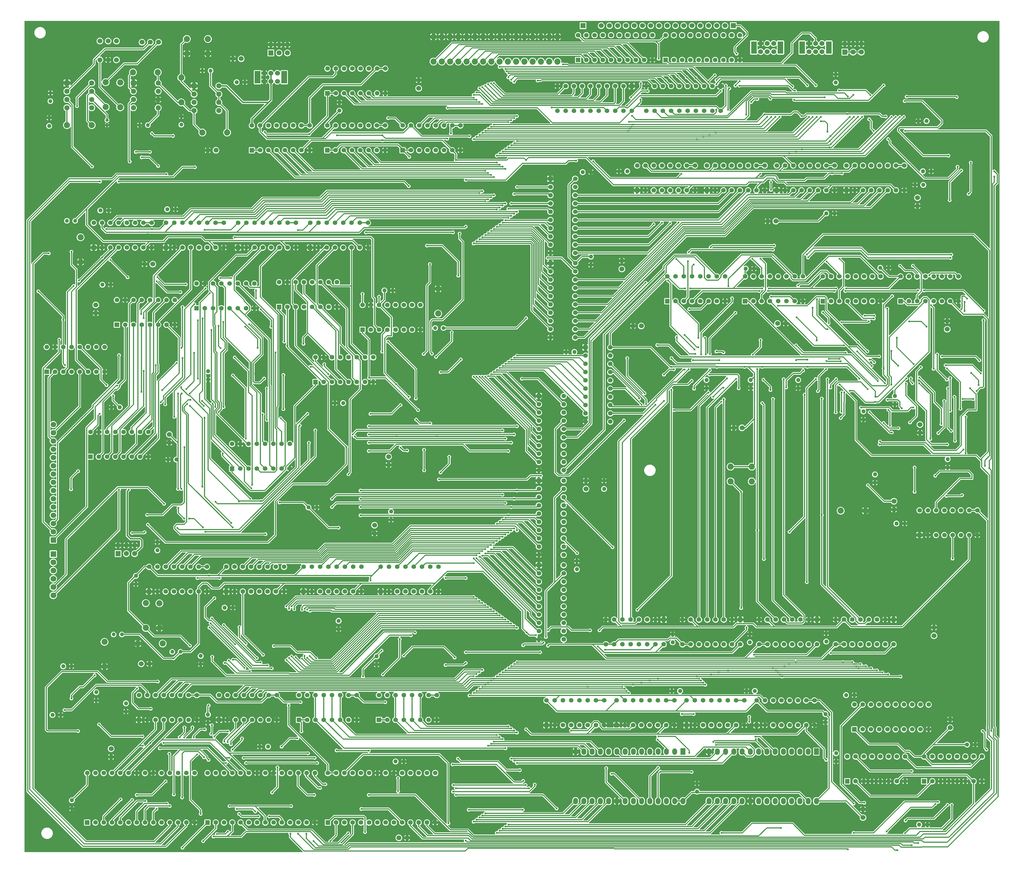
<source format=gbl>
G04 Layer: BottomLayer*
G04 EasyEDA v6.4.25, 2021-12-08T18:35:49--6:00*
G04 986698a7ba0b47aaa227ef1f9665312c,06444aca9169495d970130cf6b44ba93,10*
G04 Gerber Generator version 0.2*
G04 Scale: 100 percent, Rotated: No, Reflected: No *
G04 Dimensions in millimeters *
G04 leading zeros omitted , absolute positions ,4 integer and 5 decimal *
%FSLAX45Y45*%
%MOMM*%

%ADD10C,0.3000*%
%ADD11C,0.4000*%
%ADD13C,0.6100*%
%ADD14C,0.6096*%
%ADD18C,1.3000*%
%ADD19R,1.6002X1.6002*%
%ADD20C,1.6002*%
%ADD21C,1.8796*%
%ADD22C,1.1938*%
%ADD23C,1.0000*%
%ADD24R,1.3970X1.3970*%
%ADD25C,1.3970*%
%ADD26C,1.5240*%
%ADD27R,1.7000X1.7000*%
%ADD28C,1.7000*%
%ADD29C,1.8000*%
%ADD30R,1.8000X1.8000*%
%ADD31C,1.5748*%
%ADD32R,1.5748X1.5748*%
%ADD33R,1.7780X3.8100*%
%ADD34R,1.5000X2.0000*%
%ADD35C,1.5000*%

%LPD*%
G36*
X22770846Y-8234629D02*
G01*
X22766934Y-8233867D01*
X22763632Y-8231682D01*
X22756520Y-8224520D01*
X22748494Y-8218881D01*
X22739553Y-8214766D01*
X22730104Y-8212226D01*
X22720300Y-8211362D01*
X22710495Y-8212226D01*
X22701046Y-8214766D01*
X22692106Y-8218881D01*
X22683470Y-8224977D01*
X22680726Y-8226298D01*
X22677628Y-8226806D01*
X21946108Y-8226806D01*
X21942247Y-8226044D01*
X21938945Y-8223808D01*
X21936760Y-8220506D01*
X21935948Y-8216646D01*
X21936760Y-8212734D01*
X21938945Y-8209432D01*
X22154642Y-7993735D01*
X22157588Y-7991703D01*
X22161042Y-7990789D01*
X22164598Y-7991144D01*
X22171660Y-7993125D01*
X22184614Y-7994903D01*
X22197669Y-7994903D01*
X22210623Y-7993125D01*
X22223171Y-7989620D01*
X22235160Y-7984388D01*
X22246336Y-7977631D01*
X22256496Y-7969351D01*
X22265386Y-7959801D01*
X22272955Y-7949133D01*
X22278949Y-7937550D01*
X22283318Y-7925206D01*
X22285960Y-7912455D01*
X22286874Y-7899400D01*
X22285960Y-7886344D01*
X22283318Y-7873593D01*
X22278949Y-7861249D01*
X22272955Y-7849666D01*
X22265386Y-7838998D01*
X22256496Y-7829448D01*
X22246336Y-7821168D01*
X22236938Y-7815478D01*
X22234347Y-7813192D01*
X22232620Y-7810195D01*
X22232061Y-7806791D01*
X22232061Y-7754569D01*
X22233026Y-7750200D01*
X22235769Y-7746695D01*
X22240392Y-7744510D01*
X22252127Y-7739786D01*
X22263100Y-7733436D01*
X22273107Y-7725664D01*
X22281896Y-7716520D01*
X22289363Y-7706258D01*
X22295307Y-7695082D01*
X22299676Y-7683144D01*
X22302317Y-7670749D01*
X22303181Y-7658100D01*
X22302317Y-7645450D01*
X22299676Y-7633055D01*
X22295307Y-7621117D01*
X22289363Y-7609941D01*
X22281896Y-7599680D01*
X22273107Y-7590536D01*
X22263100Y-7582763D01*
X22252127Y-7576413D01*
X22240392Y-7571689D01*
X22228098Y-7568590D01*
X22215449Y-7567269D01*
X22202800Y-7567726D01*
X22190303Y-7569911D01*
X22178264Y-7573822D01*
X22166834Y-7579410D01*
X22160331Y-7583779D01*
X22156369Y-7585405D01*
X22152152Y-7585202D01*
X22148342Y-7583322D01*
X22145650Y-7580071D01*
X22144532Y-7575956D01*
X22145142Y-7571740D01*
X22147479Y-7568184D01*
X22346107Y-7369556D01*
X22349307Y-7367371D01*
X22353117Y-7366558D01*
X22356927Y-7367270D01*
X22360229Y-7369302D01*
X22362515Y-7372451D01*
X22366681Y-7381494D01*
X22372320Y-7389520D01*
X22379279Y-7396480D01*
X22387306Y-7402118D01*
X22396246Y-7406233D01*
X22405695Y-7408773D01*
X22410166Y-7409180D01*
X22413569Y-7410094D01*
X22416465Y-7412126D01*
X22655225Y-7650886D01*
X22657460Y-7654188D01*
X22658222Y-7658100D01*
X22658222Y-7806791D01*
X22657663Y-7810195D01*
X22655936Y-7813192D01*
X22653345Y-7815478D01*
X22643947Y-7821168D01*
X22633787Y-7829448D01*
X22624846Y-7838998D01*
X22617328Y-7849666D01*
X22611334Y-7861249D01*
X22606965Y-7873593D01*
X22604272Y-7886344D01*
X22603409Y-7899400D01*
X22604272Y-7912455D01*
X22606965Y-7925206D01*
X22611334Y-7937550D01*
X22617328Y-7949133D01*
X22624846Y-7959801D01*
X22633787Y-7969351D01*
X22643947Y-7977631D01*
X22655072Y-7984388D01*
X22667061Y-7989620D01*
X22679660Y-7993125D01*
X22692614Y-7994903D01*
X22705669Y-7994903D01*
X22718623Y-7993125D01*
X22731171Y-7989620D01*
X22743160Y-7984388D01*
X22754336Y-7977631D01*
X22764445Y-7969402D01*
X22767747Y-7967624D01*
X22771506Y-7967167D01*
X22775214Y-7968132D01*
X22778262Y-7970367D01*
X22780294Y-7973568D01*
X22781006Y-7977276D01*
X22781006Y-8224469D01*
X22780244Y-8228380D01*
X22778008Y-8231682D01*
X22774706Y-8233867D01*
G37*

%LPC*%
G36*
X22438614Y-7994903D02*
G01*
X22451669Y-7994903D01*
X22464623Y-7993125D01*
X22477171Y-7989620D01*
X22489160Y-7984388D01*
X22500336Y-7977631D01*
X22510496Y-7969351D01*
X22519386Y-7959801D01*
X22526955Y-7949133D01*
X22532949Y-7937550D01*
X22537318Y-7925206D01*
X22539960Y-7912455D01*
X22540874Y-7899400D01*
X22539960Y-7886344D01*
X22537318Y-7873593D01*
X22532949Y-7861249D01*
X22526955Y-7849666D01*
X22519386Y-7838998D01*
X22510496Y-7829448D01*
X22500336Y-7821168D01*
X22489160Y-7814411D01*
X22477171Y-7809179D01*
X22464623Y-7805674D01*
X22451669Y-7803896D01*
X22438614Y-7803896D01*
X22425660Y-7805674D01*
X22413061Y-7809179D01*
X22401072Y-7814411D01*
X22389947Y-7821168D01*
X22379787Y-7829448D01*
X22370846Y-7838998D01*
X22363328Y-7849666D01*
X22357334Y-7861249D01*
X22352965Y-7873593D01*
X22350272Y-7886344D01*
X22349409Y-7899400D01*
X22350272Y-7912455D01*
X22352965Y-7925206D01*
X22357334Y-7937550D01*
X22363328Y-7949133D01*
X22370846Y-7959801D01*
X22379787Y-7969351D01*
X22389947Y-7977631D01*
X22401072Y-7984388D01*
X22413061Y-7989620D01*
X22425660Y-7993125D01*
G37*
G36*
X22505162Y-7740192D02*
G01*
X22517100Y-7733436D01*
X22527107Y-7725664D01*
X22535896Y-7716520D01*
X22543363Y-7706258D01*
X22548342Y-7696962D01*
X22505162Y-7696962D01*
G37*
G36*
X22427438Y-7740040D02*
G01*
X22427438Y-7696962D01*
X22384359Y-7696962D01*
X22386036Y-7700772D01*
X22392792Y-7711541D01*
X22400920Y-7721244D01*
X22410369Y-7729728D01*
X22420834Y-7736789D01*
G37*
G36*
X22384359Y-7619238D02*
G01*
X22427438Y-7619238D01*
X22427438Y-7576159D01*
X22420834Y-7579410D01*
X22410369Y-7586472D01*
X22400920Y-7594955D01*
X22392792Y-7604658D01*
X22386036Y-7615428D01*
G37*
G36*
X22505162Y-7619238D02*
G01*
X22548342Y-7619238D01*
X22543363Y-7609941D01*
X22535896Y-7599680D01*
X22527107Y-7590536D01*
X22517100Y-7582763D01*
X22505162Y-7576007D01*
G37*

%LPD*%
G36*
X29665168Y-9143390D02*
G01*
X29661256Y-9142628D01*
X29657954Y-9140393D01*
X29556760Y-9039250D01*
X29550207Y-9033814D01*
X29543146Y-9030055D01*
X29537558Y-9028379D01*
X29533799Y-9026245D01*
X29531208Y-9022740D01*
X29530344Y-9018473D01*
X29531360Y-9014256D01*
X29534053Y-9010802D01*
X29537914Y-9008821D01*
X29546753Y-9006433D01*
X29555694Y-9002318D01*
X29563720Y-8996680D01*
X29570680Y-8989720D01*
X29576318Y-8981694D01*
X29580433Y-8972753D01*
X29582973Y-8963304D01*
X29583837Y-8953500D01*
X29582973Y-8943695D01*
X29580433Y-8934246D01*
X29576318Y-8925306D01*
X29570680Y-8917279D01*
X29563720Y-8910320D01*
X29555694Y-8904681D01*
X29546753Y-8900566D01*
X29537304Y-8898026D01*
X29532834Y-8897620D01*
X29529430Y-8896705D01*
X29526534Y-8894673D01*
X28934460Y-8302650D01*
X28927907Y-8297214D01*
X28920846Y-8293455D01*
X28913175Y-8291118D01*
X28904692Y-8290306D01*
X27741372Y-8290306D01*
X27738273Y-8289798D01*
X27735530Y-8288477D01*
X27726894Y-8282381D01*
X27717953Y-8278266D01*
X27708504Y-8275726D01*
X27698700Y-8274862D01*
X27688895Y-8275726D01*
X27679446Y-8278266D01*
X27670506Y-8282381D01*
X27666696Y-8285073D01*
X27662632Y-8286750D01*
X27658263Y-8286597D01*
X27654351Y-8284565D01*
X27651659Y-8281060D01*
X27650694Y-8276742D01*
X27650694Y-7972907D01*
X27651506Y-7968996D01*
X27653742Y-7965643D01*
X27657145Y-7963458D01*
X27661108Y-7962747D01*
X27665019Y-7963662D01*
X27668270Y-7965998D01*
X27671471Y-7969351D01*
X27681580Y-7977631D01*
X27692756Y-7984388D01*
X27704745Y-7989620D01*
X27717343Y-7993125D01*
X27730246Y-7994903D01*
X27743353Y-7994903D01*
X27756256Y-7993125D01*
X27768854Y-7989620D01*
X27780843Y-7984388D01*
X27792019Y-7977631D01*
X27802128Y-7969351D01*
X27811069Y-7959801D01*
X27818588Y-7949133D01*
X27824633Y-7937550D01*
X27829002Y-7925206D01*
X27830627Y-7921447D01*
X27833624Y-7918653D01*
X27837485Y-7917230D01*
X27841549Y-7917484D01*
X27847645Y-7919110D01*
X27857450Y-7919974D01*
X27867254Y-7919110D01*
X27876753Y-7916570D01*
X27883408Y-7913420D01*
X27886914Y-7912506D01*
X27890571Y-7912912D01*
X27893822Y-7914538D01*
X27896261Y-7917230D01*
X27897632Y-7920583D01*
X27898598Y-7925206D01*
X27902966Y-7937550D01*
X27909012Y-7949133D01*
X27916530Y-7959801D01*
X27925471Y-7969351D01*
X27935580Y-7977631D01*
X27946756Y-7984388D01*
X27958745Y-7989620D01*
X27971343Y-7993125D01*
X27984246Y-7994903D01*
X27997353Y-7994903D01*
X28010256Y-7993125D01*
X28022854Y-7989620D01*
X28034843Y-7984388D01*
X28046019Y-7977631D01*
X28056128Y-7969351D01*
X28065069Y-7959801D01*
X28072588Y-7949133D01*
X28078633Y-7937550D01*
X28083002Y-7925206D01*
X28085643Y-7912455D01*
X28086558Y-7899400D01*
X28085643Y-7886344D01*
X28083002Y-7873593D01*
X28078633Y-7861249D01*
X28072791Y-7849971D01*
X28071673Y-7846009D01*
X28072232Y-7841894D01*
X28074365Y-7838389D01*
X28077718Y-7836001D01*
X28081782Y-7835138D01*
X28153817Y-7835138D01*
X28157881Y-7836001D01*
X28161234Y-7838389D01*
X28163367Y-7841894D01*
X28163926Y-7846009D01*
X28162808Y-7849971D01*
X28156966Y-7861249D01*
X28152598Y-7873593D01*
X28149956Y-7886344D01*
X28149042Y-7899400D01*
X28149956Y-7912455D01*
X28152598Y-7925206D01*
X28156966Y-7937550D01*
X28163012Y-7949133D01*
X28170530Y-7959801D01*
X28179471Y-7969351D01*
X28189580Y-7977631D01*
X28200756Y-7984388D01*
X28212745Y-7989620D01*
X28225343Y-7993125D01*
X28238246Y-7994903D01*
X28251353Y-7994903D01*
X28264256Y-7993125D01*
X28276854Y-7989620D01*
X28288843Y-7984388D01*
X28300019Y-7977631D01*
X28310128Y-7969351D01*
X28319069Y-7959801D01*
X28326588Y-7949133D01*
X28332633Y-7937550D01*
X28337002Y-7925206D01*
X28339643Y-7912455D01*
X28340558Y-7899400D01*
X28339643Y-7886344D01*
X28337002Y-7873593D01*
X28332633Y-7861249D01*
X28326791Y-7849971D01*
X28325673Y-7846009D01*
X28326232Y-7841894D01*
X28328365Y-7838389D01*
X28331718Y-7836001D01*
X28335782Y-7835138D01*
X28407817Y-7835138D01*
X28411881Y-7836001D01*
X28415234Y-7838389D01*
X28417367Y-7841894D01*
X28417926Y-7846009D01*
X28416808Y-7849971D01*
X28410966Y-7861249D01*
X28406598Y-7873593D01*
X28403956Y-7886344D01*
X28403042Y-7899400D01*
X28403956Y-7912455D01*
X28406598Y-7925206D01*
X28410966Y-7937550D01*
X28417012Y-7949133D01*
X28424530Y-7959801D01*
X28433471Y-7969351D01*
X28443580Y-7977631D01*
X28454756Y-7984388D01*
X28466745Y-7989620D01*
X28479343Y-7993125D01*
X28492246Y-7994903D01*
X28505353Y-7994903D01*
X28518256Y-7993125D01*
X28530854Y-7989620D01*
X28542843Y-7984388D01*
X28554019Y-7977631D01*
X28564128Y-7969351D01*
X28573069Y-7959801D01*
X28580588Y-7949133D01*
X28586633Y-7937550D01*
X28591002Y-7925206D01*
X28593643Y-7912455D01*
X28594558Y-7899400D01*
X28593643Y-7886344D01*
X28591002Y-7873593D01*
X28586633Y-7861249D01*
X28580791Y-7849971D01*
X28579673Y-7846009D01*
X28580232Y-7841894D01*
X28582365Y-7838389D01*
X28585718Y-7836001D01*
X28589782Y-7835138D01*
X28626511Y-7835138D01*
X28630372Y-7835950D01*
X28633674Y-7838135D01*
X28658312Y-7862773D01*
X28660445Y-7865872D01*
X28661258Y-7869580D01*
X28660598Y-7873593D01*
X28657956Y-7886344D01*
X28657042Y-7899400D01*
X28657956Y-7912455D01*
X28660598Y-7925206D01*
X28664966Y-7937550D01*
X28671012Y-7949133D01*
X28678530Y-7959801D01*
X28687471Y-7969351D01*
X28697580Y-7977631D01*
X28708756Y-7984388D01*
X28720745Y-7989620D01*
X28733343Y-7993125D01*
X28746246Y-7994903D01*
X28759353Y-7994903D01*
X28772256Y-7993125D01*
X28784854Y-7989620D01*
X28796843Y-7984388D01*
X28808019Y-7977631D01*
X28818128Y-7969351D01*
X28827069Y-7959801D01*
X28834588Y-7949133D01*
X28840633Y-7937550D01*
X28845002Y-7925206D01*
X28847643Y-7912455D01*
X28848558Y-7899400D01*
X28847643Y-7886344D01*
X28845002Y-7873593D01*
X28840633Y-7861249D01*
X28834588Y-7849666D01*
X28827069Y-7838998D01*
X28818128Y-7829448D01*
X28808019Y-7821168D01*
X28796843Y-7814411D01*
X28784854Y-7809179D01*
X28772256Y-7805674D01*
X28759353Y-7803896D01*
X28746246Y-7803896D01*
X28733343Y-7805674D01*
X28726231Y-7807655D01*
X28722675Y-7808010D01*
X28719221Y-7807096D01*
X28716325Y-7805064D01*
X28676904Y-7765694D01*
X28670351Y-7760258D01*
X28663290Y-7756499D01*
X28655619Y-7754162D01*
X28647136Y-7753350D01*
X27927300Y-7753350D01*
X27918816Y-7754162D01*
X27911145Y-7756499D01*
X27904084Y-7760258D01*
X27897531Y-7765694D01*
X27858415Y-7804759D01*
X27855570Y-7806791D01*
X27852115Y-7807706D01*
X27847645Y-7808061D01*
X27838146Y-7810601D01*
X27829256Y-7814767D01*
X27821229Y-7820406D01*
X27814168Y-7827467D01*
X27811120Y-7829550D01*
X27807513Y-7830413D01*
X27803805Y-7829905D01*
X27800553Y-7828127D01*
X27792019Y-7821168D01*
X27780843Y-7814411D01*
X27768854Y-7809179D01*
X27756256Y-7805674D01*
X27743353Y-7803896D01*
X27730246Y-7803896D01*
X27717343Y-7805674D01*
X27704745Y-7809179D01*
X27692756Y-7814411D01*
X27681580Y-7821168D01*
X27671471Y-7829448D01*
X27668270Y-7832801D01*
X27665019Y-7835138D01*
X27661108Y-7836052D01*
X27657145Y-7835341D01*
X27653742Y-7833156D01*
X27651506Y-7829803D01*
X27650694Y-7825892D01*
X27650694Y-7823708D01*
X27649881Y-7815224D01*
X27647544Y-7807553D01*
X27643785Y-7800492D01*
X27638349Y-7793939D01*
X27414626Y-7570165D01*
X27412594Y-7567269D01*
X27411680Y-7563866D01*
X27411273Y-7559395D01*
X27408733Y-7549946D01*
X27404618Y-7541006D01*
X27398980Y-7532979D01*
X27392020Y-7526020D01*
X27383994Y-7520381D01*
X27375053Y-7516266D01*
X27365604Y-7513726D01*
X27355800Y-7512862D01*
X27345995Y-7513726D01*
X27336546Y-7516266D01*
X27327606Y-7520381D01*
X27319579Y-7526020D01*
X27312620Y-7532979D01*
X27306981Y-7541006D01*
X27302866Y-7549946D01*
X27300326Y-7559395D01*
X27299462Y-7569200D01*
X27300326Y-7579004D01*
X27302866Y-7588453D01*
X27306981Y-7597394D01*
X27312620Y-7605420D01*
X27319579Y-7612380D01*
X27327606Y-7618018D01*
X27336546Y-7622133D01*
X27345995Y-7624673D01*
X27350465Y-7625080D01*
X27353869Y-7625994D01*
X27356765Y-7628026D01*
X27519477Y-7790738D01*
X27521865Y-7794447D01*
X27522424Y-7798866D01*
X27521052Y-7803032D01*
X27518055Y-7806283D01*
X27513991Y-7807959D01*
X27509571Y-7807706D01*
X27497227Y-7804454D01*
X27494585Y-7802524D01*
X27385060Y-7693050D01*
X27378507Y-7687614D01*
X27371446Y-7683855D01*
X27363775Y-7681518D01*
X27355292Y-7680706D01*
X27135632Y-7680706D01*
X27131772Y-7679944D01*
X27128470Y-7677708D01*
X27020926Y-7570165D01*
X27018894Y-7567269D01*
X27017980Y-7563866D01*
X27017573Y-7559395D01*
X27015033Y-7549946D01*
X27010918Y-7541006D01*
X27005280Y-7532979D01*
X26998320Y-7526020D01*
X26990294Y-7520381D01*
X26981353Y-7516266D01*
X26971904Y-7513726D01*
X26962100Y-7512862D01*
X26952295Y-7513726D01*
X26942846Y-7516266D01*
X26933906Y-7520381D01*
X26925879Y-7526020D01*
X26918920Y-7532979D01*
X26913281Y-7541006D01*
X26909166Y-7549946D01*
X26906626Y-7559395D01*
X26905762Y-7569200D01*
X26906626Y-7579004D01*
X26909166Y-7588453D01*
X26913281Y-7597394D01*
X26918920Y-7605420D01*
X26925879Y-7612380D01*
X26933906Y-7618018D01*
X26942846Y-7622133D01*
X26952295Y-7624673D01*
X26956765Y-7625080D01*
X26960169Y-7625994D01*
X26963065Y-7628026D01*
X27085239Y-7750149D01*
X27091792Y-7755585D01*
X27098853Y-7759344D01*
X27106524Y-7761681D01*
X27115008Y-7762494D01*
X27334667Y-7762494D01*
X27338527Y-7763306D01*
X27341830Y-7765491D01*
X27405279Y-7828940D01*
X27407311Y-7831836D01*
X27408225Y-7835290D01*
X27407920Y-7838795D01*
X27406396Y-7841996D01*
X27401012Y-7849666D01*
X27394966Y-7861249D01*
X27390598Y-7873593D01*
X27387956Y-7886344D01*
X27387042Y-7899400D01*
X27387956Y-7912455D01*
X27390598Y-7925206D01*
X27394966Y-7937550D01*
X27401012Y-7949133D01*
X27408530Y-7959801D01*
X27417471Y-7969351D01*
X27427580Y-7977631D01*
X27438756Y-7984388D01*
X27450745Y-7989620D01*
X27463343Y-7993125D01*
X27476246Y-7994903D01*
X27489353Y-7994903D01*
X27502256Y-7993125D01*
X27514854Y-7989620D01*
X27526843Y-7984388D01*
X27538019Y-7977631D01*
X27548128Y-7969351D01*
X27551329Y-7965998D01*
X27554580Y-7963662D01*
X27558492Y-7962747D01*
X27562454Y-7963458D01*
X27565858Y-7965643D01*
X27568093Y-7968996D01*
X27568906Y-7972907D01*
X27568906Y-8287969D01*
X27568144Y-8291880D01*
X27565908Y-8295182D01*
X27562606Y-8297367D01*
X27558746Y-8298129D01*
X27554834Y-8297367D01*
X27551532Y-8295182D01*
X27544420Y-8288020D01*
X27536394Y-8282381D01*
X27527453Y-8278266D01*
X27518004Y-8275726D01*
X27508200Y-8274862D01*
X27498395Y-8275726D01*
X27488946Y-8278266D01*
X27480006Y-8282381D01*
X27471979Y-8288020D01*
X27465020Y-8294979D01*
X27462480Y-8298637D01*
X27460194Y-8300974D01*
X27457349Y-8302498D01*
X27454148Y-8303006D01*
X26653591Y-8303006D01*
X26649680Y-8302244D01*
X26646428Y-8300008D01*
X26644193Y-8296706D01*
X26643431Y-8292846D01*
X26644193Y-8288934D01*
X26646428Y-8285632D01*
X26938325Y-7993735D01*
X26941221Y-7991703D01*
X26944675Y-7990789D01*
X26948231Y-7991144D01*
X26955343Y-7993125D01*
X26968246Y-7994903D01*
X26981353Y-7994903D01*
X26994256Y-7993125D01*
X27006854Y-7989620D01*
X27018843Y-7984388D01*
X27030019Y-7977631D01*
X27040128Y-7969351D01*
X27049069Y-7959801D01*
X27056588Y-7949133D01*
X27062633Y-7937550D01*
X27067002Y-7925206D01*
X27069643Y-7912455D01*
X27070558Y-7899400D01*
X27069643Y-7886344D01*
X27067002Y-7873593D01*
X27062633Y-7861249D01*
X27056588Y-7849666D01*
X27049069Y-7838998D01*
X27040128Y-7829448D01*
X27030019Y-7821168D01*
X27018843Y-7814411D01*
X27006854Y-7809179D01*
X26994256Y-7805674D01*
X26981353Y-7803896D01*
X26968246Y-7803896D01*
X26955343Y-7805674D01*
X26942745Y-7809179D01*
X26930756Y-7814411D01*
X26919580Y-7821168D01*
X26909471Y-7829448D01*
X26900530Y-7838998D01*
X26893012Y-7849666D01*
X26891284Y-7853019D01*
X26888998Y-7855915D01*
X26885849Y-7857845D01*
X26882242Y-7858506D01*
X26640332Y-7858506D01*
X26636472Y-7857744D01*
X26633170Y-7855508D01*
X26442974Y-7665313D01*
X26441044Y-7662621D01*
X26440079Y-7659370D01*
X26440231Y-7656017D01*
X26442517Y-7645349D01*
X26443381Y-7632700D01*
X26442517Y-7620050D01*
X26439876Y-7607655D01*
X26435507Y-7595717D01*
X26429563Y-7584541D01*
X26422096Y-7574280D01*
X26413307Y-7565136D01*
X26403300Y-7557363D01*
X26392327Y-7551013D01*
X26380592Y-7546289D01*
X26368298Y-7543190D01*
X26355649Y-7541869D01*
X26343000Y-7542326D01*
X26330503Y-7544511D01*
X26318464Y-7548422D01*
X26307034Y-7554010D01*
X26296569Y-7561072D01*
X26287120Y-7569555D01*
X26278992Y-7579258D01*
X26272236Y-7590028D01*
X26267105Y-7601610D01*
X26263600Y-7613802D01*
X26261822Y-7626350D01*
X26261822Y-7639050D01*
X26263600Y-7651597D01*
X26267105Y-7663789D01*
X26272236Y-7675372D01*
X26278992Y-7686141D01*
X26287120Y-7695844D01*
X26296569Y-7704328D01*
X26307034Y-7711389D01*
X26318464Y-7716977D01*
X26330503Y-7720888D01*
X26343000Y-7723073D01*
X26355649Y-7723530D01*
X26368298Y-7722209D01*
X26375410Y-7720431D01*
X26378865Y-7720177D01*
X26382218Y-7721092D01*
X26385062Y-7723124D01*
X26589939Y-7927949D01*
X26596492Y-7933385D01*
X26603553Y-7937144D01*
X26611224Y-7939481D01*
X26619708Y-7940294D01*
X26851508Y-7940294D01*
X26855420Y-7941106D01*
X26858671Y-7943291D01*
X26860906Y-7946593D01*
X26861668Y-7950453D01*
X26860906Y-7954365D01*
X26858671Y-7957667D01*
X26592530Y-8223808D01*
X26589227Y-8226044D01*
X26585367Y-8226806D01*
X25341072Y-8226806D01*
X25337973Y-8226298D01*
X25335230Y-8224977D01*
X25326594Y-8218881D01*
X25317653Y-8214766D01*
X25308204Y-8212226D01*
X25298400Y-8211362D01*
X25288595Y-8212226D01*
X25279146Y-8214766D01*
X25277368Y-8215579D01*
X25273203Y-8216544D01*
X25269037Y-8215680D01*
X25265583Y-8213242D01*
X25263398Y-8209584D01*
X25262941Y-8205368D01*
X25263094Y-8203692D01*
X25263094Y-7977276D01*
X25263805Y-7973568D01*
X25265837Y-7970367D01*
X25268885Y-7968132D01*
X25272593Y-7967167D01*
X25276352Y-7967624D01*
X25279654Y-7969402D01*
X25289764Y-7977631D01*
X25300940Y-7984388D01*
X25312928Y-7989620D01*
X25325476Y-7993125D01*
X25338430Y-7994903D01*
X25351486Y-7994903D01*
X25364440Y-7993125D01*
X25377038Y-7989620D01*
X25389027Y-7984388D01*
X25400152Y-7977631D01*
X25410312Y-7969351D01*
X25419253Y-7959801D01*
X25426771Y-7949133D01*
X25432766Y-7937550D01*
X25437134Y-7925206D01*
X25439827Y-7912455D01*
X25440690Y-7899400D01*
X25439827Y-7886344D01*
X25437134Y-7873593D01*
X25432766Y-7861249D01*
X25426771Y-7849666D01*
X25419253Y-7838998D01*
X25410312Y-7829448D01*
X25400152Y-7821168D01*
X25389027Y-7814411D01*
X25377038Y-7809179D01*
X25364440Y-7805674D01*
X25351486Y-7803896D01*
X25338430Y-7803896D01*
X25325476Y-7805674D01*
X25312928Y-7809179D01*
X25300940Y-7814411D01*
X25289764Y-7821168D01*
X25279654Y-7829397D01*
X25276352Y-7831175D01*
X25272593Y-7831632D01*
X25268885Y-7830667D01*
X25265837Y-7828432D01*
X25263805Y-7825231D01*
X25263094Y-7821523D01*
X25263094Y-7480808D01*
X25262281Y-7472324D01*
X25259944Y-7464653D01*
X25256185Y-7457592D01*
X25250749Y-7451039D01*
X25154026Y-7354265D01*
X25151994Y-7351369D01*
X25151080Y-7347966D01*
X25150673Y-7343495D01*
X25148133Y-7334046D01*
X25147168Y-7331964D01*
X25146254Y-7328001D01*
X25146914Y-7324039D01*
X25149098Y-7320584D01*
X25152400Y-7318298D01*
X25156414Y-7317486D01*
X25716941Y-7317486D01*
X25720802Y-7318298D01*
X25724104Y-7320483D01*
X26266444Y-7862824D01*
X26268578Y-7865973D01*
X26269442Y-7869681D01*
X26266139Y-7886344D01*
X26265225Y-7899400D01*
X26266139Y-7912455D01*
X26268781Y-7925206D01*
X26273150Y-7937550D01*
X26279144Y-7949133D01*
X26286714Y-7959801D01*
X26295603Y-7969351D01*
X26305764Y-7977631D01*
X26316939Y-7984388D01*
X26328928Y-7989620D01*
X26341476Y-7993125D01*
X26354430Y-7994903D01*
X26367486Y-7994903D01*
X26380439Y-7993125D01*
X26393038Y-7989620D01*
X26405027Y-7984388D01*
X26416152Y-7977631D01*
X26426312Y-7969351D01*
X26435253Y-7959801D01*
X26442771Y-7949133D01*
X26448765Y-7937550D01*
X26453134Y-7925206D01*
X26455827Y-7912455D01*
X26456690Y-7899400D01*
X26455827Y-7886344D01*
X26453134Y-7873593D01*
X26448765Y-7861249D01*
X26442771Y-7849666D01*
X26435253Y-7838998D01*
X26426312Y-7829448D01*
X26416152Y-7821168D01*
X26405027Y-7814411D01*
X26393038Y-7809179D01*
X26380439Y-7805674D01*
X26367486Y-7803896D01*
X26354430Y-7803896D01*
X26341476Y-7805674D01*
X26334313Y-7807655D01*
X26330808Y-7808010D01*
X26327353Y-7807096D01*
X26324407Y-7805064D01*
X25767334Y-7248042D01*
X25760781Y-7242606D01*
X25753720Y-7238847D01*
X25746049Y-7236510D01*
X25737566Y-7235698D01*
X24765762Y-7235698D01*
X24757278Y-7236510D01*
X24749607Y-7238847D01*
X24742546Y-7242606D01*
X24735993Y-7248042D01*
X24081943Y-7902041D01*
X24078742Y-7904225D01*
X24074983Y-7905038D01*
X24071173Y-7904378D01*
X24067871Y-7902397D01*
X24065585Y-7899298D01*
X24064620Y-7895590D01*
X24063960Y-7886344D01*
X24061318Y-7873593D01*
X24056949Y-7861249D01*
X24050955Y-7849666D01*
X24043386Y-7838998D01*
X24034496Y-7829448D01*
X24024336Y-7821168D01*
X24014988Y-7815529D01*
X24012398Y-7813243D01*
X24010721Y-7810246D01*
X24010112Y-7806842D01*
X24010112Y-7255814D01*
X24010924Y-7251953D01*
X24013109Y-7248652D01*
X24021694Y-7240066D01*
X24025250Y-7237780D01*
X24029416Y-7237120D01*
X24033480Y-7238187D01*
X24036782Y-7240828D01*
X24043081Y-7254494D01*
X24048720Y-7262520D01*
X24055679Y-7269480D01*
X24063706Y-7275118D01*
X24073459Y-7279640D01*
X24076660Y-7281976D01*
X24078692Y-7285380D01*
X24079301Y-7289292D01*
X24078336Y-7293152D01*
X24077066Y-7295946D01*
X24074526Y-7305395D01*
X24073662Y-7315200D01*
X24074526Y-7325004D01*
X24077066Y-7334453D01*
X24081181Y-7343394D01*
X24086820Y-7351420D01*
X24093779Y-7358380D01*
X24101806Y-7364018D01*
X24110746Y-7368133D01*
X24120195Y-7370673D01*
X24130000Y-7371537D01*
X24139804Y-7370673D01*
X24149253Y-7368133D01*
X24158194Y-7364018D01*
X24166220Y-7358380D01*
X24173180Y-7351420D01*
X24178818Y-7343394D01*
X24182933Y-7334453D01*
X24185473Y-7325004D01*
X24185880Y-7320534D01*
X24186794Y-7317130D01*
X24188826Y-7314234D01*
X24347170Y-7155891D01*
X24350472Y-7153706D01*
X24354332Y-7152894D01*
X25734467Y-7152894D01*
X25738328Y-7153706D01*
X25741630Y-7155891D01*
X25942239Y-7356449D01*
X25948792Y-7361885D01*
X25955853Y-7365644D01*
X25963524Y-7367981D01*
X25972008Y-7368794D01*
X28468827Y-7368794D01*
X28471926Y-7369302D01*
X28474670Y-7370622D01*
X28483306Y-7376718D01*
X28492246Y-7380833D01*
X28501695Y-7383373D01*
X28511500Y-7384237D01*
X28521304Y-7383373D01*
X28530753Y-7380833D01*
X28539694Y-7376718D01*
X28547720Y-7371080D01*
X28554680Y-7364120D01*
X28560318Y-7356094D01*
X28564433Y-7347153D01*
X28566973Y-7337704D01*
X28567837Y-7327900D01*
X28566973Y-7318095D01*
X28564433Y-7308646D01*
X28560318Y-7299706D01*
X28555442Y-7292746D01*
X28553714Y-7288682D01*
X28553918Y-7284313D01*
X28555950Y-7280402D01*
X28559455Y-7277709D01*
X28565094Y-7275118D01*
X28573120Y-7269480D01*
X28580080Y-7262520D01*
X28585718Y-7254494D01*
X28589833Y-7245553D01*
X28592373Y-7236104D01*
X28593237Y-7226300D01*
X28592373Y-7216495D01*
X28589833Y-7207046D01*
X28585718Y-7198106D01*
X28580080Y-7190079D01*
X28573120Y-7183120D01*
X28565094Y-7177481D01*
X28556153Y-7173366D01*
X28546704Y-7170826D01*
X28536900Y-7169962D01*
X28527095Y-7170826D01*
X28517646Y-7173366D01*
X28508706Y-7177481D01*
X28500070Y-7183577D01*
X28497326Y-7184898D01*
X28494227Y-7185406D01*
X25992632Y-7185406D01*
X25988772Y-7184644D01*
X25985470Y-7182408D01*
X25797560Y-6994550D01*
X25791007Y-6989114D01*
X25783946Y-6985355D01*
X25776275Y-6983018D01*
X25767792Y-6982206D01*
X24304091Y-6982206D01*
X24300180Y-6981444D01*
X24296928Y-6979208D01*
X24294693Y-6975906D01*
X24293931Y-6972046D01*
X24294693Y-6968134D01*
X24296928Y-6964832D01*
X24613870Y-6647891D01*
X24617172Y-6645706D01*
X24621032Y-6644894D01*
X29201567Y-6644894D01*
X29205427Y-6645706D01*
X29208730Y-6647891D01*
X29672330Y-7111492D01*
X29674565Y-7114794D01*
X29675327Y-7118654D01*
X29675327Y-9133230D01*
X29674565Y-9137142D01*
X29672330Y-9140393D01*
X29669028Y-9142628D01*
G37*

%LPC*%
G36*
X25846430Y-7994903D02*
G01*
X25859486Y-7994903D01*
X25872440Y-7993125D01*
X25885038Y-7989620D01*
X25897027Y-7984388D01*
X25908152Y-7977631D01*
X25918312Y-7969351D01*
X25927253Y-7959801D01*
X25934771Y-7949133D01*
X25940766Y-7937550D01*
X25945134Y-7925206D01*
X25947827Y-7912455D01*
X25948690Y-7899400D01*
X25947827Y-7886344D01*
X25945134Y-7873593D01*
X25940766Y-7861249D01*
X25934771Y-7849666D01*
X25927253Y-7838998D01*
X25918312Y-7829448D01*
X25908152Y-7821168D01*
X25897027Y-7814411D01*
X25885038Y-7809179D01*
X25872440Y-7805674D01*
X25859486Y-7803896D01*
X25846430Y-7803896D01*
X25833476Y-7805674D01*
X25820928Y-7809179D01*
X25808940Y-7814411D01*
X25797764Y-7821168D01*
X25787604Y-7829448D01*
X25778714Y-7838998D01*
X25771144Y-7849666D01*
X25765150Y-7861249D01*
X25760781Y-7873593D01*
X25758140Y-7886344D01*
X25757225Y-7899400D01*
X25758140Y-7912455D01*
X25760781Y-7925206D01*
X25765150Y-7937550D01*
X25771144Y-7949133D01*
X25778714Y-7959801D01*
X25787604Y-7969351D01*
X25797764Y-7977631D01*
X25808940Y-7984388D01*
X25820928Y-7989620D01*
X25833476Y-7993125D01*
G37*
G36*
X25592430Y-7994903D02*
G01*
X25605486Y-7994903D01*
X25618440Y-7993125D01*
X25631038Y-7989620D01*
X25643027Y-7984388D01*
X25654152Y-7977631D01*
X25664312Y-7969351D01*
X25673253Y-7959801D01*
X25680771Y-7949133D01*
X25686766Y-7937550D01*
X25691134Y-7925206D01*
X25693827Y-7912455D01*
X25694690Y-7899400D01*
X25693827Y-7886344D01*
X25691134Y-7873593D01*
X25686766Y-7861249D01*
X25680771Y-7849666D01*
X25673253Y-7838998D01*
X25664312Y-7829448D01*
X25654152Y-7821168D01*
X25643027Y-7814411D01*
X25631038Y-7809179D01*
X25618440Y-7805674D01*
X25605486Y-7803896D01*
X25592430Y-7803896D01*
X25579476Y-7805674D01*
X25566928Y-7809179D01*
X25554940Y-7814411D01*
X25543764Y-7821168D01*
X25533604Y-7829448D01*
X25524714Y-7838998D01*
X25517144Y-7849666D01*
X25511150Y-7861249D01*
X25506781Y-7873593D01*
X25504140Y-7886344D01*
X25503225Y-7899400D01*
X25504140Y-7912455D01*
X25506781Y-7925206D01*
X25511150Y-7937550D01*
X25517144Y-7949133D01*
X25524714Y-7959801D01*
X25533604Y-7969351D01*
X25543764Y-7977631D01*
X25554940Y-7984388D01*
X25566928Y-7989620D01*
X25579476Y-7993125D01*
G37*
G36*
X27222246Y-7994903D02*
G01*
X27235353Y-7994903D01*
X27248256Y-7993125D01*
X27260854Y-7989620D01*
X27272843Y-7984388D01*
X27284019Y-7977631D01*
X27294128Y-7969351D01*
X27303069Y-7959801D01*
X27310588Y-7949133D01*
X27316633Y-7937550D01*
X27321002Y-7925206D01*
X27323643Y-7912455D01*
X27324558Y-7899400D01*
X27323643Y-7886344D01*
X27321002Y-7873593D01*
X27316633Y-7861249D01*
X27310588Y-7849666D01*
X27303069Y-7838998D01*
X27294128Y-7829448D01*
X27284019Y-7821168D01*
X27272843Y-7814411D01*
X27260854Y-7809179D01*
X27248256Y-7805674D01*
X27235353Y-7803896D01*
X27222246Y-7803896D01*
X27209343Y-7805674D01*
X27196745Y-7809179D01*
X27184756Y-7814411D01*
X27173580Y-7821168D01*
X27163471Y-7829448D01*
X27154530Y-7838998D01*
X27147012Y-7849666D01*
X27140966Y-7861249D01*
X27136598Y-7873593D01*
X27133956Y-7886344D01*
X27133042Y-7899400D01*
X27133956Y-7912455D01*
X27136598Y-7925206D01*
X27140966Y-7937550D01*
X27147012Y-7949133D01*
X27154530Y-7959801D01*
X27163471Y-7969351D01*
X27173580Y-7977631D01*
X27184756Y-7984388D01*
X27196745Y-7989620D01*
X27209343Y-7993125D01*
G37*
G36*
X26100430Y-7994903D02*
G01*
X26113486Y-7994903D01*
X26126439Y-7993125D01*
X26139038Y-7989620D01*
X26151027Y-7984388D01*
X26162152Y-7977631D01*
X26172312Y-7969351D01*
X26181253Y-7959801D01*
X26188771Y-7949133D01*
X26194766Y-7937550D01*
X26199134Y-7925206D01*
X26201827Y-7912455D01*
X26202690Y-7899400D01*
X26201827Y-7886344D01*
X26199134Y-7873593D01*
X26194766Y-7861249D01*
X26188771Y-7849666D01*
X26181253Y-7838998D01*
X26172312Y-7829448D01*
X26162152Y-7821168D01*
X26151027Y-7814411D01*
X26139038Y-7809179D01*
X26126439Y-7805674D01*
X26113486Y-7803896D01*
X26100430Y-7803896D01*
X26087476Y-7805674D01*
X26074928Y-7809179D01*
X26062939Y-7814411D01*
X26051764Y-7821168D01*
X26041604Y-7829448D01*
X26032714Y-7838998D01*
X26025144Y-7849666D01*
X26019150Y-7861249D01*
X26014781Y-7873593D01*
X26012139Y-7886344D01*
X26011225Y-7899400D01*
X26012139Y-7912455D01*
X26014781Y-7925206D01*
X26019150Y-7937550D01*
X26025144Y-7949133D01*
X26032714Y-7959801D01*
X26041604Y-7969351D01*
X26051764Y-7977631D01*
X26062939Y-7984388D01*
X26074928Y-7989620D01*
X26087476Y-7993125D01*
G37*
G36*
X26645362Y-7714792D02*
G01*
X26657300Y-7708036D01*
X26667307Y-7700264D01*
X26676096Y-7691120D01*
X26683563Y-7680858D01*
X26688542Y-7671562D01*
X26645362Y-7671562D01*
G37*
G36*
X26567638Y-7714640D02*
G01*
X26567638Y-7671562D01*
X26524559Y-7671562D01*
X26526236Y-7675372D01*
X26532992Y-7686141D01*
X26541120Y-7695844D01*
X26550569Y-7704328D01*
X26561034Y-7711389D01*
G37*
G36*
X26524559Y-7593838D02*
G01*
X26567638Y-7593838D01*
X26567638Y-7550759D01*
X26561034Y-7554010D01*
X26550569Y-7561072D01*
X26541120Y-7569555D01*
X26532992Y-7579258D01*
X26526236Y-7590028D01*
G37*
G36*
X26645362Y-7593838D02*
G01*
X26688542Y-7593838D01*
X26683563Y-7584541D01*
X26676096Y-7574280D01*
X26667307Y-7565136D01*
X26657300Y-7557363D01*
X26645362Y-7550607D01*
G37*

%LPD*%
G36*
X19970750Y-10639806D02*
G01*
X19967702Y-10639298D01*
X19964908Y-10637977D01*
X19956272Y-10631881D01*
X19947382Y-10627766D01*
X19937882Y-10625226D01*
X19928128Y-10624362D01*
X19918324Y-10625226D01*
X19908824Y-10627766D01*
X19904557Y-10629747D01*
X19900544Y-10630712D01*
X19896531Y-10630001D01*
X19893076Y-10627715D01*
X19320560Y-10055250D01*
X19314007Y-10049814D01*
X19306946Y-10046055D01*
X19299275Y-10043718D01*
X19290792Y-10042906D01*
X18139308Y-10042906D01*
X18135904Y-10042296D01*
X18132907Y-10040620D01*
X18130621Y-10038029D01*
X18124932Y-10028580D01*
X18116651Y-10018471D01*
X18107101Y-10009530D01*
X18096433Y-10002012D01*
X18093080Y-10000284D01*
X18090184Y-9997998D01*
X18088254Y-9994849D01*
X18087594Y-9991242D01*
X18087594Y-9673132D01*
X18088406Y-9669272D01*
X18090591Y-9665970D01*
X19754596Y-8001965D01*
X19758304Y-7999577D01*
X19762673Y-7999018D01*
X19766889Y-8000339D01*
X19770090Y-8003286D01*
X19771817Y-8007350D01*
X19771614Y-8011769D01*
X19770699Y-8015071D01*
X19769836Y-8024875D01*
X19770699Y-8034680D01*
X19773239Y-8044180D01*
X19777405Y-8053070D01*
X19783044Y-8061096D01*
X19790003Y-8068056D01*
X19798030Y-8073694D01*
X19806920Y-8077860D01*
X19816419Y-8080400D01*
X19820890Y-8080756D01*
X19824344Y-8081670D01*
X19827189Y-8083702D01*
X19864628Y-8121142D01*
X19866864Y-8124444D01*
X19867626Y-8128304D01*
X19867626Y-8555482D01*
X19866864Y-8559393D01*
X19864628Y-8562644D01*
X19861326Y-8564880D01*
X19857466Y-8565642D01*
X19730008Y-8565642D01*
X19723709Y-8566353D01*
X19718223Y-8568283D01*
X19713346Y-8571331D01*
X19709231Y-8575446D01*
X19706183Y-8580323D01*
X19704253Y-8585809D01*
X19703542Y-8592108D01*
X19703542Y-8730691D01*
X19704253Y-8736990D01*
X19706183Y-8742476D01*
X19709231Y-8747353D01*
X19713346Y-8751468D01*
X19718223Y-8754516D01*
X19723709Y-8756446D01*
X19730008Y-8757158D01*
X19857466Y-8757158D01*
X19861326Y-8757920D01*
X19864628Y-8760155D01*
X19866864Y-8763406D01*
X19867626Y-8767318D01*
X19867626Y-9419844D01*
X19868438Y-9428327D01*
X19870775Y-9435998D01*
X19874534Y-9443059D01*
X19879970Y-9449612D01*
X20131735Y-9701428D01*
X20133970Y-9704781D01*
X20134732Y-9708743D01*
X20133868Y-9712655D01*
X20131582Y-9715957D01*
X20128179Y-9718141D01*
X20124166Y-9718751D01*
X20120254Y-9717836D01*
X20110653Y-9713366D01*
X20101204Y-9710826D01*
X20091400Y-9709962D01*
X20081595Y-9710826D01*
X20072146Y-9713366D01*
X20063206Y-9717481D01*
X20055179Y-9723120D01*
X20048220Y-9730079D01*
X20042581Y-9738106D01*
X20038466Y-9747046D01*
X20035926Y-9756495D01*
X20035062Y-9766300D01*
X20035926Y-9776104D01*
X20038466Y-9785553D01*
X20042581Y-9794494D01*
X20048677Y-9803130D01*
X20049998Y-9805873D01*
X20050506Y-9808972D01*
X20050506Y-9892792D01*
X20051318Y-9901275D01*
X20053655Y-9908946D01*
X20057414Y-9916007D01*
X20062850Y-9922560D01*
X20455839Y-10315549D01*
X20459192Y-10319410D01*
X20460309Y-10323423D01*
X20459700Y-10327487D01*
X20457566Y-10330992D01*
X20454213Y-10333380D01*
X20450149Y-10334244D01*
X20228610Y-10334244D01*
X20224750Y-10333482D01*
X20221448Y-10331246D01*
X19874280Y-9984130D01*
X19867727Y-9978694D01*
X19860666Y-9974935D01*
X19852995Y-9972598D01*
X19844512Y-9971786D01*
X19534378Y-9971786D01*
X19531330Y-9971278D01*
X19528586Y-9969957D01*
X19519900Y-9963861D01*
X19511010Y-9959695D01*
X19501510Y-9957155D01*
X19491706Y-9956292D01*
X19481901Y-9957155D01*
X19472402Y-9959695D01*
X19463512Y-9963861D01*
X19455485Y-9969500D01*
X19448526Y-9976459D01*
X19442887Y-9984486D01*
X19438721Y-9993376D01*
X19436181Y-10002875D01*
X19435318Y-10012680D01*
X19436181Y-10022484D01*
X19438721Y-10031984D01*
X19442887Y-10040874D01*
X19448526Y-10048900D01*
X19455485Y-10055860D01*
X19463512Y-10061498D01*
X19472402Y-10065664D01*
X19481901Y-10068204D01*
X19491706Y-10069068D01*
X19501510Y-10068204D01*
X19511010Y-10065664D01*
X19519900Y-10061498D01*
X19528586Y-10055402D01*
X19531330Y-10054082D01*
X19534378Y-10053574D01*
X19823887Y-10053574D01*
X19827748Y-10054386D01*
X19831050Y-10056571D01*
X20178217Y-10403687D01*
X20184770Y-10409123D01*
X20191831Y-10412882D01*
X20199502Y-10415219D01*
X20207986Y-10416032D01*
X20544383Y-10416032D01*
X20548295Y-10416844D01*
X20551597Y-10419029D01*
X20553781Y-10422331D01*
X20554543Y-10426242D01*
X20553730Y-10430154D01*
X20551495Y-10433456D01*
X20543520Y-10441330D01*
X20537881Y-10449306D01*
X20533766Y-10458246D01*
X20531226Y-10467695D01*
X20530362Y-10477500D01*
X20531226Y-10487304D01*
X20533766Y-10496753D01*
X20537881Y-10505694D01*
X20543520Y-10513720D01*
X20547888Y-10518038D01*
X20550073Y-10521340D01*
X20550835Y-10525252D01*
X20550073Y-10529112D01*
X20547888Y-10532414D01*
X20544586Y-10534650D01*
X20540675Y-10535412D01*
X20113548Y-10535412D01*
X20109688Y-10534650D01*
X20106386Y-10532414D01*
X19987158Y-10413187D01*
X19985126Y-10410342D01*
X19984212Y-10406888D01*
X19983856Y-10402417D01*
X19981316Y-10392918D01*
X19977150Y-10384028D01*
X19971512Y-10376001D01*
X19964552Y-10369042D01*
X19956526Y-10363403D01*
X19947636Y-10359237D01*
X19938136Y-10356697D01*
X19928332Y-10355834D01*
X19918527Y-10356697D01*
X19909028Y-10359237D01*
X19900138Y-10363403D01*
X19892111Y-10369042D01*
X19885152Y-10376001D01*
X19879513Y-10384028D01*
X19875347Y-10392918D01*
X19872807Y-10402417D01*
X19871944Y-10412222D01*
X19872807Y-10422026D01*
X19875347Y-10431526D01*
X19879513Y-10440416D01*
X19885152Y-10448442D01*
X19892111Y-10455402D01*
X19900138Y-10461040D01*
X19909028Y-10465206D01*
X19918527Y-10467746D01*
X19922998Y-10468102D01*
X19926452Y-10469016D01*
X19929297Y-10471048D01*
X20063155Y-10604855D01*
X20069708Y-10610291D01*
X20076769Y-10614050D01*
X20084440Y-10616387D01*
X20092924Y-10617200D01*
X21283879Y-10617200D01*
X21288044Y-10618114D01*
X21291448Y-10620603D01*
X21293582Y-10624312D01*
X21293988Y-10628528D01*
X21292616Y-10632592D01*
X21289721Y-10635691D01*
X21286470Y-10637977D01*
X21283726Y-10639298D01*
X21280628Y-10639806D01*
G37*

%LPC*%
G36*
X19002603Y-9525406D02*
G01*
X19016167Y-9524085D01*
X19029426Y-9520885D01*
X19042176Y-9516008D01*
X19054114Y-9509455D01*
X19065087Y-9501378D01*
X19074892Y-9491878D01*
X19083375Y-9481159D01*
X19090335Y-9469424D01*
X19095618Y-9456877D01*
X19099225Y-9443720D01*
X19101054Y-9430207D01*
X19101054Y-9416592D01*
X19099225Y-9403080D01*
X19095618Y-9389922D01*
X19090335Y-9377375D01*
X19083375Y-9365640D01*
X19074892Y-9354921D01*
X19065087Y-9345422D01*
X19054114Y-9337344D01*
X19042176Y-9330791D01*
X19029426Y-9325914D01*
X19016167Y-9322714D01*
X19002603Y-9321393D01*
X18988989Y-9321850D01*
X18975527Y-9324086D01*
X18962522Y-9328150D01*
X18950127Y-9333890D01*
X18938646Y-9341205D01*
X18928232Y-9349994D01*
X18919088Y-9360154D01*
X18911366Y-9371380D01*
X18905220Y-9383522D01*
X18900749Y-9396425D01*
X18898006Y-9409785D01*
X18897092Y-9423400D01*
X18898006Y-9437014D01*
X18900749Y-9450374D01*
X18905220Y-9463278D01*
X18911366Y-9475419D01*
X18919088Y-9486646D01*
X18928232Y-9496806D01*
X18938646Y-9505594D01*
X18950127Y-9512909D01*
X18962522Y-9518650D01*
X18975527Y-9522714D01*
X18988989Y-9524949D01*
G37*
G36*
X18789650Y-9515195D02*
G01*
X18800114Y-9509455D01*
X18811087Y-9501378D01*
X18820892Y-9491878D01*
X18829375Y-9481159D01*
X18836335Y-9469424D01*
X18836995Y-9467850D01*
X18789650Y-9467850D01*
G37*
G36*
X18700750Y-9515043D02*
G01*
X18700750Y-9467850D01*
X18653556Y-9467850D01*
X18657366Y-9475419D01*
X18665088Y-9486646D01*
X18674232Y-9496806D01*
X18684646Y-9505594D01*
X18696127Y-9512909D01*
G37*
G36*
X18653556Y-9378950D02*
G01*
X18700750Y-9378950D01*
X18700750Y-9331756D01*
X18696127Y-9333890D01*
X18684646Y-9341205D01*
X18674232Y-9349994D01*
X18665088Y-9360154D01*
X18657366Y-9371380D01*
G37*
G36*
X18789650Y-9378950D02*
G01*
X18836995Y-9378950D01*
X18836335Y-9377375D01*
X18829375Y-9365640D01*
X18820892Y-9354921D01*
X18811087Y-9345422D01*
X18800114Y-9337344D01*
X18789650Y-9331604D01*
G37*

%LPD*%
G36*
X26523848Y-11136833D02*
G01*
X26519886Y-11135918D01*
X26516838Y-11134445D01*
X26507338Y-11131905D01*
X26502868Y-11131550D01*
X26499413Y-11130635D01*
X26496568Y-11128603D01*
X26094740Y-10726775D01*
X26092454Y-10723270D01*
X26091794Y-10719054D01*
X26092861Y-10714990D01*
X26095553Y-10711738D01*
X26099312Y-10709808D01*
X26105053Y-10708233D01*
X26113993Y-10704118D01*
X26122020Y-10698480D01*
X26128980Y-10691520D01*
X26134618Y-10683494D01*
X26138733Y-10674553D01*
X26141273Y-10665104D01*
X26142137Y-10655300D01*
X26141273Y-10645495D01*
X26138733Y-10636046D01*
X26134618Y-10627106D01*
X26128980Y-10619079D01*
X26122020Y-10612120D01*
X26113993Y-10606481D01*
X26105053Y-10602366D01*
X26095604Y-10599826D01*
X26091134Y-10599420D01*
X26087730Y-10598505D01*
X26084834Y-10596473D01*
X26025957Y-10537596D01*
X26023824Y-10534446D01*
X26022960Y-10530738D01*
X26023570Y-10526979D01*
X26025449Y-10523728D01*
X26028446Y-10521391D01*
X26041553Y-10517733D01*
X26050493Y-10513618D01*
X26058926Y-10507675D01*
X26062127Y-10506202D01*
X26065632Y-10505846D01*
X26069086Y-10506760D01*
X26071931Y-10508792D01*
X26103173Y-10540034D01*
X26105205Y-10542930D01*
X26106120Y-10546334D01*
X26106526Y-10550804D01*
X26109066Y-10560253D01*
X26113181Y-10569194D01*
X26118820Y-10577220D01*
X26125779Y-10584180D01*
X26133806Y-10589818D01*
X26142746Y-10593933D01*
X26152195Y-10596473D01*
X26162000Y-10597337D01*
X26171804Y-10596473D01*
X26181253Y-10593933D01*
X26190193Y-10589818D01*
X26198220Y-10584180D01*
X26205180Y-10577220D01*
X26210818Y-10569194D01*
X26214933Y-10560253D01*
X26217473Y-10550804D01*
X26218337Y-10541000D01*
X26217473Y-10531195D01*
X26214933Y-10521746D01*
X26210818Y-10512806D01*
X26205180Y-10504779D01*
X26198220Y-10497820D01*
X26190193Y-10492181D01*
X26181253Y-10488066D01*
X26171804Y-10485526D01*
X26167334Y-10485120D01*
X26163930Y-10484205D01*
X26161034Y-10482173D01*
X26115060Y-10436250D01*
X26108507Y-10430814D01*
X26101446Y-10427055D01*
X26093775Y-10424718D01*
X26090270Y-10424363D01*
X26086104Y-10423042D01*
X26082853Y-10420045D01*
X26081227Y-10415981D01*
X26081431Y-10411612D01*
X26083463Y-10407700D01*
X26086968Y-10405059D01*
X26091235Y-10404094D01*
X26271727Y-10404094D01*
X26274826Y-10404602D01*
X26277570Y-10405922D01*
X26286206Y-10412018D01*
X26295146Y-10416133D01*
X26304595Y-10418673D01*
X26314400Y-10419537D01*
X26324204Y-10418673D01*
X26333653Y-10416133D01*
X26342594Y-10412018D01*
X26350620Y-10406380D01*
X26357580Y-10399420D01*
X26363218Y-10391394D01*
X26367333Y-10382453D01*
X26369873Y-10373004D01*
X26370737Y-10363200D01*
X26369873Y-10353395D01*
X26367333Y-10343946D01*
X26363218Y-10335006D01*
X26357580Y-10326979D01*
X26350620Y-10320020D01*
X26342594Y-10314381D01*
X26333653Y-10310266D01*
X26324204Y-10307726D01*
X26314400Y-10306862D01*
X26304595Y-10307726D01*
X26295146Y-10310266D01*
X26286206Y-10314381D01*
X26277570Y-10320477D01*
X26274826Y-10321798D01*
X26271727Y-10322306D01*
X25954532Y-10322306D01*
X25950672Y-10321544D01*
X25947370Y-10319308D01*
X25665887Y-10037826D01*
X25659283Y-10032390D01*
X25652222Y-10028631D01*
X25644551Y-10026294D01*
X25636067Y-10025481D01*
X25397663Y-10025481D01*
X25393751Y-10024719D01*
X25390449Y-10022484D01*
X24773940Y-9405975D01*
X24771654Y-9402470D01*
X24770994Y-9398254D01*
X24772061Y-9394190D01*
X24774753Y-9390938D01*
X24778512Y-9389008D01*
X24784253Y-9387433D01*
X24793194Y-9383318D01*
X24801220Y-9377680D01*
X24808180Y-9370720D01*
X24813818Y-9362694D01*
X24817933Y-9353753D01*
X24820473Y-9344304D01*
X24821337Y-9334500D01*
X24820473Y-9324695D01*
X24817933Y-9315246D01*
X24813818Y-9306306D01*
X24807722Y-9297670D01*
X24806402Y-9294926D01*
X24805894Y-9291828D01*
X24805894Y-9182608D01*
X24805081Y-9174124D01*
X24802744Y-9166453D01*
X24798985Y-9159392D01*
X24793549Y-9152839D01*
X24646026Y-9005265D01*
X24643994Y-9002369D01*
X24643080Y-8998966D01*
X24642673Y-8994495D01*
X24640133Y-8985046D01*
X24636018Y-8976106D01*
X24630380Y-8968079D01*
X24623420Y-8961120D01*
X24615394Y-8955481D01*
X24606453Y-8951366D01*
X24597004Y-8948826D01*
X24587200Y-8947962D01*
X24577395Y-8948826D01*
X24567946Y-8951366D01*
X24559006Y-8955481D01*
X24550979Y-8961120D01*
X24544020Y-8968079D01*
X24538381Y-8976106D01*
X24534266Y-8985046D01*
X24531726Y-8994495D01*
X24530862Y-9004300D01*
X24531726Y-9014104D01*
X24534266Y-9023553D01*
X24538381Y-9032494D01*
X24544020Y-9040520D01*
X24550979Y-9047480D01*
X24559006Y-9053118D01*
X24567946Y-9057233D01*
X24577395Y-9059773D01*
X24581866Y-9060180D01*
X24585269Y-9061094D01*
X24588165Y-9063126D01*
X24721108Y-9196070D01*
X24723344Y-9199372D01*
X24724106Y-9203232D01*
X24724106Y-9291828D01*
X24723598Y-9294926D01*
X24722277Y-9297670D01*
X24716181Y-9306306D01*
X24712066Y-9315246D01*
X24710491Y-9320987D01*
X24708561Y-9324746D01*
X24705310Y-9327438D01*
X24701246Y-9328505D01*
X24697029Y-9327845D01*
X24693524Y-9325559D01*
X24449227Y-9081262D01*
X24447042Y-9077960D01*
X24446230Y-9074099D01*
X24446230Y-8638794D01*
X24446738Y-8635746D01*
X24448058Y-8633002D01*
X24454154Y-8624316D01*
X24458320Y-8615426D01*
X24460860Y-8605926D01*
X24461724Y-8596122D01*
X24460860Y-8586317D01*
X24458117Y-8576157D01*
X24457812Y-8572449D01*
X24458879Y-8568893D01*
X24461114Y-8565997D01*
X24464314Y-8564067D01*
X24467921Y-8563356D01*
X24482094Y-8563356D01*
X24486311Y-8564270D01*
X24489765Y-8566861D01*
X24491848Y-8570620D01*
X24492153Y-8574887D01*
X24490730Y-8578951D01*
X24489816Y-8580323D01*
X24487936Y-8585809D01*
X24487225Y-8592108D01*
X24487225Y-8730691D01*
X24487936Y-8736990D01*
X24489816Y-8742476D01*
X24492915Y-8747353D01*
X24496979Y-8751468D01*
X24501906Y-8754516D01*
X24507342Y-8756446D01*
X24513692Y-8757158D01*
X24636984Y-8757158D01*
X24640844Y-8757920D01*
X24644146Y-8760155D01*
X24646382Y-8763406D01*
X24647144Y-8767318D01*
X24647144Y-8938260D01*
X24647956Y-8946743D01*
X24650293Y-8954414D01*
X24654052Y-8961475D01*
X24659488Y-8968028D01*
X25607111Y-9915702D01*
X25609143Y-9918547D01*
X25610058Y-9922002D01*
X25610413Y-9926472D01*
X25612953Y-9935972D01*
X25617119Y-9944862D01*
X25622758Y-9952888D01*
X25629717Y-9959848D01*
X25637744Y-9965486D01*
X25646634Y-9969652D01*
X25656133Y-9972192D01*
X25660604Y-9972548D01*
X25664058Y-9973462D01*
X25666903Y-9975494D01*
X25894639Y-10203230D01*
X25896671Y-10206075D01*
X25897586Y-10209530D01*
X25897941Y-10214000D01*
X25900481Y-10223500D01*
X25904647Y-10232390D01*
X25910286Y-10240416D01*
X25917245Y-10247376D01*
X25925272Y-10253014D01*
X25934162Y-10257180D01*
X25943661Y-10259720D01*
X25953466Y-10260584D01*
X25963270Y-10259720D01*
X25972770Y-10257180D01*
X25981660Y-10253014D01*
X25989686Y-10247376D01*
X25996646Y-10240416D01*
X26002284Y-10232390D01*
X26006450Y-10223500D01*
X26008990Y-10214000D01*
X26009854Y-10204196D01*
X26008990Y-10194391D01*
X26006450Y-10184892D01*
X26002284Y-10176002D01*
X25996646Y-10167975D01*
X25989686Y-10161016D01*
X25981660Y-10155377D01*
X25972770Y-10151211D01*
X25963270Y-10148671D01*
X25958800Y-10148316D01*
X25955345Y-10147401D01*
X25952500Y-10145369D01*
X25724764Y-9917633D01*
X25722732Y-9914788D01*
X25721818Y-9911334D01*
X25721462Y-9906863D01*
X25718922Y-9897364D01*
X25714756Y-9888474D01*
X25709118Y-9880447D01*
X25702158Y-9873488D01*
X25694132Y-9867849D01*
X25685242Y-9863683D01*
X25675742Y-9861143D01*
X25671272Y-9860788D01*
X25667817Y-9859873D01*
X25664972Y-9857841D01*
X25182220Y-9375089D01*
X25180086Y-9371888D01*
X25179274Y-9368078D01*
X25179934Y-9364268D01*
X25181966Y-9361017D01*
X25185116Y-9358731D01*
X25186894Y-9357918D01*
X25195530Y-9351822D01*
X25198273Y-9350502D01*
X25201372Y-9349994D01*
X25970992Y-9349994D01*
X25979475Y-9349181D01*
X25987146Y-9346844D01*
X25994207Y-9343085D01*
X25998170Y-9340392D01*
X26001116Y-9339681D01*
X26006704Y-9339173D01*
X26016153Y-9336633D01*
X26025093Y-9332518D01*
X26033120Y-9326880D01*
X26040080Y-9319920D01*
X26045718Y-9311894D01*
X26049833Y-9302953D01*
X26052373Y-9293504D01*
X26053237Y-9283700D01*
X26052373Y-9273895D01*
X26049833Y-9264446D01*
X26045718Y-9255506D01*
X26043026Y-9251696D01*
X26041350Y-9247632D01*
X26041502Y-9243263D01*
X26043534Y-9239351D01*
X26047039Y-9236659D01*
X26051357Y-9235694D01*
X26106627Y-9235694D01*
X26109726Y-9236202D01*
X26112470Y-9237522D01*
X26121106Y-9243618D01*
X26130046Y-9247733D01*
X26139495Y-9250273D01*
X26149300Y-9251137D01*
X26159104Y-9250273D01*
X26168553Y-9247733D01*
X26177493Y-9243618D01*
X26185520Y-9237980D01*
X26192480Y-9231020D01*
X26198118Y-9222994D01*
X26202233Y-9214053D01*
X26204773Y-9204604D01*
X26205637Y-9194800D01*
X26204773Y-9184995D01*
X26202233Y-9175546D01*
X26198118Y-9166606D01*
X26195731Y-9163202D01*
X26194105Y-9159595D01*
X26194054Y-9155633D01*
X26195477Y-9151924D01*
X26205180Y-9142120D01*
X26210818Y-9134094D01*
X26214933Y-9125153D01*
X26217473Y-9115704D01*
X26218337Y-9105900D01*
X26217473Y-9096095D01*
X26214933Y-9086646D01*
X26210818Y-9077706D01*
X26205180Y-9069679D01*
X26198220Y-9062720D01*
X26190193Y-9057081D01*
X26181253Y-9052966D01*
X26171804Y-9050426D01*
X26162000Y-9049562D01*
X26152195Y-9050426D01*
X26142746Y-9052966D01*
X26133806Y-9057081D01*
X26125170Y-9063177D01*
X26122426Y-9064498D01*
X26119327Y-9065006D01*
X25912572Y-9065006D01*
X25909473Y-9064498D01*
X25906730Y-9063177D01*
X25898094Y-9057081D01*
X25889153Y-9052966D01*
X25879704Y-9050426D01*
X25869900Y-9049562D01*
X25860095Y-9050426D01*
X25850646Y-9052966D01*
X25841706Y-9057081D01*
X25833679Y-9062720D01*
X25826720Y-9069679D01*
X25821081Y-9077706D01*
X25816966Y-9086646D01*
X25813308Y-9099753D01*
X25810972Y-9102750D01*
X25807720Y-9104630D01*
X25803961Y-9105239D01*
X25800253Y-9104376D01*
X25797103Y-9102242D01*
X25424231Y-8729370D01*
X25422199Y-8726474D01*
X25421285Y-8723071D01*
X25421590Y-8719515D01*
X25423114Y-8716314D01*
X25426771Y-8711133D01*
X25432766Y-8699550D01*
X25437134Y-8687206D01*
X25439827Y-8674455D01*
X25440690Y-8661400D01*
X25439827Y-8648344D01*
X25437134Y-8635593D01*
X25432766Y-8623249D01*
X25426771Y-8611666D01*
X25419253Y-8600998D01*
X25410312Y-8591448D01*
X25400152Y-8583168D01*
X25389027Y-8576411D01*
X25377038Y-8571179D01*
X25364440Y-8567674D01*
X25351486Y-8565896D01*
X25338430Y-8565896D01*
X25325476Y-8567674D01*
X25312928Y-8571179D01*
X25300940Y-8576411D01*
X25289764Y-8583168D01*
X25279604Y-8591448D01*
X25270714Y-8600998D01*
X25263144Y-8611666D01*
X25257150Y-8623249D01*
X25252781Y-8635593D01*
X25250140Y-8648344D01*
X25249225Y-8661400D01*
X25250140Y-8674455D01*
X25252781Y-8687206D01*
X25257150Y-8699550D01*
X25263144Y-8711133D01*
X25270714Y-8721801D01*
X25279604Y-8731351D01*
X25289764Y-8739632D01*
X25300940Y-8746388D01*
X25312928Y-8751620D01*
X25325476Y-8755126D01*
X25332283Y-8756091D01*
X25335433Y-8757056D01*
X25338074Y-8758936D01*
X25802539Y-9223349D01*
X25809092Y-9228785D01*
X25816153Y-9232544D01*
X25823824Y-9234881D01*
X25832308Y-9235694D01*
X25942442Y-9235694D01*
X25946760Y-9236659D01*
X25950265Y-9239351D01*
X25952297Y-9243263D01*
X25952450Y-9247632D01*
X25950773Y-9251696D01*
X25948081Y-9255506D01*
X25944931Y-9262313D01*
X25942696Y-9265412D01*
X25939496Y-9267494D01*
X25935736Y-9268206D01*
X25201372Y-9268206D01*
X25198273Y-9267698D01*
X25195530Y-9266377D01*
X25186894Y-9260281D01*
X25177953Y-9256166D01*
X25168504Y-9253626D01*
X25158700Y-9252762D01*
X25148895Y-9253626D01*
X25139446Y-9256166D01*
X25130506Y-9260281D01*
X25122479Y-9265920D01*
X25115520Y-9272879D01*
X25109881Y-9280906D01*
X25109068Y-9282684D01*
X25106782Y-9285833D01*
X25103531Y-9287865D01*
X25099721Y-9288526D01*
X25095911Y-9287713D01*
X25092710Y-9285579D01*
X24731929Y-8924798D01*
X24729744Y-8921496D01*
X24728932Y-8917635D01*
X24728932Y-8701582D01*
X24729744Y-8697620D01*
X24732030Y-8694318D01*
X24735434Y-8692134D01*
X24739396Y-8691422D01*
X24743359Y-8692337D01*
X24746610Y-8694724D01*
X24755144Y-8711133D01*
X24762714Y-8721801D01*
X24771604Y-8731351D01*
X24781764Y-8739632D01*
X24792940Y-8746388D01*
X24804928Y-8751620D01*
X24817476Y-8755126D01*
X24830430Y-8756904D01*
X24843486Y-8756904D01*
X24856440Y-8755126D01*
X24869038Y-8751620D01*
X24881027Y-8746388D01*
X24892152Y-8739632D01*
X24902312Y-8731351D01*
X24911253Y-8721801D01*
X24918771Y-8711133D01*
X24924766Y-8699550D01*
X24929134Y-8687206D01*
X24931827Y-8674455D01*
X24932690Y-8661400D01*
X24931827Y-8648344D01*
X24929134Y-8635593D01*
X24924766Y-8623249D01*
X24918771Y-8611666D01*
X24911253Y-8600998D01*
X24902312Y-8591448D01*
X24892152Y-8583168D01*
X24881027Y-8576411D01*
X24869038Y-8571179D01*
X24856440Y-8567674D01*
X24843486Y-8565896D01*
X24830430Y-8565896D01*
X24817476Y-8567674D01*
X24804928Y-8571179D01*
X24792940Y-8576411D01*
X24781764Y-8583168D01*
X24771604Y-8591448D01*
X24762714Y-8600998D01*
X24755144Y-8611666D01*
X24746610Y-8628075D01*
X24743359Y-8630462D01*
X24739396Y-8631377D01*
X24735434Y-8630666D01*
X24732030Y-8628481D01*
X24729744Y-8625179D01*
X24728932Y-8621217D01*
X24728932Y-8559292D01*
X24728119Y-8550808D01*
X24725782Y-8543137D01*
X24722023Y-8536076D01*
X24716587Y-8529523D01*
X24680976Y-8493912D01*
X24674423Y-8488476D01*
X24667362Y-8484717D01*
X24659691Y-8482380D01*
X24651208Y-8481568D01*
X24384508Y-8481568D01*
X24376024Y-8482380D01*
X24368353Y-8484717D01*
X24361292Y-8488476D01*
X24354739Y-8493912D01*
X24089614Y-8759240D01*
X24086312Y-8761425D01*
X24082400Y-8762238D01*
X24023421Y-8762238D01*
X24019154Y-8761272D01*
X24015700Y-8758631D01*
X24013617Y-8754821D01*
X24013414Y-8750452D01*
X24014988Y-8746388D01*
X24018138Y-8743391D01*
X24024336Y-8739632D01*
X24034496Y-8731351D01*
X24043386Y-8721801D01*
X24050955Y-8711133D01*
X24055324Y-8702700D01*
X24010416Y-8702700D01*
X24010416Y-8752078D01*
X24009654Y-8755938D01*
X24007419Y-8759240D01*
X24004117Y-8761476D01*
X24000256Y-8762238D01*
X23938026Y-8762238D01*
X23934115Y-8761476D01*
X23930813Y-8759240D01*
X23928628Y-8755938D01*
X23927866Y-8752078D01*
X23927866Y-8702700D01*
X23882959Y-8702700D01*
X23887328Y-8711133D01*
X23894846Y-8721801D01*
X23903787Y-8731351D01*
X23913947Y-8739632D01*
X23920145Y-8743391D01*
X23923294Y-8746388D01*
X23924869Y-8750452D01*
X23924615Y-8754821D01*
X23922583Y-8758631D01*
X23919129Y-8761272D01*
X23914862Y-8762238D01*
X23769421Y-8762238D01*
X23765154Y-8761272D01*
X23761700Y-8758631D01*
X23759617Y-8754821D01*
X23759414Y-8750452D01*
X23760988Y-8746388D01*
X23764138Y-8743391D01*
X23770336Y-8739632D01*
X23780496Y-8731351D01*
X23789386Y-8721801D01*
X23796955Y-8711133D01*
X23802949Y-8699550D01*
X23807318Y-8687206D01*
X23809960Y-8674455D01*
X23810874Y-8661400D01*
X23809960Y-8648344D01*
X23807318Y-8635593D01*
X23802949Y-8623249D01*
X23796955Y-8611666D01*
X23789386Y-8600998D01*
X23780496Y-8591448D01*
X23770336Y-8583168D01*
X23759160Y-8576411D01*
X23747171Y-8571179D01*
X23734623Y-8567674D01*
X23721669Y-8565896D01*
X23708614Y-8565896D01*
X23695660Y-8567674D01*
X23688548Y-8569655D01*
X23684992Y-8570010D01*
X23681537Y-8569096D01*
X23678642Y-8567064D01*
X23604524Y-8493099D01*
X23597971Y-8487714D01*
X23590910Y-8483955D01*
X23583239Y-8481618D01*
X23574756Y-8480806D01*
X23033736Y-8480806D01*
X23030688Y-8480298D01*
X23027944Y-8478977D01*
X23019258Y-8472881D01*
X23010368Y-8468715D01*
X23000868Y-8466175D01*
X22991064Y-8465312D01*
X22981259Y-8466175D01*
X22971760Y-8468715D01*
X22962870Y-8472881D01*
X22954843Y-8478520D01*
X22947884Y-8485479D01*
X22942245Y-8493506D01*
X22938079Y-8502396D01*
X22935539Y-8511895D01*
X22934676Y-8521700D01*
X22935539Y-8531504D01*
X22938079Y-8541004D01*
X22942245Y-8549894D01*
X22943312Y-8551418D01*
X22944937Y-8555177D01*
X22944937Y-8559342D01*
X22943261Y-8563102D01*
X22940264Y-8565896D01*
X22936352Y-8567318D01*
X22933660Y-8567674D01*
X22921061Y-8571179D01*
X22909072Y-8576411D01*
X22897947Y-8583168D01*
X22887787Y-8591448D01*
X22878846Y-8600998D01*
X22871328Y-8611666D01*
X22865334Y-8623249D01*
X22860965Y-8635593D01*
X22858272Y-8648344D01*
X22857409Y-8661400D01*
X22858272Y-8674455D01*
X22860965Y-8687206D01*
X22865334Y-8699550D01*
X22871328Y-8711133D01*
X22878846Y-8721801D01*
X22887787Y-8731351D01*
X22897947Y-8739632D01*
X22909072Y-8746388D01*
X22921061Y-8751620D01*
X22933660Y-8755126D01*
X22946614Y-8756904D01*
X22959669Y-8756904D01*
X22972623Y-8755126D01*
X22979786Y-8753144D01*
X22983291Y-8752789D01*
X22986746Y-8753703D01*
X22989692Y-8755735D01*
X23485652Y-9251696D01*
X23487888Y-9254998D01*
X23488650Y-9258909D01*
X23488650Y-9302750D01*
X23532490Y-9302750D01*
X23536402Y-9303512D01*
X23539704Y-9305747D01*
X24280571Y-10046563D01*
X24287124Y-10051999D01*
X24294185Y-10055758D01*
X24301856Y-10058095D01*
X24310340Y-10058908D01*
X25189942Y-10058908D01*
X25192990Y-10059416D01*
X25195733Y-10060736D01*
X25204420Y-10066832D01*
X25213310Y-10070998D01*
X25222809Y-10073538D01*
X25232614Y-10074402D01*
X25242418Y-10073538D01*
X25251918Y-10070998D01*
X25260808Y-10066832D01*
X25268834Y-10061194D01*
X25275794Y-10054234D01*
X25281483Y-10046106D01*
X25284734Y-10043160D01*
X25288951Y-10041788D01*
X25293269Y-10042398D01*
X25296977Y-10044734D01*
X26310386Y-11058144D01*
X26312622Y-11061496D01*
X26313384Y-11065459D01*
X26312520Y-11069370D01*
X26310183Y-11072672D01*
X26306780Y-11074806D01*
X26302817Y-11075466D01*
X26298906Y-11074501D01*
X26291286Y-11070945D01*
X26281786Y-11068405D01*
X26277315Y-11068050D01*
X26273861Y-11067135D01*
X26271016Y-11065103D01*
X25485140Y-10279278D01*
X25478587Y-10273842D01*
X25471526Y-10270083D01*
X25463855Y-10267746D01*
X25455372Y-10266934D01*
X25353975Y-10266934D01*
X25349911Y-10266070D01*
X25346507Y-10263632D01*
X25344374Y-10260025D01*
X25343866Y-10255859D01*
X25344831Y-10245090D01*
X25343967Y-10235285D01*
X25341427Y-10225836D01*
X25337312Y-10216896D01*
X25331674Y-10208869D01*
X25324714Y-10201910D01*
X25316688Y-10196271D01*
X25307747Y-10192156D01*
X25298298Y-10189616D01*
X25288494Y-10188752D01*
X25278689Y-10189616D01*
X25269240Y-10192156D01*
X25260300Y-10196271D01*
X25251664Y-10202367D01*
X25248920Y-10203688D01*
X25245822Y-10204196D01*
X24007622Y-10204196D01*
X24003762Y-10203434D01*
X24000460Y-10201198D01*
X23820526Y-10021265D01*
X23818494Y-10018369D01*
X23817580Y-10014966D01*
X23817173Y-10010495D01*
X23814633Y-10001046D01*
X23810518Y-9992106D01*
X23804880Y-9984079D01*
X23797920Y-9977120D01*
X23789894Y-9971481D01*
X23780953Y-9967366D01*
X23771504Y-9964826D01*
X23761700Y-9963962D01*
X23751895Y-9964826D01*
X23742446Y-9967366D01*
X23733506Y-9971481D01*
X23725479Y-9977120D01*
X23718520Y-9984079D01*
X23712881Y-9992106D01*
X23710138Y-9998049D01*
X23707852Y-10001199D01*
X23704550Y-10003231D01*
X23700740Y-10003942D01*
X23696930Y-10003129D01*
X23693729Y-10000945D01*
X23155757Y-9463024D01*
X23153370Y-9459366D01*
X23152811Y-9455048D01*
X23154030Y-9450882D01*
X23156926Y-9447631D01*
X23160939Y-9445904D01*
X23165257Y-9445955D01*
X23173232Y-9447885D01*
X23186796Y-9449206D01*
X23200410Y-9448749D01*
X23213872Y-9446514D01*
X23226877Y-9442450D01*
X23239272Y-9436709D01*
X23250753Y-9429394D01*
X23261167Y-9420606D01*
X23270311Y-9410446D01*
X23278033Y-9399219D01*
X23284180Y-9387078D01*
X23288650Y-9374174D01*
X23291393Y-9360814D01*
X23292308Y-9347200D01*
X23291393Y-9333585D01*
X23288650Y-9320225D01*
X23284180Y-9307322D01*
X23278033Y-9295180D01*
X23270311Y-9283954D01*
X23261167Y-9273794D01*
X23250753Y-9265005D01*
X23239272Y-9257690D01*
X23226877Y-9251950D01*
X23213872Y-9247886D01*
X23200410Y-9245650D01*
X23186796Y-9245193D01*
X23173232Y-9246514D01*
X23159974Y-9249714D01*
X23147223Y-9254591D01*
X23135285Y-9261144D01*
X23124312Y-9269222D01*
X23114508Y-9278721D01*
X23106024Y-9289440D01*
X23099064Y-9301175D01*
X23093781Y-9313722D01*
X23090174Y-9326880D01*
X23088346Y-9340392D01*
X23088346Y-9354007D01*
X23090174Y-9367520D01*
X23091343Y-9371787D01*
X23091546Y-9376206D01*
X23089870Y-9380270D01*
X23086618Y-9383268D01*
X23082453Y-9384588D01*
X23078084Y-9384030D01*
X23074325Y-9381642D01*
X22463709Y-8771128D01*
X22461423Y-8767572D01*
X22460762Y-8763457D01*
X22461778Y-8759393D01*
X22464420Y-8756091D01*
X22468128Y-8754160D01*
X22477171Y-8751620D01*
X22489160Y-8746388D01*
X22500336Y-8739632D01*
X22510496Y-8731351D01*
X22519386Y-8721801D01*
X22526955Y-8711133D01*
X22532949Y-8699550D01*
X22537318Y-8687206D01*
X22539960Y-8674455D01*
X22540874Y-8661400D01*
X22539960Y-8648344D01*
X22537318Y-8635593D01*
X22532949Y-8623249D01*
X22526955Y-8611666D01*
X22519386Y-8600998D01*
X22510496Y-8591448D01*
X22500336Y-8583168D01*
X22489160Y-8576411D01*
X22477171Y-8571179D01*
X22464623Y-8567674D01*
X22451669Y-8565896D01*
X22438614Y-8565896D01*
X22425660Y-8567674D01*
X22413061Y-8571179D01*
X22401072Y-8576411D01*
X22389947Y-8583168D01*
X22379787Y-8591448D01*
X22370846Y-8600998D01*
X22363328Y-8611666D01*
X22357334Y-8623249D01*
X22352965Y-8635593D01*
X22352508Y-8637676D01*
X22350730Y-8641638D01*
X22347478Y-8644534D01*
X22343313Y-8645753D01*
X22339046Y-8645144D01*
X22335388Y-8642807D01*
X22325380Y-8632799D01*
X22318827Y-8627414D01*
X22311766Y-8623655D01*
X22304095Y-8621318D01*
X22296069Y-8620556D01*
X22292462Y-8619490D01*
X22289516Y-8617254D01*
X22287585Y-8614105D01*
X22286874Y-8610447D01*
X22286874Y-8592108D01*
X22286163Y-8585809D01*
X22284283Y-8580323D01*
X22281184Y-8575446D01*
X22277120Y-8571331D01*
X22272193Y-8568283D01*
X22266757Y-8566353D01*
X22260407Y-8565642D01*
X22121876Y-8565642D01*
X22115526Y-8566353D01*
X22110090Y-8568283D01*
X22105162Y-8571331D01*
X22101098Y-8575446D01*
X22098000Y-8580323D01*
X22096069Y-8585809D01*
X22095358Y-8592108D01*
X22095358Y-8730691D01*
X22096069Y-8736990D01*
X22098000Y-8742476D01*
X22101098Y-8747353D01*
X22105162Y-8751468D01*
X22110090Y-8754516D01*
X22115526Y-8756446D01*
X22121876Y-8757158D01*
X22260407Y-8757158D01*
X22266757Y-8756446D01*
X22272193Y-8754516D01*
X22277120Y-8751468D01*
X22281184Y-8747353D01*
X22284283Y-8742476D01*
X22286163Y-8736990D01*
X22286620Y-8733078D01*
X22287738Y-8729472D01*
X22290074Y-8726525D01*
X22293376Y-8724646D01*
X22297085Y-8724036D01*
X22300793Y-8724900D01*
X22303892Y-8727033D01*
X23893983Y-10316870D01*
X23896218Y-10320172D01*
X23896980Y-10324084D01*
X23896218Y-10327944D01*
X23893983Y-10331246D01*
X23890732Y-10333482D01*
X23886820Y-10334244D01*
X22493681Y-10334244D01*
X22489617Y-10333380D01*
X22486213Y-10330942D01*
X22484080Y-10327284D01*
X22483572Y-10323169D01*
X22484080Y-10317683D01*
X22484994Y-10314330D01*
X22487026Y-10311434D01*
X22698049Y-10100360D01*
X22703485Y-10093807D01*
X22707244Y-10086746D01*
X22709581Y-10079075D01*
X22710394Y-10070592D01*
X22710394Y-9897872D01*
X22710902Y-9894773D01*
X22712222Y-9892030D01*
X22718318Y-9883394D01*
X22722433Y-9874453D01*
X22724973Y-9865004D01*
X22725837Y-9855200D01*
X22724973Y-9845395D01*
X22722433Y-9835946D01*
X22718318Y-9827006D01*
X22712680Y-9818979D01*
X22705720Y-9812020D01*
X22697694Y-9806381D01*
X22688753Y-9802266D01*
X22679304Y-9799726D01*
X22669500Y-9798862D01*
X22659695Y-9799726D01*
X22650246Y-9802266D01*
X22641306Y-9806381D01*
X22633279Y-9812020D01*
X22626320Y-9818979D01*
X22620681Y-9827006D01*
X22616566Y-9835946D01*
X22614026Y-9845395D01*
X22613162Y-9855200D01*
X22614026Y-9865004D01*
X22616566Y-9874453D01*
X22620681Y-9883394D01*
X22626777Y-9892030D01*
X22628098Y-9894773D01*
X22628606Y-9897872D01*
X22628606Y-10049967D01*
X22627844Y-10053828D01*
X22625608Y-10057130D01*
X22429165Y-10253573D01*
X22426269Y-10255605D01*
X22422866Y-10256520D01*
X22418395Y-10256926D01*
X22408946Y-10259466D01*
X22400006Y-10263581D01*
X22391979Y-10269220D01*
X22385020Y-10276179D01*
X22379381Y-10284206D01*
X22375266Y-10293146D01*
X22372726Y-10302595D01*
X22371862Y-10312400D01*
X22372828Y-10323169D01*
X22372320Y-10327335D01*
X22370186Y-10330942D01*
X22366782Y-10333380D01*
X22362718Y-10334244D01*
X21162365Y-10334244D01*
X21158098Y-10333278D01*
X21154593Y-10330586D01*
X21152561Y-10326674D01*
X21152358Y-10322306D01*
X21154034Y-10318242D01*
X21156218Y-10315194D01*
X21160333Y-10306253D01*
X21162873Y-10296804D01*
X21163737Y-10287000D01*
X21162873Y-10277195D01*
X21160333Y-10267746D01*
X21156218Y-10258806D01*
X21150122Y-10250170D01*
X21148802Y-10247426D01*
X21148294Y-10244328D01*
X21148294Y-9825532D01*
X21149106Y-9821672D01*
X21151291Y-9818370D01*
X21893834Y-9075826D01*
X21896730Y-9073794D01*
X21900134Y-9072880D01*
X21904604Y-9072473D01*
X21914053Y-9069933D01*
X21922994Y-9065818D01*
X21931020Y-9060180D01*
X21937980Y-9053220D01*
X21943618Y-9045194D01*
X21947733Y-9036253D01*
X21950273Y-9026804D01*
X21951137Y-9017000D01*
X21950273Y-9007195D01*
X21947733Y-8997746D01*
X21943618Y-8988806D01*
X21937980Y-8980779D01*
X21931020Y-8973820D01*
X21922994Y-8968181D01*
X21914053Y-8964066D01*
X21904604Y-8961526D01*
X21894800Y-8960662D01*
X21884995Y-8961526D01*
X21875546Y-8964066D01*
X21866606Y-8968181D01*
X21858579Y-8973820D01*
X21851620Y-8980779D01*
X21845981Y-8988806D01*
X21841866Y-8997746D01*
X21839326Y-9007195D01*
X21838920Y-9011666D01*
X21838005Y-9015069D01*
X21835973Y-9017965D01*
X21078850Y-9775139D01*
X21073414Y-9781692D01*
X21069655Y-9788753D01*
X21067318Y-9796424D01*
X21066506Y-9804908D01*
X21066506Y-10244328D01*
X21065998Y-10247426D01*
X21064677Y-10250170D01*
X21058581Y-10258806D01*
X21054466Y-10267746D01*
X21051824Y-10277551D01*
X21049945Y-10281259D01*
X21046846Y-10283901D01*
X21042884Y-10285069D01*
X21038820Y-10284561D01*
X21035264Y-10282529D01*
X21032774Y-10279227D01*
X21029218Y-10271506D01*
X21023122Y-10262870D01*
X21021802Y-10260126D01*
X21021294Y-10257028D01*
X21021294Y-9817608D01*
X21020481Y-9809124D01*
X21018144Y-9801453D01*
X21014385Y-9794392D01*
X21011692Y-9790430D01*
X21010981Y-9787483D01*
X21010473Y-9781895D01*
X21007933Y-9772446D01*
X21003818Y-9763506D01*
X20998180Y-9755479D01*
X20991220Y-9748520D01*
X20983194Y-9742881D01*
X20974253Y-9738766D01*
X20964804Y-9736226D01*
X20955000Y-9735362D01*
X20945195Y-9736226D01*
X20935746Y-9738766D01*
X20926806Y-9742881D01*
X20918779Y-9748520D01*
X20911820Y-9755479D01*
X20906181Y-9763506D01*
X20902066Y-9772446D01*
X20901558Y-9774174D01*
X20899729Y-9777882D01*
X20896529Y-9780524D01*
X20892516Y-9781692D01*
X20888401Y-9781133D01*
X20884845Y-9779000D01*
X20882457Y-9775596D01*
X20881594Y-9771532D01*
X20881594Y-9660432D01*
X20882406Y-9656572D01*
X20884591Y-9653270D01*
X21821749Y-8716060D01*
X21827185Y-8709507D01*
X21830944Y-8702446D01*
X21833281Y-8694775D01*
X21834094Y-8686292D01*
X21834094Y-8615172D01*
X21834602Y-8612073D01*
X21835922Y-8609330D01*
X21842018Y-8600694D01*
X21846133Y-8591753D01*
X21848673Y-8582304D01*
X21849537Y-8572500D01*
X21848673Y-8562695D01*
X21846133Y-8553246D01*
X21842018Y-8544306D01*
X21836380Y-8536279D01*
X21829420Y-8529320D01*
X21821394Y-8523681D01*
X21812453Y-8519566D01*
X21803004Y-8517026D01*
X21793200Y-8516162D01*
X21783395Y-8517026D01*
X21773946Y-8519566D01*
X21765006Y-8523681D01*
X21756979Y-8529320D01*
X21750020Y-8536279D01*
X21744381Y-8544306D01*
X21740266Y-8553246D01*
X21737726Y-8562695D01*
X21736862Y-8572500D01*
X21737726Y-8582304D01*
X21740266Y-8591753D01*
X21744381Y-8600694D01*
X21750477Y-8609330D01*
X21751798Y-8612073D01*
X21752306Y-8615172D01*
X21752306Y-8665667D01*
X21751544Y-8669528D01*
X21749308Y-8672830D01*
X20812150Y-9610039D01*
X20810728Y-9611715D01*
X20807527Y-9614306D01*
X20803514Y-9615424D01*
X20799450Y-9614865D01*
X20795945Y-9612680D01*
X20793557Y-9609328D01*
X20792694Y-9605264D01*
X20792694Y-9360408D01*
X20791881Y-9351924D01*
X20789544Y-9344253D01*
X20785785Y-9337192D01*
X20780349Y-9330639D01*
X20147788Y-8698026D01*
X20145654Y-8694928D01*
X20144841Y-8691219D01*
X20145502Y-8687206D01*
X20148143Y-8674455D01*
X20149058Y-8661400D01*
X20148143Y-8648344D01*
X20145502Y-8635593D01*
X20141133Y-8623249D01*
X20135088Y-8611666D01*
X20127569Y-8600998D01*
X20118628Y-8591448D01*
X20108519Y-8583168D01*
X20097343Y-8576411D01*
X20085354Y-8571179D01*
X20072756Y-8567674D01*
X20059853Y-8565896D01*
X20046746Y-8565896D01*
X20033843Y-8567674D01*
X20021245Y-8571179D01*
X20009256Y-8576411D01*
X19998080Y-8583168D01*
X19987971Y-8591448D01*
X19979030Y-8600998D01*
X19971512Y-8611666D01*
X19968616Y-8617254D01*
X19965720Y-8620658D01*
X19961656Y-8622538D01*
X19957186Y-8622436D01*
X19953173Y-8620455D01*
X19950430Y-8616950D01*
X19949414Y-8612581D01*
X19949414Y-8131911D01*
X19950226Y-8128000D01*
X19952411Y-8124748D01*
X19955713Y-8122513D01*
X19959574Y-8121751D01*
X19963485Y-8122513D01*
X19966787Y-8124748D01*
X20138339Y-8296249D01*
X20144892Y-8301685D01*
X20151953Y-8305444D01*
X20159624Y-8307781D01*
X20168108Y-8308594D01*
X20302728Y-8308594D01*
X20305826Y-8309102D01*
X20308570Y-8310422D01*
X20317206Y-8316518D01*
X20326146Y-8320633D01*
X20335595Y-8323173D01*
X20345400Y-8324037D01*
X20355204Y-8323173D01*
X20364653Y-8320633D01*
X20373594Y-8316518D01*
X20377404Y-8313826D01*
X20381468Y-8312150D01*
X20385836Y-8312302D01*
X20389748Y-8314334D01*
X20392440Y-8317839D01*
X20393406Y-8322157D01*
X20393406Y-8513267D01*
X20392644Y-8517128D01*
X20390408Y-8520430D01*
X20343774Y-8567064D01*
X20340878Y-8569096D01*
X20337424Y-8570010D01*
X20333868Y-8569655D01*
X20326756Y-8567674D01*
X20313853Y-8565896D01*
X20300746Y-8565896D01*
X20287843Y-8567674D01*
X20275245Y-8571179D01*
X20263256Y-8576411D01*
X20252080Y-8583168D01*
X20241971Y-8591448D01*
X20233030Y-8600998D01*
X20225512Y-8611666D01*
X20219466Y-8623249D01*
X20215098Y-8635593D01*
X20212456Y-8648344D01*
X20211542Y-8661400D01*
X20212456Y-8674455D01*
X20215098Y-8687206D01*
X20219466Y-8699550D01*
X20225512Y-8711133D01*
X20233030Y-8721801D01*
X20241971Y-8731351D01*
X20252080Y-8739632D01*
X20263256Y-8746388D01*
X20275245Y-8751620D01*
X20287843Y-8755126D01*
X20300746Y-8756904D01*
X20313853Y-8756904D01*
X20326756Y-8755126D01*
X20339354Y-8751620D01*
X20351343Y-8746388D01*
X20362519Y-8739632D01*
X20372628Y-8731351D01*
X20381569Y-8721801D01*
X20389088Y-8711133D01*
X20395133Y-8699550D01*
X20399502Y-8687206D01*
X20402143Y-8674455D01*
X20403058Y-8661400D01*
X20402143Y-8648344D01*
X20399400Y-8635339D01*
X20398841Y-8631580D01*
X20399654Y-8627872D01*
X20401788Y-8624773D01*
X20462849Y-8563660D01*
X20468285Y-8557107D01*
X20472044Y-8550046D01*
X20474381Y-8542375D01*
X20475194Y-8533892D01*
X20475194Y-8332978D01*
X20475905Y-8329371D01*
X20477835Y-8326221D01*
X20480731Y-8323935D01*
X20484287Y-8322919D01*
X20497800Y-8324037D01*
X20507604Y-8323173D01*
X20517053Y-8320633D01*
X20525994Y-8316518D01*
X20534630Y-8310422D01*
X20537373Y-8309102D01*
X20540472Y-8308594D01*
X20831708Y-8308594D01*
X20835620Y-8309406D01*
X20838871Y-8311591D01*
X20841106Y-8314893D01*
X20841868Y-8318753D01*
X20841106Y-8322665D01*
X20838871Y-8325967D01*
X20597774Y-8567064D01*
X20594878Y-8569096D01*
X20591424Y-8570010D01*
X20587868Y-8569655D01*
X20580756Y-8567674D01*
X20567853Y-8565896D01*
X20554746Y-8565896D01*
X20541843Y-8567674D01*
X20529245Y-8571179D01*
X20517256Y-8576411D01*
X20506080Y-8583168D01*
X20495971Y-8591448D01*
X20487030Y-8600998D01*
X20479512Y-8611666D01*
X20473466Y-8623249D01*
X20469098Y-8635593D01*
X20466456Y-8648344D01*
X20465542Y-8661400D01*
X20466456Y-8674455D01*
X20469098Y-8687206D01*
X20473466Y-8699550D01*
X20479512Y-8711133D01*
X20487030Y-8721801D01*
X20495971Y-8731351D01*
X20506080Y-8739632D01*
X20517256Y-8746388D01*
X20529245Y-8751620D01*
X20541843Y-8755126D01*
X20554746Y-8756904D01*
X20567853Y-8756904D01*
X20580756Y-8755126D01*
X20593354Y-8751620D01*
X20605343Y-8746388D01*
X20616519Y-8739632D01*
X20626628Y-8731351D01*
X20635569Y-8721801D01*
X20643088Y-8711133D01*
X20649133Y-8699550D01*
X20653502Y-8687206D01*
X20656143Y-8674455D01*
X20657058Y-8661400D01*
X20656143Y-8648344D01*
X20653400Y-8635339D01*
X20652841Y-8631580D01*
X20653654Y-8627872D01*
X20655788Y-8624773D01*
X20892770Y-8387791D01*
X20896072Y-8385606D01*
X20899932Y-8384794D01*
X22588728Y-8384794D01*
X22591826Y-8385302D01*
X22594570Y-8386622D01*
X22603206Y-8392718D01*
X22612146Y-8396833D01*
X22621595Y-8399373D01*
X22631400Y-8400237D01*
X22641204Y-8399373D01*
X22650653Y-8396833D01*
X22659594Y-8392718D01*
X22667620Y-8387080D01*
X22674580Y-8380120D01*
X22680218Y-8372094D01*
X22684333Y-8363153D01*
X22686873Y-8353704D01*
X22687737Y-8343900D01*
X22686873Y-8334095D01*
X22686416Y-8332266D01*
X22686111Y-8328456D01*
X22687280Y-8324799D01*
X22689667Y-8321852D01*
X22693020Y-8319973D01*
X22696779Y-8319465D01*
X22710495Y-8323173D01*
X22720300Y-8324037D01*
X22730104Y-8323173D01*
X22739553Y-8320633D01*
X22748494Y-8316518D01*
X22754336Y-8312403D01*
X22758247Y-8310727D01*
X22762514Y-8310829D01*
X22766375Y-8312708D01*
X22769118Y-8315959D01*
X22770287Y-8320074D01*
X22769677Y-8324342D01*
X22767340Y-8327898D01*
X22670566Y-8424672D01*
X22665182Y-8431276D01*
X22661372Y-8438337D01*
X22659035Y-8446008D01*
X22658222Y-8454440D01*
X22658222Y-8568791D01*
X22657663Y-8572195D01*
X22655936Y-8575192D01*
X22653345Y-8577478D01*
X22643947Y-8583168D01*
X22633787Y-8591448D01*
X22624846Y-8600998D01*
X22617328Y-8611666D01*
X22611334Y-8623249D01*
X22606965Y-8635593D01*
X22604272Y-8648344D01*
X22603409Y-8661400D01*
X22604272Y-8674455D01*
X22606965Y-8687206D01*
X22611334Y-8699550D01*
X22617328Y-8711133D01*
X22624846Y-8721801D01*
X22633787Y-8731351D01*
X22643947Y-8739632D01*
X22655072Y-8746388D01*
X22667061Y-8751620D01*
X22679660Y-8755126D01*
X22692614Y-8756904D01*
X22705669Y-8756904D01*
X22718623Y-8755126D01*
X22731171Y-8751620D01*
X22743160Y-8746388D01*
X22754336Y-8739632D01*
X22764496Y-8731351D01*
X22773386Y-8721801D01*
X22780955Y-8711133D01*
X22786949Y-8699550D01*
X22791318Y-8687206D01*
X22793960Y-8674455D01*
X22794874Y-8661400D01*
X22793960Y-8648344D01*
X22791318Y-8635593D01*
X22786949Y-8623249D01*
X22780955Y-8611666D01*
X22773386Y-8600998D01*
X22764496Y-8591448D01*
X22754336Y-8583168D01*
X22744938Y-8577478D01*
X22742296Y-8575192D01*
X22740620Y-8572195D01*
X22740061Y-8568791D01*
X22740061Y-8475116D01*
X22740823Y-8471255D01*
X22743007Y-8467953D01*
X22836428Y-8374481D01*
X22840137Y-8372144D01*
X22844506Y-8371586D01*
X22848722Y-8372906D01*
X22851973Y-8375853D01*
X22854920Y-8380120D01*
X22861879Y-8387080D01*
X22869906Y-8392718D01*
X22878846Y-8396833D01*
X22888295Y-8399373D01*
X22898100Y-8400237D01*
X22907904Y-8399373D01*
X22917353Y-8396833D01*
X22926294Y-8392718D01*
X22934930Y-8386622D01*
X22937673Y-8385302D01*
X22940772Y-8384794D01*
X24900128Y-8384794D01*
X24903226Y-8385302D01*
X24905970Y-8386622D01*
X24914606Y-8392718D01*
X24923546Y-8396833D01*
X24932995Y-8399373D01*
X24942800Y-8400237D01*
X24952604Y-8399373D01*
X24962053Y-8396833D01*
X24970994Y-8392718D01*
X24979020Y-8387080D01*
X24985980Y-8380120D01*
X24991618Y-8372094D01*
X24995733Y-8363153D01*
X24998273Y-8353704D01*
X24999137Y-8343900D01*
X24998222Y-8333282D01*
X24998527Y-8329777D01*
X25000000Y-8326577D01*
X25002490Y-8324037D01*
X25005690Y-8322564D01*
X25012853Y-8320633D01*
X25021794Y-8316518D01*
X25029820Y-8310880D01*
X25036780Y-8303920D01*
X25042418Y-8295894D01*
X25046533Y-8286953D01*
X25049073Y-8277504D01*
X25049937Y-8267700D01*
X25049073Y-8257895D01*
X25046533Y-8248446D01*
X25042418Y-8239506D01*
X25036780Y-8231479D01*
X25029820Y-8224520D01*
X25021794Y-8218881D01*
X25012853Y-8214766D01*
X25003404Y-8212226D01*
X24993600Y-8211362D01*
X24983795Y-8212226D01*
X24974346Y-8214766D01*
X24965406Y-8218881D01*
X24956770Y-8224977D01*
X24954026Y-8226298D01*
X24950928Y-8226806D01*
X24337924Y-8226806D01*
X24334063Y-8226044D01*
X24330761Y-8223808D01*
X24328577Y-8220506D01*
X24327764Y-8216646D01*
X24328577Y-8212734D01*
X24330761Y-8209432D01*
X24546458Y-7993735D01*
X24549404Y-7991703D01*
X24552859Y-7990789D01*
X24556415Y-7991144D01*
X24563476Y-7993125D01*
X24576430Y-7994903D01*
X24589486Y-7994903D01*
X24602440Y-7993125D01*
X24615038Y-7989620D01*
X24627027Y-7984388D01*
X24638152Y-7977631D01*
X24648312Y-7969351D01*
X24657253Y-7959801D01*
X24664771Y-7949133D01*
X24670766Y-7937550D01*
X24675134Y-7925206D01*
X24677827Y-7912455D01*
X24678690Y-7899400D01*
X24677827Y-7886344D01*
X24675134Y-7873593D01*
X24670766Y-7861249D01*
X24664771Y-7849666D01*
X24657253Y-7838998D01*
X24648312Y-7829448D01*
X24638152Y-7821168D01*
X24627027Y-7814411D01*
X24615038Y-7809179D01*
X24602440Y-7805674D01*
X24589486Y-7803896D01*
X24576430Y-7803896D01*
X24563476Y-7805674D01*
X24550928Y-7809179D01*
X24538940Y-7814411D01*
X24527764Y-7821168D01*
X24517604Y-7829448D01*
X24508714Y-7838998D01*
X24501144Y-7849666D01*
X24495150Y-7861249D01*
X24490781Y-7873593D01*
X24488140Y-7886344D01*
X24487225Y-7899400D01*
X24488140Y-7912455D01*
X24490883Y-7925460D01*
X24491442Y-7929219D01*
X24490629Y-7932877D01*
X24488495Y-7936026D01*
X24200713Y-8223808D01*
X24197411Y-8226044D01*
X24193500Y-8226806D01*
X23879657Y-8226806D01*
X23875339Y-8225840D01*
X23871834Y-8223148D01*
X23869802Y-8219236D01*
X23869650Y-8214868D01*
X23871326Y-8210803D01*
X23874018Y-8206994D01*
X23878133Y-8198053D01*
X23880673Y-8188604D01*
X23881080Y-8184134D01*
X23881994Y-8180730D01*
X23884026Y-8177834D01*
X23889970Y-8171891D01*
X23893272Y-8169706D01*
X23897132Y-8168894D01*
X24129492Y-8168894D01*
X24137975Y-8168081D01*
X24145646Y-8165744D01*
X24152707Y-8161985D01*
X24159260Y-8156549D01*
X24537670Y-7778191D01*
X24540972Y-7776006D01*
X24544832Y-7775194D01*
X24680367Y-7775194D01*
X24684228Y-7776006D01*
X24687530Y-7778191D01*
X24751233Y-7841894D01*
X24753519Y-7845450D01*
X24754179Y-7849616D01*
X24753062Y-7853730D01*
X24749150Y-7861249D01*
X24744781Y-7873593D01*
X24742140Y-7886344D01*
X24741225Y-7899400D01*
X24742140Y-7912455D01*
X24744781Y-7925206D01*
X24749150Y-7937550D01*
X24755144Y-7949133D01*
X24762714Y-7959801D01*
X24771604Y-7969351D01*
X24781764Y-7977631D01*
X24792940Y-7984388D01*
X24804928Y-7989620D01*
X24817476Y-7993125D01*
X24830430Y-7994903D01*
X24843486Y-7994903D01*
X24856440Y-7993125D01*
X24869038Y-7989620D01*
X24881027Y-7984388D01*
X24892152Y-7977631D01*
X24902312Y-7969351D01*
X24911253Y-7959801D01*
X24918771Y-7949133D01*
X24924766Y-7937550D01*
X24929134Y-7925206D01*
X24931827Y-7912455D01*
X24932690Y-7899400D01*
X24931827Y-7886344D01*
X24929134Y-7873593D01*
X24924766Y-7861249D01*
X24918771Y-7849666D01*
X24911253Y-7838998D01*
X24902312Y-7829448D01*
X24892152Y-7821168D01*
X24881027Y-7814411D01*
X24869038Y-7809179D01*
X24856440Y-7805674D01*
X24843486Y-7803896D01*
X24833173Y-7803896D01*
X24829262Y-7803134D01*
X24825960Y-7800898D01*
X24730760Y-7705750D01*
X24724207Y-7700314D01*
X24717146Y-7696555D01*
X24709475Y-7694218D01*
X24700992Y-7693406D01*
X24524208Y-7693406D01*
X24515724Y-7694218D01*
X24508053Y-7696555D01*
X24500992Y-7700314D01*
X24494439Y-7705750D01*
X24116030Y-8084108D01*
X24112728Y-8086344D01*
X24108867Y-8087106D01*
X23876508Y-8087106D01*
X23868024Y-8087918D01*
X23860353Y-8090255D01*
X23853292Y-8094014D01*
X23846739Y-8099450D01*
X23826165Y-8119973D01*
X23823269Y-8122005D01*
X23819866Y-8122920D01*
X23815395Y-8123326D01*
X23805946Y-8125866D01*
X23797006Y-8129981D01*
X23788979Y-8135620D01*
X23782020Y-8142579D01*
X23776381Y-8150606D01*
X23772266Y-8159546D01*
X23769726Y-8168995D01*
X23768862Y-8178800D01*
X23769726Y-8188604D01*
X23772266Y-8198053D01*
X23776381Y-8206994D01*
X23779073Y-8210803D01*
X23780750Y-8214868D01*
X23780597Y-8219236D01*
X23778565Y-8223148D01*
X23775060Y-8225840D01*
X23770742Y-8226806D01*
X22966172Y-8226806D01*
X22963073Y-8226298D01*
X22960330Y-8224977D01*
X22951694Y-8218881D01*
X22942753Y-8214766D01*
X22933304Y-8212226D01*
X22923500Y-8211362D01*
X22913695Y-8212226D01*
X22904246Y-8214766D01*
X22895306Y-8218881D01*
X22887279Y-8224520D01*
X22880167Y-8231682D01*
X22876865Y-8233867D01*
X22872954Y-8234629D01*
X22869093Y-8233867D01*
X22865791Y-8231682D01*
X22863606Y-8228380D01*
X22862794Y-8224469D01*
X22862794Y-7968386D01*
X22863606Y-7964424D01*
X22865842Y-7961122D01*
X22869245Y-7958937D01*
X22873208Y-7958226D01*
X22877119Y-7959090D01*
X22880370Y-7961426D01*
X22887787Y-7969351D01*
X22897947Y-7977631D01*
X22909072Y-7984388D01*
X22921061Y-7989620D01*
X22933660Y-7993125D01*
X22946614Y-7994903D01*
X22959669Y-7994903D01*
X22972623Y-7993125D01*
X22985171Y-7989620D01*
X22997160Y-7984388D01*
X23008336Y-7977631D01*
X23018496Y-7969351D01*
X23027386Y-7959801D01*
X23034955Y-7949133D01*
X23040949Y-7937550D01*
X23045318Y-7925206D01*
X23047960Y-7912455D01*
X23048874Y-7899400D01*
X23047960Y-7886344D01*
X23045318Y-7873593D01*
X23040949Y-7861249D01*
X23034955Y-7849666D01*
X23027386Y-7838998D01*
X23018496Y-7829448D01*
X23008336Y-7821168D01*
X22997160Y-7814411D01*
X22985171Y-7809179D01*
X22972623Y-7805674D01*
X22959669Y-7803896D01*
X22946614Y-7803896D01*
X22933660Y-7805674D01*
X22921061Y-7809179D01*
X22909072Y-7814411D01*
X22897947Y-7821168D01*
X22887787Y-7829448D01*
X22880370Y-7837373D01*
X22877119Y-7839709D01*
X22873208Y-7840573D01*
X22869245Y-7839862D01*
X22865842Y-7837678D01*
X22863606Y-7834375D01*
X22862794Y-7830413D01*
X22862794Y-7506208D01*
X22861981Y-7497724D01*
X22859644Y-7490053D01*
X22855885Y-7482992D01*
X22850449Y-7476439D01*
X22728326Y-7354265D01*
X22726294Y-7351369D01*
X22725380Y-7347966D01*
X22724973Y-7343495D01*
X22723144Y-7336637D01*
X22722840Y-7332929D01*
X22723906Y-7329373D01*
X22726142Y-7326477D01*
X22729342Y-7324547D01*
X22732949Y-7323836D01*
X22985679Y-7323836D01*
X22989540Y-7324648D01*
X22992842Y-7326833D01*
X23453598Y-7787589D01*
X23455985Y-7791348D01*
X23456493Y-7795818D01*
X23455071Y-7800035D01*
X23451972Y-7803235D01*
X23447806Y-7804810D01*
X23441660Y-7805674D01*
X23429061Y-7809179D01*
X23417072Y-7814411D01*
X23405947Y-7821168D01*
X23395787Y-7829448D01*
X23386846Y-7838998D01*
X23379328Y-7849666D01*
X23373334Y-7861249D01*
X23368965Y-7873593D01*
X23366272Y-7886344D01*
X23365409Y-7899400D01*
X23366272Y-7912455D01*
X23368965Y-7925206D01*
X23373334Y-7937550D01*
X23379328Y-7949133D01*
X23386846Y-7959801D01*
X23395787Y-7969351D01*
X23405947Y-7977631D01*
X23417072Y-7984388D01*
X23429061Y-7989620D01*
X23441660Y-7993125D01*
X23454614Y-7994903D01*
X23467669Y-7994903D01*
X23480623Y-7993125D01*
X23493171Y-7989620D01*
X23505160Y-7984388D01*
X23516336Y-7977631D01*
X23526496Y-7969351D01*
X23535386Y-7959801D01*
X23542955Y-7949133D01*
X23546206Y-7942834D01*
X23548949Y-7939531D01*
X23552810Y-7937652D01*
X23557128Y-7937550D01*
X23561090Y-7939227D01*
X23563986Y-7942427D01*
X23565307Y-7946542D01*
X23565916Y-7952486D01*
X23568202Y-7960156D01*
X23571962Y-7967218D01*
X23577346Y-7973822D01*
X23636325Y-8033054D01*
X23642929Y-8038490D01*
X23649990Y-8042249D01*
X23657610Y-8044586D01*
X23666196Y-8045450D01*
X24036782Y-8045450D01*
X24045265Y-8044637D01*
X24052936Y-8042300D01*
X24059997Y-8038541D01*
X24066550Y-8033105D01*
X24635002Y-7464704D01*
X24638203Y-7462520D01*
X24642013Y-7461707D01*
X24645823Y-7462367D01*
X24649125Y-7464450D01*
X24651411Y-7467600D01*
X24652681Y-7470394D01*
X24658320Y-7478420D01*
X24665279Y-7485380D01*
X24673306Y-7491018D01*
X24682246Y-7495133D01*
X24691695Y-7497673D01*
X24696166Y-7498080D01*
X24699569Y-7498994D01*
X24702465Y-7501026D01*
X25021235Y-7819796D01*
X25023368Y-7822996D01*
X25024181Y-7826806D01*
X25023521Y-7830616D01*
X25021438Y-7833868D01*
X25016714Y-7838998D01*
X25009144Y-7849666D01*
X25003150Y-7861249D01*
X24998781Y-7873593D01*
X24996140Y-7886344D01*
X24995225Y-7899400D01*
X24996140Y-7912455D01*
X24998781Y-7925206D01*
X25003150Y-7937550D01*
X25009144Y-7949133D01*
X25016714Y-7959801D01*
X25025604Y-7969351D01*
X25035764Y-7977631D01*
X25046940Y-7984388D01*
X25058928Y-7989620D01*
X25071476Y-7993125D01*
X25084430Y-7994903D01*
X25097486Y-7994903D01*
X25110440Y-7993125D01*
X25123038Y-7989620D01*
X25135027Y-7984388D01*
X25146152Y-7977631D01*
X25156312Y-7969351D01*
X25163729Y-7961426D01*
X25166980Y-7959090D01*
X25170892Y-7958226D01*
X25174854Y-7958937D01*
X25178258Y-7961122D01*
X25180493Y-7964424D01*
X25181306Y-7968386D01*
X25181306Y-8183067D01*
X25180544Y-8186928D01*
X25178308Y-8190230D01*
X25062383Y-8306155D01*
X25056998Y-8312759D01*
X25053239Y-8319820D01*
X25050902Y-8327440D01*
X25050038Y-8335924D01*
X25050038Y-8568791D01*
X25049480Y-8572195D01*
X25047803Y-8575192D01*
X25045162Y-8577478D01*
X25035764Y-8583168D01*
X25025604Y-8591448D01*
X25016714Y-8600998D01*
X25009144Y-8611666D01*
X25003150Y-8623249D01*
X24998781Y-8635593D01*
X24996140Y-8648344D01*
X24995225Y-8661400D01*
X24996140Y-8674455D01*
X24998781Y-8687206D01*
X25003150Y-8699550D01*
X25009144Y-8711133D01*
X25016714Y-8721801D01*
X25025604Y-8731351D01*
X25035764Y-8739632D01*
X25046940Y-8746388D01*
X25058928Y-8751620D01*
X25071476Y-8755126D01*
X25084430Y-8756904D01*
X25097486Y-8756904D01*
X25110440Y-8755126D01*
X25123038Y-8751620D01*
X25135027Y-8746388D01*
X25146152Y-8739632D01*
X25156312Y-8731351D01*
X25165253Y-8721801D01*
X25172771Y-8711133D01*
X25178766Y-8699550D01*
X25183134Y-8687206D01*
X25185827Y-8674455D01*
X25186690Y-8661400D01*
X25185827Y-8648344D01*
X25183134Y-8635593D01*
X25178766Y-8623249D01*
X25172771Y-8611666D01*
X25165253Y-8600998D01*
X25156312Y-8591448D01*
X25146152Y-8583168D01*
X25136754Y-8577478D01*
X25134163Y-8575192D01*
X25132436Y-8572195D01*
X25131877Y-8568791D01*
X25131877Y-8356600D01*
X25132639Y-8352688D01*
X25134874Y-8349386D01*
X25224740Y-8259470D01*
X25228194Y-8257235D01*
X25232258Y-8256524D01*
X25236220Y-8257489D01*
X25239522Y-8259927D01*
X25241605Y-8263483D01*
X25242926Y-8277504D01*
X25245364Y-8286597D01*
X25245568Y-8290661D01*
X25244196Y-8294522D01*
X25241351Y-8297519D01*
X25236779Y-8300720D01*
X25229820Y-8307679D01*
X25224181Y-8315706D01*
X25220066Y-8324646D01*
X25217526Y-8334095D01*
X25216662Y-8343900D01*
X25217526Y-8353704D01*
X25220066Y-8363153D01*
X25224181Y-8372094D01*
X25229820Y-8380120D01*
X25236779Y-8387080D01*
X25244806Y-8392718D01*
X25253746Y-8396833D01*
X25263195Y-8399373D01*
X25273000Y-8400237D01*
X25282804Y-8399373D01*
X25292253Y-8396833D01*
X25301194Y-8392718D01*
X25309830Y-8386622D01*
X25312573Y-8385302D01*
X25315672Y-8384794D01*
X27490064Y-8384794D01*
X27492502Y-8385098D01*
X27499818Y-8386927D01*
X27503678Y-8388807D01*
X27506371Y-8392109D01*
X27507539Y-8396224D01*
X27506879Y-8400389D01*
X27504542Y-8403996D01*
X27454250Y-8454339D01*
X27448814Y-8460892D01*
X27445055Y-8467953D01*
X27442718Y-8475624D01*
X27441906Y-8484108D01*
X27441906Y-8568791D01*
X27441296Y-8572195D01*
X27439620Y-8575192D01*
X27437029Y-8577478D01*
X27427580Y-8583168D01*
X27417471Y-8591448D01*
X27408530Y-8600998D01*
X27401012Y-8611666D01*
X27394966Y-8623249D01*
X27390598Y-8635593D01*
X27387956Y-8648344D01*
X27387042Y-8661400D01*
X27387956Y-8674455D01*
X27390598Y-8687206D01*
X27394966Y-8699550D01*
X27401012Y-8711133D01*
X27403247Y-8715959D01*
X27403044Y-8720378D01*
X27401062Y-8724290D01*
X27397557Y-8726982D01*
X27393239Y-8727948D01*
X27318360Y-8727948D01*
X27314042Y-8726982D01*
X27310537Y-8724290D01*
X27308556Y-8720378D01*
X27308352Y-8715959D01*
X27310588Y-8711133D01*
X27316633Y-8699550D01*
X27321002Y-8687206D01*
X27323643Y-8674455D01*
X27324558Y-8661400D01*
X27323643Y-8648344D01*
X27321002Y-8635593D01*
X27316633Y-8623249D01*
X27310588Y-8611666D01*
X27303069Y-8600998D01*
X27294128Y-8591448D01*
X27284019Y-8583168D01*
X27272843Y-8576411D01*
X27260854Y-8571179D01*
X27248256Y-8567674D01*
X27235353Y-8565896D01*
X27222246Y-8565896D01*
X27209343Y-8567674D01*
X27196745Y-8571179D01*
X27184756Y-8576411D01*
X27173580Y-8583168D01*
X27163471Y-8591448D01*
X27154530Y-8600998D01*
X27147012Y-8611666D01*
X27140966Y-8623249D01*
X27136598Y-8635593D01*
X27136191Y-8637524D01*
X27134413Y-8641486D01*
X27131162Y-8644382D01*
X27126996Y-8645601D01*
X27122729Y-8644991D01*
X27119072Y-8642654D01*
X27109216Y-8632850D01*
X27102663Y-8627414D01*
X27095602Y-8623655D01*
X27087931Y-8621318D01*
X27079702Y-8620506D01*
X27076146Y-8619490D01*
X27073199Y-8617254D01*
X27071218Y-8614054D01*
X27070558Y-8610396D01*
X27070558Y-8592108D01*
X27069846Y-8585809D01*
X27067916Y-8580323D01*
X27064868Y-8575446D01*
X27060753Y-8571331D01*
X27055876Y-8568283D01*
X27050390Y-8566353D01*
X27044091Y-8565642D01*
X26905508Y-8565642D01*
X26899209Y-8566353D01*
X26893723Y-8568283D01*
X26888846Y-8571331D01*
X26884731Y-8575446D01*
X26881683Y-8580323D01*
X26879753Y-8585809D01*
X26879042Y-8592108D01*
X26879042Y-8730691D01*
X26879753Y-8736990D01*
X26881683Y-8742476D01*
X26884731Y-8747353D01*
X26888846Y-8751468D01*
X26893723Y-8754516D01*
X26899209Y-8756446D01*
X26905508Y-8757158D01*
X27044091Y-8757158D01*
X27050390Y-8756446D01*
X27055876Y-8754516D01*
X27060753Y-8751468D01*
X27064868Y-8747353D01*
X27067916Y-8742476D01*
X27069846Y-8736990D01*
X27070303Y-8732926D01*
X27071421Y-8729319D01*
X27073758Y-8726373D01*
X27077060Y-8724493D01*
X27080768Y-8723934D01*
X27084477Y-8724747D01*
X27087576Y-8726881D01*
X27158137Y-8797391D01*
X27164690Y-8802827D01*
X27171751Y-8806586D01*
X27179422Y-8808923D01*
X27187906Y-8809736D01*
X27506066Y-8809736D01*
X27509977Y-8810548D01*
X27513229Y-8812733D01*
X27515464Y-8816035D01*
X27516226Y-8819896D01*
X27515464Y-8823807D01*
X27513229Y-8827109D01*
X26633525Y-9706813D01*
X26630223Y-9709048D01*
X26626312Y-9709810D01*
X26622451Y-9709048D01*
X26619149Y-9706813D01*
X26616964Y-9703562D01*
X26616152Y-9699650D01*
X26616152Y-8918346D01*
X26617117Y-8914079D01*
X26619606Y-8908796D01*
X26622146Y-8899296D01*
X26623010Y-8889492D01*
X26622146Y-8879687D01*
X26619606Y-8870188D01*
X26615440Y-8861298D01*
X26609802Y-8853271D01*
X26602842Y-8846312D01*
X26594815Y-8840673D01*
X26585926Y-8836507D01*
X26576426Y-8833967D01*
X26566622Y-8833104D01*
X26556817Y-8833967D01*
X26547318Y-8836507D01*
X26538427Y-8840673D01*
X26530401Y-8846312D01*
X26523442Y-8853271D01*
X26517803Y-8861298D01*
X26514145Y-8869222D01*
X26511808Y-8872372D01*
X26508506Y-8874404D01*
X26504646Y-8875064D01*
X26500836Y-8874201D01*
X26497635Y-8872016D01*
X26495502Y-8868765D01*
X26494739Y-8864904D01*
X26494739Y-8786723D01*
X26495552Y-8782812D01*
X26497737Y-8779510D01*
X26716736Y-8560714D01*
X26719631Y-8558733D01*
X26723035Y-8557818D01*
X26727556Y-8557412D01*
X26737056Y-8554872D01*
X26745946Y-8550706D01*
X26753972Y-8545068D01*
X26760932Y-8538108D01*
X26766570Y-8530082D01*
X26770736Y-8521192D01*
X26773276Y-8511692D01*
X26774139Y-8501888D01*
X26773276Y-8492083D01*
X26770736Y-8482584D01*
X26766570Y-8473694D01*
X26760932Y-8465667D01*
X26753972Y-8458708D01*
X26745946Y-8453069D01*
X26737056Y-8448903D01*
X26727556Y-8446363D01*
X26717752Y-8445500D01*
X26707947Y-8446363D01*
X26698448Y-8448903D01*
X26689558Y-8453069D01*
X26681531Y-8458708D01*
X26674572Y-8465667D01*
X26668933Y-8473694D01*
X26664767Y-8482584D01*
X26662227Y-8492083D01*
X26661872Y-8496554D01*
X26660957Y-8499957D01*
X26658925Y-8502853D01*
X26461872Y-8699703D01*
X26458570Y-8701887D01*
X26454709Y-8702700D01*
X26402233Y-8702700D01*
X26402233Y-8748217D01*
X26403553Y-8747963D01*
X26407668Y-8748877D01*
X26411072Y-8751316D01*
X26413155Y-8754973D01*
X26413612Y-8759139D01*
X26412952Y-8765997D01*
X26412952Y-10679938D01*
X26412444Y-10682986D01*
X26411123Y-10685729D01*
X26405027Y-10694416D01*
X26400861Y-10703306D01*
X26398321Y-10712805D01*
X26397458Y-10722610D01*
X26398321Y-10732414D01*
X26400861Y-10741914D01*
X26405027Y-10750804D01*
X26411123Y-10759490D01*
X26412444Y-10762234D01*
X26412952Y-10765282D01*
X26412952Y-10927588D01*
X26413764Y-10936071D01*
X26416101Y-10943742D01*
X26419860Y-10950803D01*
X26425296Y-10957356D01*
X26531366Y-11063478D01*
X26533602Y-11066780D01*
X26534364Y-11070640D01*
X26534364Y-11126673D01*
X26533551Y-11130635D01*
X26531265Y-11133988D01*
X26527810Y-11136172D01*
G37*

%LPC*%
G36*
X21526500Y-10292537D02*
G01*
X21536304Y-10291673D01*
X21545753Y-10289133D01*
X21554694Y-10285018D01*
X21562720Y-10279380D01*
X21569680Y-10272420D01*
X21575318Y-10264394D01*
X21579433Y-10255453D01*
X21581973Y-10246004D01*
X21582837Y-10236200D01*
X21581973Y-10226395D01*
X21579433Y-10216946D01*
X21575318Y-10208006D01*
X21569680Y-10199979D01*
X21562720Y-10193020D01*
X21554694Y-10187381D01*
X21545753Y-10183266D01*
X21536304Y-10180726D01*
X21530716Y-10180218D01*
X21527770Y-10179507D01*
X21523807Y-10176814D01*
X21516746Y-10173055D01*
X21509075Y-10170718D01*
X21500592Y-10169906D01*
X21353272Y-10169906D01*
X21350173Y-10169398D01*
X21347430Y-10168077D01*
X21338794Y-10161981D01*
X21329853Y-10157866D01*
X21320404Y-10155326D01*
X21310600Y-10154462D01*
X21300795Y-10155326D01*
X21291346Y-10157866D01*
X21282406Y-10161981D01*
X21274379Y-10167620D01*
X21267420Y-10174579D01*
X21261781Y-10182606D01*
X21257666Y-10191546D01*
X21255126Y-10200995D01*
X21254262Y-10210800D01*
X21255126Y-10220604D01*
X21257666Y-10230053D01*
X21261781Y-10238994D01*
X21267420Y-10247020D01*
X21274379Y-10253980D01*
X21282406Y-10259618D01*
X21291346Y-10263733D01*
X21300795Y-10266273D01*
X21310600Y-10267137D01*
X21320404Y-10266273D01*
X21329853Y-10263733D01*
X21338794Y-10259618D01*
X21347430Y-10253522D01*
X21350173Y-10252202D01*
X21353272Y-10251694D01*
X21465336Y-10251694D01*
X21469096Y-10252405D01*
X21472296Y-10254488D01*
X21474531Y-10257586D01*
X21477681Y-10264394D01*
X21483320Y-10272420D01*
X21490279Y-10279380D01*
X21498306Y-10285018D01*
X21507246Y-10289133D01*
X21516695Y-10291673D01*
G37*
G36*
X23399750Y-9438995D02*
G01*
X23399750Y-9391650D01*
X23352404Y-9391650D01*
X23353064Y-9393224D01*
X23360024Y-9404959D01*
X23368508Y-9415678D01*
X23378312Y-9425178D01*
X23389285Y-9433255D01*
G37*
G36*
X23488650Y-9438843D02*
G01*
X23493272Y-9436709D01*
X23504753Y-9429394D01*
X23515167Y-9420606D01*
X23524311Y-9410446D01*
X23532033Y-9399219D01*
X23535843Y-9391650D01*
X23488650Y-9391650D01*
G37*
G36*
X23352404Y-9302750D02*
G01*
X23399750Y-9302750D01*
X23399750Y-9255404D01*
X23389285Y-9261144D01*
X23378312Y-9269222D01*
X23368508Y-9278721D01*
X23360024Y-9289440D01*
X23353064Y-9301175D01*
G37*
G36*
X20472400Y-8959037D02*
G01*
X20482204Y-8958173D01*
X20491653Y-8955633D01*
X20500594Y-8951518D01*
X20509230Y-8945422D01*
X20511973Y-8944102D01*
X20515072Y-8943594D01*
X20827492Y-8943594D01*
X20835975Y-8942781D01*
X20843646Y-8940444D01*
X20850707Y-8936685D01*
X20857260Y-8931249D01*
X21032825Y-8755735D01*
X21035721Y-8753703D01*
X21039175Y-8752789D01*
X21042731Y-8753144D01*
X21049843Y-8755126D01*
X21062746Y-8756904D01*
X21075853Y-8756904D01*
X21088756Y-8755126D01*
X21101354Y-8751620D01*
X21113343Y-8746388D01*
X21124519Y-8739632D01*
X21134628Y-8731351D01*
X21143569Y-8721801D01*
X21151088Y-8711133D01*
X21157133Y-8699550D01*
X21161502Y-8687206D01*
X21164143Y-8674455D01*
X21165058Y-8661400D01*
X21164143Y-8648344D01*
X21161502Y-8635593D01*
X21157133Y-8623249D01*
X21151088Y-8611666D01*
X21143569Y-8600998D01*
X21134628Y-8591448D01*
X21124519Y-8583168D01*
X21113343Y-8576411D01*
X21101354Y-8571179D01*
X21088756Y-8567674D01*
X21075853Y-8565896D01*
X21062746Y-8565896D01*
X21049843Y-8567674D01*
X21037245Y-8571179D01*
X21025256Y-8576411D01*
X21014080Y-8583168D01*
X21003971Y-8591448D01*
X20995030Y-8600998D01*
X20987512Y-8611666D01*
X20981466Y-8623249D01*
X20977098Y-8635593D01*
X20974456Y-8648344D01*
X20973542Y-8661400D01*
X20974456Y-8674455D01*
X20977199Y-8687460D01*
X20977758Y-8691219D01*
X20976945Y-8694928D01*
X20974812Y-8698026D01*
X20814030Y-8858808D01*
X20810728Y-8861044D01*
X20806867Y-8861806D01*
X20515072Y-8861806D01*
X20511973Y-8861298D01*
X20509230Y-8859977D01*
X20500594Y-8853881D01*
X20491653Y-8849766D01*
X20482204Y-8847226D01*
X20472400Y-8846362D01*
X20462595Y-8847226D01*
X20453146Y-8849766D01*
X20444206Y-8853881D01*
X20436179Y-8859520D01*
X20429220Y-8866479D01*
X20423581Y-8874506D01*
X20419466Y-8883446D01*
X20416926Y-8892895D01*
X20416062Y-8902700D01*
X20416926Y-8912504D01*
X20419466Y-8921953D01*
X20423581Y-8930894D01*
X20429220Y-8938920D01*
X20436179Y-8945880D01*
X20444206Y-8951518D01*
X20453146Y-8955633D01*
X20462595Y-8958173D01*
G37*
G36*
X21316746Y-8756904D02*
G01*
X21329853Y-8756904D01*
X21342756Y-8755126D01*
X21355354Y-8751620D01*
X21367343Y-8746388D01*
X21378519Y-8739632D01*
X21388628Y-8731351D01*
X21397569Y-8721801D01*
X21405088Y-8711133D01*
X21411133Y-8699550D01*
X21415502Y-8687206D01*
X21418143Y-8674455D01*
X21419058Y-8661400D01*
X21418143Y-8648344D01*
X21415502Y-8635593D01*
X21411133Y-8623249D01*
X21405088Y-8611666D01*
X21397569Y-8600998D01*
X21388628Y-8591448D01*
X21378519Y-8583168D01*
X21367343Y-8576411D01*
X21355354Y-8571179D01*
X21342756Y-8567674D01*
X21329853Y-8565896D01*
X21316746Y-8565896D01*
X21303843Y-8567674D01*
X21291245Y-8571179D01*
X21279256Y-8576411D01*
X21268080Y-8583168D01*
X21257971Y-8591448D01*
X21249030Y-8600998D01*
X21241512Y-8611666D01*
X21235466Y-8623249D01*
X21231098Y-8635593D01*
X21228456Y-8648344D01*
X21227542Y-8661400D01*
X21228456Y-8674455D01*
X21231098Y-8687206D01*
X21235466Y-8699550D01*
X21241512Y-8711133D01*
X21249030Y-8721801D01*
X21257971Y-8731351D01*
X21268080Y-8739632D01*
X21279256Y-8746388D01*
X21291245Y-8751620D01*
X21303843Y-8755126D01*
G37*
G36*
X25592430Y-8756904D02*
G01*
X25605486Y-8756904D01*
X25618440Y-8755126D01*
X25631038Y-8751620D01*
X25643027Y-8746388D01*
X25654152Y-8739632D01*
X25664312Y-8731351D01*
X25673253Y-8721801D01*
X25680771Y-8711133D01*
X25686766Y-8699550D01*
X25691134Y-8687206D01*
X25693827Y-8674455D01*
X25694690Y-8661400D01*
X25693827Y-8648344D01*
X25691134Y-8635593D01*
X25686766Y-8623249D01*
X25680771Y-8611666D01*
X25673253Y-8600998D01*
X25664312Y-8591448D01*
X25654152Y-8583168D01*
X25643027Y-8576411D01*
X25631038Y-8571179D01*
X25618440Y-8567674D01*
X25605486Y-8565896D01*
X25592430Y-8565896D01*
X25579476Y-8567674D01*
X25566928Y-8571179D01*
X25554940Y-8576411D01*
X25543764Y-8583168D01*
X25533604Y-8591448D01*
X25524714Y-8600998D01*
X25517144Y-8611666D01*
X25511150Y-8623249D01*
X25506781Y-8635593D01*
X25504140Y-8648344D01*
X25503225Y-8661400D01*
X25504140Y-8674455D01*
X25506781Y-8687206D01*
X25511150Y-8699550D01*
X25517144Y-8711133D01*
X25524714Y-8721801D01*
X25533604Y-8731351D01*
X25543764Y-8739632D01*
X25554940Y-8746388D01*
X25566928Y-8751620D01*
X25579476Y-8755126D01*
G37*
G36*
X20808746Y-8756904D02*
G01*
X20821853Y-8756904D01*
X20834756Y-8755126D01*
X20847354Y-8751620D01*
X20859343Y-8746388D01*
X20870519Y-8739632D01*
X20880628Y-8731351D01*
X20889569Y-8721801D01*
X20897088Y-8711133D01*
X20903133Y-8699550D01*
X20907502Y-8687206D01*
X20910143Y-8674455D01*
X20911058Y-8661400D01*
X20910143Y-8648344D01*
X20907502Y-8635593D01*
X20903133Y-8623249D01*
X20897088Y-8611666D01*
X20889569Y-8600998D01*
X20880628Y-8591448D01*
X20870519Y-8583168D01*
X20859343Y-8576411D01*
X20847354Y-8571179D01*
X20834756Y-8567674D01*
X20821853Y-8565896D01*
X20808746Y-8565896D01*
X20795843Y-8567674D01*
X20783245Y-8571179D01*
X20771256Y-8576411D01*
X20760080Y-8583168D01*
X20749971Y-8591448D01*
X20741030Y-8600998D01*
X20733512Y-8611666D01*
X20727466Y-8623249D01*
X20723098Y-8635593D01*
X20720456Y-8648344D01*
X20719542Y-8661400D01*
X20720456Y-8674455D01*
X20723098Y-8687206D01*
X20727466Y-8699550D01*
X20733512Y-8711133D01*
X20741030Y-8721801D01*
X20749971Y-8731351D01*
X20760080Y-8739632D01*
X20771256Y-8746388D01*
X20783245Y-8751620D01*
X20795843Y-8755126D01*
G37*
G36*
X26100430Y-8756904D02*
G01*
X26113486Y-8756904D01*
X26126439Y-8755126D01*
X26139038Y-8751620D01*
X26151027Y-8746388D01*
X26162152Y-8739632D01*
X26172312Y-8731351D01*
X26181253Y-8721801D01*
X26188771Y-8711133D01*
X26194766Y-8699550D01*
X26199134Y-8687206D01*
X26201827Y-8674455D01*
X26202690Y-8661400D01*
X26201827Y-8648344D01*
X26199134Y-8635593D01*
X26194766Y-8623249D01*
X26188771Y-8611666D01*
X26181253Y-8600998D01*
X26172312Y-8591448D01*
X26162152Y-8583168D01*
X26151027Y-8576411D01*
X26139038Y-8571179D01*
X26126439Y-8567674D01*
X26113486Y-8565896D01*
X26100430Y-8565896D01*
X26087476Y-8567674D01*
X26074928Y-8571179D01*
X26062939Y-8576411D01*
X26051764Y-8583168D01*
X26041604Y-8591448D01*
X26032714Y-8600998D01*
X26025144Y-8611666D01*
X26019150Y-8623249D01*
X26014781Y-8635593D01*
X26012139Y-8648344D01*
X26011225Y-8661400D01*
X26012139Y-8674455D01*
X26014781Y-8687206D01*
X26019150Y-8699550D01*
X26025144Y-8711133D01*
X26032714Y-8721801D01*
X26041604Y-8731351D01*
X26051764Y-8739632D01*
X26062939Y-8746388D01*
X26074928Y-8751620D01*
X26087476Y-8755126D01*
G37*
G36*
X25846430Y-8756904D02*
G01*
X25859486Y-8756904D01*
X25872440Y-8755126D01*
X25885038Y-8751620D01*
X25897027Y-8746388D01*
X25908152Y-8739632D01*
X25918312Y-8731351D01*
X25927253Y-8721801D01*
X25934771Y-8711133D01*
X25940766Y-8699550D01*
X25945134Y-8687206D01*
X25947827Y-8674455D01*
X25948690Y-8661400D01*
X25947827Y-8648344D01*
X25945134Y-8635593D01*
X25940766Y-8623249D01*
X25934771Y-8611666D01*
X25927253Y-8600998D01*
X25918312Y-8591448D01*
X25908152Y-8583168D01*
X25897027Y-8576411D01*
X25885038Y-8571179D01*
X25872440Y-8567674D01*
X25859486Y-8565896D01*
X25846430Y-8565896D01*
X25833476Y-8567674D01*
X25820928Y-8571179D01*
X25808940Y-8576411D01*
X25797764Y-8583168D01*
X25787604Y-8591448D01*
X25778714Y-8600998D01*
X25771144Y-8611666D01*
X25765150Y-8623249D01*
X25760781Y-8635593D01*
X25758140Y-8648344D01*
X25757225Y-8661400D01*
X25758140Y-8674455D01*
X25760781Y-8687206D01*
X25765150Y-8699550D01*
X25771144Y-8711133D01*
X25778714Y-8721801D01*
X25787604Y-8731351D01*
X25797764Y-8739632D01*
X25808940Y-8746388D01*
X25820928Y-8751620D01*
X25833476Y-8755126D01*
G37*
G36*
X21536050Y-8747607D02*
G01*
X21536050Y-8702700D01*
X21491092Y-8702700D01*
X21495512Y-8711133D01*
X21503030Y-8721801D01*
X21511971Y-8731351D01*
X21522080Y-8739632D01*
X21533256Y-8746388D01*
G37*
G36*
X21618600Y-8747607D02*
G01*
X21621343Y-8746388D01*
X21632519Y-8739632D01*
X21642628Y-8731351D01*
X21651569Y-8721801D01*
X21659088Y-8711133D01*
X21663507Y-8702700D01*
X21618600Y-8702700D01*
G37*
G36*
X26319683Y-8747607D02*
G01*
X26319683Y-8702700D01*
X26274776Y-8702700D01*
X26279144Y-8711133D01*
X26286714Y-8721801D01*
X26295603Y-8731351D01*
X26305764Y-8739632D01*
X26316939Y-8746388D01*
G37*
G36*
X26274776Y-8620150D02*
G01*
X26319683Y-8620150D01*
X26319683Y-8575192D01*
X26316939Y-8576411D01*
X26305764Y-8583168D01*
X26295603Y-8591448D01*
X26286714Y-8600998D01*
X26279144Y-8611666D01*
G37*
G36*
X21491092Y-8620150D02*
G01*
X21536050Y-8620150D01*
X21536050Y-8575192D01*
X21533256Y-8576411D01*
X21522080Y-8583168D01*
X21511971Y-8591448D01*
X21503030Y-8600998D01*
X21495512Y-8611666D01*
G37*
G36*
X21618600Y-8620150D02*
G01*
X21663507Y-8620150D01*
X21659088Y-8611666D01*
X21651569Y-8600998D01*
X21642628Y-8591448D01*
X21632519Y-8583168D01*
X21621343Y-8576411D01*
X21618600Y-8575192D01*
G37*
G36*
X26402233Y-8620150D02*
G01*
X26447140Y-8620150D01*
X26442771Y-8611666D01*
X26435253Y-8600998D01*
X26426312Y-8591448D01*
X26416152Y-8583168D01*
X26405027Y-8576411D01*
X26402233Y-8575192D01*
G37*
G36*
X24010416Y-8620150D02*
G01*
X24055324Y-8620150D01*
X24050955Y-8611666D01*
X24043386Y-8600998D01*
X24034496Y-8591448D01*
X24024336Y-8583168D01*
X24013160Y-8576411D01*
X24010416Y-8575192D01*
G37*
G36*
X23882959Y-8620150D02*
G01*
X23927866Y-8620150D01*
X23927866Y-8575192D01*
X23925072Y-8576411D01*
X23913947Y-8583168D01*
X23903787Y-8591448D01*
X23894846Y-8600998D01*
X23887328Y-8611666D01*
G37*
G36*
X23200614Y-7994903D02*
G01*
X23213669Y-7994903D01*
X23226623Y-7993125D01*
X23239171Y-7989620D01*
X23251160Y-7984388D01*
X23262336Y-7977631D01*
X23272496Y-7969351D01*
X23281386Y-7959801D01*
X23288955Y-7949133D01*
X23294949Y-7937550D01*
X23299318Y-7925206D01*
X23301960Y-7912455D01*
X23302874Y-7899400D01*
X23301960Y-7886344D01*
X23299318Y-7873593D01*
X23294949Y-7861249D01*
X23288955Y-7849666D01*
X23281386Y-7838998D01*
X23272496Y-7829448D01*
X23262336Y-7821168D01*
X23251160Y-7814411D01*
X23239171Y-7809179D01*
X23226623Y-7805674D01*
X23213669Y-7803896D01*
X23200614Y-7803896D01*
X23187660Y-7805674D01*
X23175061Y-7809179D01*
X23163072Y-7814411D01*
X23151947Y-7821168D01*
X23141787Y-7829448D01*
X23132846Y-7838998D01*
X23125328Y-7849666D01*
X23119334Y-7861249D01*
X23114965Y-7873593D01*
X23112272Y-7886344D01*
X23111409Y-7899400D01*
X23112272Y-7912455D01*
X23114965Y-7925206D01*
X23119334Y-7937550D01*
X23125328Y-7949133D01*
X23132846Y-7959801D01*
X23141787Y-7969351D01*
X23151947Y-7977631D01*
X23163072Y-7984388D01*
X23175061Y-7989620D01*
X23187660Y-7993125D01*
G37*

%LPD*%
G36*
X20045172Y-11973306D02*
G01*
X20042073Y-11972798D01*
X20039330Y-11971477D01*
X20030694Y-11965381D01*
X20021753Y-11961266D01*
X20012304Y-11958726D01*
X20002500Y-11957862D01*
X19992695Y-11958726D01*
X19983196Y-11961266D01*
X19979284Y-11962079D01*
X19975372Y-11961368D01*
X19972020Y-11959183D01*
X19969784Y-11955881D01*
X19968972Y-11951919D01*
X19968972Y-11437112D01*
X19969480Y-11434064D01*
X19970800Y-11431320D01*
X19976896Y-11422634D01*
X19981062Y-11413744D01*
X19983602Y-11404244D01*
X19984466Y-11394440D01*
X19983602Y-11384635D01*
X19981062Y-11375136D01*
X19976896Y-11366246D01*
X19971258Y-11358219D01*
X19964298Y-11351260D01*
X19956272Y-11345621D01*
X19947382Y-11341455D01*
X19943013Y-11340287D01*
X19939254Y-11338407D01*
X19936561Y-11335105D01*
X19935494Y-11331041D01*
X19936155Y-11326825D01*
X19938441Y-11323320D01*
X19991070Y-11270691D01*
X19994372Y-11268506D01*
X19998232Y-11267694D01*
X20433792Y-11267694D01*
X20442275Y-11266881D01*
X20449946Y-11264544D01*
X20457007Y-11260785D01*
X20463560Y-11255349D01*
X20547634Y-11171326D01*
X20550530Y-11169294D01*
X20553934Y-11168380D01*
X20558404Y-11167973D01*
X20567853Y-11165433D01*
X20576794Y-11161318D01*
X20584820Y-11155680D01*
X20591780Y-11148720D01*
X20597418Y-11140694D01*
X20601533Y-11131753D01*
X20604073Y-11122304D01*
X20604937Y-11112500D01*
X20604073Y-11102695D01*
X20601533Y-11093246D01*
X20597418Y-11084306D01*
X20591780Y-11076279D01*
X20584820Y-11069320D01*
X20576794Y-11063681D01*
X20567853Y-11059566D01*
X20558404Y-11057026D01*
X20548600Y-11056162D01*
X20538795Y-11057026D01*
X20529346Y-11059566D01*
X20520406Y-11063681D01*
X20512379Y-11069320D01*
X20505420Y-11076279D01*
X20499781Y-11084306D01*
X20495666Y-11093246D01*
X20493126Y-11102695D01*
X20492720Y-11107166D01*
X20491805Y-11110569D01*
X20489773Y-11113465D01*
X20420330Y-11182908D01*
X20417028Y-11185144D01*
X20413167Y-11185906D01*
X20113091Y-11185906D01*
X20109180Y-11185144D01*
X20105928Y-11182908D01*
X20103693Y-11179606D01*
X20102931Y-11175746D01*
X20103693Y-11171834D01*
X20105928Y-11168532D01*
X20454416Y-10820044D01*
X20457261Y-10818012D01*
X20460716Y-10817098D01*
X20465186Y-10816742D01*
X20474686Y-10814202D01*
X20483576Y-10810036D01*
X20491602Y-10804398D01*
X20498562Y-10797438D01*
X20504200Y-10789412D01*
X20508366Y-10780522D01*
X20510906Y-10771022D01*
X20511770Y-10761218D01*
X20510906Y-10751413D01*
X20508366Y-10741914D01*
X20505623Y-10736072D01*
X20504658Y-10732109D01*
X20505318Y-10728147D01*
X20507502Y-10724692D01*
X20510855Y-10722406D01*
X20514818Y-10721594D01*
X21064169Y-10721594D01*
X21068080Y-10722406D01*
X21071382Y-10724591D01*
X21073567Y-10727893D01*
X21074329Y-10731754D01*
X21073567Y-10735665D01*
X21071382Y-10738967D01*
X21064220Y-10746079D01*
X21058581Y-10754106D01*
X21054466Y-10763046D01*
X21051926Y-10772495D01*
X21051520Y-10776966D01*
X21050605Y-10780369D01*
X21048573Y-10783265D01*
X20596250Y-11235639D01*
X20590814Y-11242192D01*
X20587055Y-11249253D01*
X20584718Y-11256924D01*
X20583906Y-11265408D01*
X20583906Y-11311128D01*
X20583398Y-11314226D01*
X20582077Y-11316970D01*
X20575981Y-11325606D01*
X20571866Y-11334546D01*
X20569326Y-11343995D01*
X20568462Y-11353800D01*
X20569326Y-11363604D01*
X20571866Y-11373053D01*
X20575981Y-11381994D01*
X20581620Y-11390020D01*
X20588579Y-11396980D01*
X20596606Y-11402618D01*
X20605546Y-11406733D01*
X20614995Y-11409273D01*
X20624800Y-11410137D01*
X20634604Y-11409273D01*
X20644053Y-11406733D01*
X20652994Y-11402618D01*
X20661020Y-11396980D01*
X20667980Y-11390020D01*
X20673618Y-11381994D01*
X20677733Y-11373053D01*
X20680273Y-11363604D01*
X20681137Y-11353800D01*
X20680273Y-11343995D01*
X20677733Y-11334546D01*
X20673618Y-11325606D01*
X20667522Y-11316970D01*
X20666202Y-11314226D01*
X20665694Y-11311128D01*
X20665694Y-11286032D01*
X20666506Y-11282172D01*
X20668691Y-11278870D01*
X20904606Y-11042954D01*
X20908416Y-11040516D01*
X20912886Y-11040008D01*
X20917103Y-11041430D01*
X20920303Y-11044580D01*
X20921878Y-11048796D01*
X20921472Y-11053267D01*
X20917611Y-11065103D01*
X20915426Y-11077600D01*
X20914969Y-11090249D01*
X20916290Y-11102898D01*
X20919389Y-11115192D01*
X20924113Y-11126927D01*
X20930463Y-11137900D01*
X20938236Y-11147907D01*
X20947380Y-11156696D01*
X20957641Y-11164163D01*
X20968817Y-11170107D01*
X20980755Y-11174476D01*
X20993150Y-11177117D01*
X21005800Y-11177981D01*
X21018449Y-11177117D01*
X21030844Y-11174476D01*
X21042782Y-11170107D01*
X21053958Y-11164163D01*
X21064220Y-11156696D01*
X21073364Y-11147907D01*
X21081136Y-11137900D01*
X21087486Y-11126927D01*
X21092210Y-11115192D01*
X21095309Y-11102898D01*
X21096630Y-11090249D01*
X21096173Y-11077600D01*
X21093988Y-11065103D01*
X21090077Y-11053064D01*
X21084489Y-11041634D01*
X21077428Y-11031169D01*
X21068944Y-11021720D01*
X21059241Y-11013592D01*
X21048472Y-11006836D01*
X21036889Y-11001705D01*
X21024697Y-10998200D01*
X21012150Y-10996422D01*
X20999450Y-10996422D01*
X20986902Y-10998200D01*
X20974710Y-11001705D01*
X20972780Y-11002568D01*
X20968868Y-11003432D01*
X20964906Y-11002721D01*
X20961553Y-11000587D01*
X20959318Y-10997285D01*
X20958454Y-10993374D01*
X20959216Y-10989411D01*
X20961451Y-10986109D01*
X21021903Y-10925657D01*
X21025053Y-10923524D01*
X21028761Y-10922660D01*
X21032520Y-10923270D01*
X21035772Y-10925149D01*
X21038108Y-10928146D01*
X21041766Y-10941253D01*
X21045881Y-10950194D01*
X21051520Y-10958220D01*
X21058479Y-10965180D01*
X21066506Y-10970818D01*
X21075446Y-10974933D01*
X21084895Y-10977473D01*
X21094700Y-10978337D01*
X21104504Y-10977473D01*
X21113953Y-10974933D01*
X21122894Y-10970818D01*
X21131530Y-10964722D01*
X21134273Y-10963402D01*
X21137372Y-10962894D01*
X21613368Y-10962894D01*
X21617432Y-10963757D01*
X21620835Y-10966145D01*
X21622969Y-10969701D01*
X21623528Y-10973816D01*
X21622359Y-10977829D01*
X21619718Y-10981029D01*
X21616009Y-10982858D01*
X21613368Y-10983569D01*
X21604478Y-10987735D01*
X21596451Y-10993374D01*
X21589492Y-11000333D01*
X21583853Y-11008360D01*
X21579687Y-11017250D01*
X21577147Y-11026749D01*
X21576792Y-11031220D01*
X21575877Y-11034674D01*
X21573845Y-11037519D01*
X21140521Y-11470843D01*
X21136965Y-11473129D01*
X21132800Y-11473789D01*
X21128736Y-11472722D01*
X21125434Y-11470081D01*
X21123503Y-11466271D01*
X21122233Y-11461546D01*
X21118118Y-11452606D01*
X21112480Y-11444579D01*
X21105520Y-11437620D01*
X21097494Y-11431981D01*
X21088553Y-11427866D01*
X21079104Y-11425326D01*
X21073821Y-11424869D01*
X21070112Y-11423802D01*
X21067064Y-11421414D01*
X21065134Y-11418112D01*
X21064524Y-11414302D01*
X21065439Y-11410543D01*
X21067623Y-11407394D01*
X21073364Y-11401907D01*
X21081136Y-11391900D01*
X21087892Y-11379962D01*
X21044662Y-11379962D01*
X21044662Y-11424259D01*
X21044154Y-11427460D01*
X21042630Y-11430304D01*
X21040293Y-11432590D01*
X21033079Y-11437620D01*
X21028050Y-11442700D01*
X21025662Y-11444478D01*
X21021192Y-11446814D01*
X21014639Y-11452250D01*
X20496530Y-11970308D01*
X20493228Y-11972544D01*
X20489367Y-11973306D01*
G37*

%LPC*%
G36*
X20966938Y-11423142D02*
G01*
X20966938Y-11379962D01*
X20923707Y-11379962D01*
X20930463Y-11391900D01*
X20938236Y-11401907D01*
X20947380Y-11410696D01*
X20957641Y-11418163D01*
G37*
G36*
X20923859Y-11302238D02*
G01*
X20966938Y-11302238D01*
X20966938Y-11259159D01*
X20963128Y-11260836D01*
X20952358Y-11267592D01*
X20942655Y-11275720D01*
X20934172Y-11285169D01*
X20927110Y-11295634D01*
G37*
G36*
X21044662Y-11302238D02*
G01*
X21087740Y-11302238D01*
X21084489Y-11295634D01*
X21077428Y-11285169D01*
X21068944Y-11275720D01*
X21059241Y-11267592D01*
X21048472Y-11260836D01*
X21044662Y-11259159D01*
G37*

%LPD*%
G36*
X26106932Y-13370306D02*
G01*
X26103072Y-13369544D01*
X26099770Y-13367308D01*
X25647091Y-12914630D01*
X25644906Y-12911328D01*
X25644094Y-12907467D01*
X25644094Y-11735308D01*
X25643281Y-11726824D01*
X25640944Y-11719153D01*
X25637185Y-11712092D01*
X25631749Y-11705539D01*
X25416357Y-11490096D01*
X25414224Y-11486946D01*
X25413360Y-11483238D01*
X25413970Y-11479479D01*
X25415849Y-11476228D01*
X25418846Y-11473891D01*
X25431953Y-11470233D01*
X25440894Y-11466118D01*
X25449530Y-11460022D01*
X25452273Y-11458702D01*
X25455372Y-11458194D01*
X25518567Y-11458194D01*
X25522428Y-11459006D01*
X25525730Y-11461191D01*
X25866039Y-11801449D01*
X25872592Y-11806885D01*
X25879653Y-11810644D01*
X25887324Y-11812981D01*
X25895808Y-11813794D01*
X26148588Y-11813794D01*
X26151636Y-11814302D01*
X26154430Y-11815622D01*
X26156920Y-11817400D01*
X26165810Y-11821566D01*
X26175309Y-11824106D01*
X26185114Y-11824970D01*
X26194918Y-11824106D01*
X26204418Y-11821566D01*
X26213308Y-11817400D01*
X26221994Y-11811304D01*
X26224738Y-11809984D01*
X26227786Y-11809476D01*
X26298652Y-11809476D01*
X26307135Y-11808663D01*
X26314806Y-11806326D01*
X26321867Y-11802567D01*
X26328420Y-11797131D01*
X26738732Y-11386870D01*
X26742034Y-11384635D01*
X26745946Y-11383873D01*
X26749806Y-11384635D01*
X26753108Y-11386870D01*
X26755344Y-11390122D01*
X26756106Y-11394033D01*
X26756106Y-11495430D01*
X26755496Y-11498783D01*
X26753870Y-11501780D01*
X26751330Y-11504015D01*
X26743558Y-11508892D01*
X26733855Y-11517020D01*
X26725372Y-11526469D01*
X26718310Y-11536934D01*
X26712722Y-11548364D01*
X26708811Y-11560403D01*
X26706626Y-11572900D01*
X26706169Y-11585549D01*
X26707490Y-11598198D01*
X26710589Y-11610492D01*
X26715313Y-11622227D01*
X26721663Y-11633200D01*
X26726438Y-11639397D01*
X26728369Y-11643461D01*
X26728369Y-11647932D01*
X26726388Y-11651996D01*
X26722832Y-11654790D01*
X26718463Y-11655806D01*
X26611072Y-11655806D01*
X26607973Y-11655298D01*
X26605230Y-11653977D01*
X26596594Y-11647881D01*
X26587653Y-11643766D01*
X26578204Y-11641226D01*
X26568400Y-11640362D01*
X26558595Y-11641226D01*
X26549146Y-11643766D01*
X26540206Y-11647881D01*
X26532179Y-11653520D01*
X26525220Y-11660479D01*
X26519581Y-11668506D01*
X26515466Y-11677446D01*
X26512926Y-11686895D01*
X26512062Y-11696700D01*
X26512926Y-11706504D01*
X26515466Y-11715953D01*
X26519581Y-11724894D01*
X26525220Y-11732920D01*
X26532179Y-11739880D01*
X26540206Y-11745518D01*
X26549146Y-11749633D01*
X26558595Y-11752173D01*
X26568400Y-11753037D01*
X26578204Y-11752173D01*
X26587653Y-11749633D01*
X26596594Y-11745518D01*
X26605230Y-11739422D01*
X26607973Y-11738102D01*
X26611072Y-11737594D01*
X26748587Y-11737594D01*
X26752803Y-11738559D01*
X26756309Y-11741150D01*
X26758341Y-11744960D01*
X26761135Y-11740591D01*
X26764437Y-11738406D01*
X26768298Y-11737594D01*
X26825702Y-11737594D01*
X26829562Y-11738406D01*
X26832864Y-11740591D01*
X26835658Y-11744960D01*
X26837690Y-11741150D01*
X26841196Y-11738559D01*
X26845412Y-11737594D01*
X26864767Y-11737594D01*
X26868627Y-11738406D01*
X26871930Y-11740591D01*
X26905508Y-11774170D01*
X26907744Y-11777472D01*
X26908506Y-11781332D01*
X26908506Y-11899392D01*
X26909318Y-11907875D01*
X26911655Y-11915546D01*
X26915414Y-11922607D01*
X26920850Y-11929160D01*
X26954073Y-11962434D01*
X26956105Y-11965330D01*
X26957020Y-11968734D01*
X26957426Y-11973204D01*
X26959966Y-11982653D01*
X26960677Y-11984228D01*
X26961642Y-11988190D01*
X26960931Y-11992152D01*
X26958798Y-11995607D01*
X26955445Y-11997893D01*
X26951482Y-11998706D01*
X26744980Y-11998706D01*
X26741120Y-11997944D01*
X26737818Y-11995708D01*
X26651508Y-11909450D01*
X26644955Y-11904014D01*
X26637894Y-11900255D01*
X26630223Y-11897918D01*
X26621739Y-11897106D01*
X25798272Y-11897106D01*
X25795173Y-11896598D01*
X25792430Y-11895277D01*
X25783794Y-11889181D01*
X25774853Y-11885066D01*
X25765404Y-11882526D01*
X25755600Y-11881662D01*
X25745795Y-11882526D01*
X25736346Y-11885066D01*
X25727406Y-11889181D01*
X25719379Y-11894820D01*
X25712420Y-11901779D01*
X25706781Y-11909806D01*
X25702666Y-11918746D01*
X25700126Y-11928195D01*
X25699262Y-11938000D01*
X25700126Y-11947804D01*
X25702666Y-11957253D01*
X25706781Y-11966194D01*
X25712420Y-11974220D01*
X25719379Y-11981180D01*
X25727406Y-11986818D01*
X25736346Y-11990933D01*
X25746100Y-11993575D01*
X25750062Y-11995607D01*
X25752704Y-11999163D01*
X25753618Y-12003532D01*
X25752602Y-12007850D01*
X25747522Y-12018264D01*
X25743611Y-12030303D01*
X25741426Y-12042800D01*
X25740969Y-12055449D01*
X25742290Y-12068098D01*
X25745389Y-12080392D01*
X25750113Y-12092127D01*
X25756463Y-12103100D01*
X25764236Y-12113107D01*
X25773380Y-12121896D01*
X25783641Y-12129363D01*
X25794817Y-12135307D01*
X25806755Y-12139676D01*
X25819150Y-12142317D01*
X25831800Y-12143181D01*
X25844449Y-12142317D01*
X25856844Y-12139676D01*
X25868782Y-12135307D01*
X25879958Y-12129363D01*
X25890220Y-12121896D01*
X25899364Y-12113107D01*
X25907136Y-12103100D01*
X25913486Y-12092127D01*
X25918210Y-12080392D01*
X25921309Y-12068098D01*
X25922630Y-12055449D01*
X25922173Y-12042800D01*
X25919988Y-12030303D01*
X25916077Y-12018264D01*
X25910489Y-12006834D01*
X25902970Y-11995861D01*
X25900989Y-11992559D01*
X25900380Y-11988698D01*
X25901243Y-11984939D01*
X25903478Y-11981738D01*
X25906730Y-11979656D01*
X25910540Y-11978894D01*
X26535532Y-11978894D01*
X26539139Y-11979605D01*
X26542288Y-11981535D01*
X26544574Y-11984431D01*
X26545641Y-11987987D01*
X26545336Y-11991695D01*
X26543609Y-11998045D01*
X26542746Y-12007850D01*
X26543609Y-12017654D01*
X26546149Y-12027154D01*
X26550315Y-12036044D01*
X26555953Y-12044070D01*
X26562913Y-12051030D01*
X26570939Y-12056668D01*
X26579830Y-12060834D01*
X26589329Y-12063374D01*
X26593800Y-12063730D01*
X26597254Y-12064644D01*
X26600099Y-12066676D01*
X26606042Y-12072620D01*
X26608277Y-12075922D01*
X26609039Y-12079782D01*
X26609039Y-12450064D01*
X26608532Y-12453112D01*
X26607211Y-12455855D01*
X26601115Y-12464542D01*
X26596898Y-12473584D01*
X26594612Y-12476734D01*
X26591361Y-12478766D01*
X26587500Y-12479426D01*
X26583741Y-12478613D01*
X26580541Y-12476480D01*
X26512926Y-12408865D01*
X26510894Y-12405969D01*
X26509980Y-12402566D01*
X26509573Y-12398095D01*
X26507033Y-12388646D01*
X26502918Y-12379706D01*
X26497280Y-12371679D01*
X26490320Y-12364720D01*
X26482294Y-12359081D01*
X26473353Y-12354966D01*
X26463904Y-12352426D01*
X26454100Y-12351562D01*
X26444295Y-12352426D01*
X26434846Y-12354966D01*
X26425906Y-12359081D01*
X26417879Y-12364720D01*
X26410920Y-12371679D01*
X26405281Y-12379706D01*
X26404112Y-12382246D01*
X26401826Y-12385395D01*
X26398575Y-12387427D01*
X26394714Y-12388138D01*
X26390955Y-12387326D01*
X26387755Y-12385141D01*
X26080110Y-12077649D01*
X26078078Y-12074753D01*
X26077164Y-12071350D01*
X26076808Y-12066879D01*
X26074268Y-12057380D01*
X26070102Y-12048490D01*
X26064464Y-12040463D01*
X26057504Y-12033504D01*
X26049477Y-12027865D01*
X26040588Y-12023699D01*
X26031088Y-12021159D01*
X26021284Y-12020296D01*
X26011479Y-12021159D01*
X26001980Y-12023699D01*
X25993090Y-12027865D01*
X25985063Y-12033504D01*
X25978104Y-12040463D01*
X25972465Y-12048490D01*
X25968299Y-12057380D01*
X25965759Y-12066879D01*
X25964896Y-12076684D01*
X25965759Y-12086488D01*
X25968299Y-12095988D01*
X25972465Y-12104878D01*
X25978104Y-12112904D01*
X25985063Y-12119864D01*
X25993090Y-12125502D01*
X26001980Y-12129668D01*
X26011479Y-12132208D01*
X26016000Y-12132614D01*
X26019404Y-12133478D01*
X26022300Y-12135510D01*
X26617879Y-12730886D01*
X26624432Y-12736271D01*
X26631493Y-12740030D01*
X26639164Y-12742367D01*
X26647648Y-12743180D01*
X26664665Y-12743180D01*
X26667714Y-12743688D01*
X26670457Y-12745008D01*
X26679144Y-12751104D01*
X26688034Y-12755270D01*
X26697533Y-12757810D01*
X26707338Y-12758674D01*
X26717142Y-12757810D01*
X26726642Y-12755270D01*
X26735532Y-12751104D01*
X26743558Y-12745466D01*
X26750518Y-12738506D01*
X26756156Y-12730480D01*
X26760322Y-12721590D01*
X26762862Y-12712090D01*
X26763726Y-12702286D01*
X26762862Y-12692481D01*
X26760322Y-12682982D01*
X26756156Y-12674092D01*
X26750518Y-12666065D01*
X26743558Y-12659106D01*
X26735532Y-12653467D01*
X26726642Y-12649301D01*
X26717142Y-12646761D01*
X26707338Y-12645898D01*
X26697533Y-12646761D01*
X26688034Y-12649301D01*
X26679144Y-12653467D01*
X26672641Y-12658039D01*
X26669441Y-12659512D01*
X26665885Y-12659868D01*
X26662481Y-12658953D01*
X26659586Y-12656921D01*
X26633932Y-12631267D01*
X26631747Y-12627965D01*
X26630985Y-12624054D01*
X26631747Y-12620193D01*
X26633932Y-12616891D01*
X26637234Y-12614706D01*
X26641145Y-12613894D01*
X26868627Y-12613894D01*
X26871726Y-12614402D01*
X26874470Y-12615722D01*
X26883106Y-12621818D01*
X26892046Y-12625933D01*
X26901495Y-12628473D01*
X26911300Y-12629337D01*
X26921104Y-12628473D01*
X26930553Y-12625933D01*
X26939494Y-12621818D01*
X26947520Y-12616180D01*
X26954480Y-12609220D01*
X26960118Y-12601194D01*
X26964233Y-12592253D01*
X26966773Y-12582804D01*
X26967637Y-12573000D01*
X26966773Y-12563195D01*
X26964233Y-12553746D01*
X26960118Y-12544806D01*
X26954480Y-12536779D01*
X26947520Y-12529820D01*
X26939494Y-12524181D01*
X26930553Y-12520066D01*
X26921104Y-12517526D01*
X26911300Y-12516662D01*
X26901495Y-12517526D01*
X26892046Y-12520066D01*
X26883106Y-12524181D01*
X26874470Y-12530277D01*
X26871726Y-12531598D01*
X26868627Y-12532106D01*
X26709471Y-12532106D01*
X26705509Y-12531293D01*
X26702207Y-12529007D01*
X26700022Y-12525552D01*
X26699311Y-12521590D01*
X26700276Y-12517628D01*
X26702918Y-12512040D01*
X26705458Y-12502540D01*
X26706322Y-12492736D01*
X26705458Y-12482931D01*
X26702918Y-12473432D01*
X26698752Y-12464542D01*
X26692656Y-12455855D01*
X26691336Y-12453112D01*
X26690827Y-12450064D01*
X26690827Y-12085015D01*
X26691691Y-12080951D01*
X26694130Y-12077547D01*
X26697686Y-12075414D01*
X26701800Y-12074906D01*
X26705814Y-12076074D01*
X26708201Y-12077344D01*
X26715872Y-12079681D01*
X26724356Y-12080494D01*
X27186127Y-12080494D01*
X27194611Y-12079681D01*
X27202282Y-12077344D01*
X27209343Y-12073585D01*
X27215896Y-12068149D01*
X27302206Y-11981891D01*
X27305508Y-11979706D01*
X27309368Y-11978894D01*
X27325827Y-11978894D01*
X27328926Y-11979402D01*
X27331670Y-11980722D01*
X27340306Y-11986818D01*
X27349246Y-11990933D01*
X27358695Y-11993473D01*
X27368500Y-11994337D01*
X27378304Y-11993473D01*
X27387753Y-11990933D01*
X27396694Y-11986818D01*
X27404720Y-11981180D01*
X27411832Y-11974017D01*
X27415134Y-11971832D01*
X27419046Y-11971070D01*
X27422906Y-11971832D01*
X27426208Y-11974017D01*
X27428444Y-11977319D01*
X27429206Y-11981230D01*
X27429206Y-12170867D01*
X27428444Y-12174728D01*
X27426208Y-12178030D01*
X27267865Y-12336373D01*
X27264969Y-12338405D01*
X27261565Y-12339320D01*
X27257095Y-12339726D01*
X27247646Y-12342266D01*
X27238706Y-12346381D01*
X27230679Y-12352020D01*
X27223720Y-12358979D01*
X27218081Y-12367006D01*
X27213966Y-12375946D01*
X27211426Y-12385395D01*
X27210562Y-12395200D01*
X27211426Y-12405004D01*
X27213966Y-12414453D01*
X27218081Y-12423394D01*
X27223720Y-12431420D01*
X27230679Y-12438380D01*
X27238706Y-12444018D01*
X27247646Y-12448133D01*
X27257095Y-12450673D01*
X27266900Y-12451537D01*
X27276704Y-12450673D01*
X27286153Y-12448133D01*
X27295094Y-12444018D01*
X27303120Y-12438380D01*
X27310080Y-12431420D01*
X27315718Y-12423394D01*
X27319833Y-12414453D01*
X27322373Y-12405004D01*
X27322780Y-12400534D01*
X27323694Y-12397130D01*
X27325726Y-12394234D01*
X27498649Y-12221260D01*
X27504085Y-12214707D01*
X27507844Y-12207646D01*
X27510181Y-12199975D01*
X27510994Y-12191492D01*
X27510994Y-11900408D01*
X27510181Y-11891924D01*
X27507844Y-11884253D01*
X27504085Y-11877192D01*
X27498649Y-11870639D01*
X27183791Y-11555730D01*
X27181606Y-11552428D01*
X27180794Y-11548567D01*
X27180794Y-11244072D01*
X27181302Y-11240973D01*
X27182622Y-11238230D01*
X27188718Y-11229594D01*
X27192833Y-11220653D01*
X27195373Y-11211204D01*
X27196237Y-11201400D01*
X27195373Y-11191595D01*
X27192833Y-11182146D01*
X27188718Y-11173206D01*
X27183080Y-11165179D01*
X27176120Y-11158220D01*
X27168094Y-11152581D01*
X27159153Y-11148466D01*
X27149704Y-11145926D01*
X27139900Y-11145062D01*
X27130095Y-11145926D01*
X27126742Y-11146790D01*
X27122374Y-11146993D01*
X27118310Y-11145316D01*
X27115312Y-11142065D01*
X27113992Y-11137900D01*
X27114601Y-11133531D01*
X27116938Y-11129822D01*
X27151634Y-11095126D01*
X27154530Y-11093094D01*
X27157934Y-11092180D01*
X27162404Y-11091773D01*
X27171853Y-11089233D01*
X27180794Y-11085118D01*
X27188820Y-11079480D01*
X27195780Y-11072520D01*
X27201418Y-11064494D01*
X27205533Y-11055553D01*
X27208073Y-11046104D01*
X27208937Y-11036300D01*
X27208073Y-11026495D01*
X27205533Y-11017046D01*
X27201418Y-11008106D01*
X27195780Y-11000079D01*
X27188820Y-10993120D01*
X27180794Y-10987481D01*
X27171853Y-10983366D01*
X27165503Y-10981639D01*
X27161744Y-10979708D01*
X27159102Y-10976457D01*
X27157984Y-10972342D01*
X27158645Y-10968177D01*
X27160931Y-10964621D01*
X27878633Y-10246918D01*
X27884069Y-10240365D01*
X27887828Y-10233304D01*
X27890165Y-10225633D01*
X27890977Y-10217150D01*
X27890977Y-8853017D01*
X27891892Y-8848852D01*
X27894381Y-8845448D01*
X27898039Y-8843365D01*
X27902204Y-8842908D01*
X27908199Y-8843518D01*
X27911501Y-8844483D01*
X27914295Y-8846464D01*
X27946908Y-8879078D01*
X27949144Y-8882380D01*
X27949906Y-8886240D01*
X27949906Y-10701528D01*
X27949398Y-10704626D01*
X27948077Y-10707370D01*
X27941981Y-10716006D01*
X27937866Y-10724946D01*
X27935326Y-10734395D01*
X27934462Y-10744200D01*
X27935326Y-10754004D01*
X27937866Y-10763453D01*
X27941981Y-10772394D01*
X27947620Y-10780420D01*
X27954579Y-10787380D01*
X27962606Y-10793018D01*
X27971546Y-10797133D01*
X27980995Y-10799673D01*
X27990800Y-10800537D01*
X28000604Y-10799673D01*
X28010053Y-10797133D01*
X28018994Y-10793018D01*
X28027020Y-10787380D01*
X28033980Y-10780420D01*
X28039618Y-10772394D01*
X28043733Y-10763453D01*
X28044241Y-10761726D01*
X28046070Y-10758017D01*
X28049270Y-10755376D01*
X28053284Y-10754207D01*
X28057398Y-10754766D01*
X28060954Y-10756900D01*
X28063342Y-10760303D01*
X28064206Y-10764367D01*
X28064206Y-10781792D01*
X28065018Y-10790275D01*
X28067355Y-10797946D01*
X28071114Y-10805007D01*
X28076550Y-10811560D01*
X28338373Y-11073434D01*
X28340405Y-11076330D01*
X28341320Y-11079734D01*
X28341726Y-11084204D01*
X28344266Y-11093653D01*
X28348381Y-11102594D01*
X28354020Y-11110620D01*
X28360979Y-11117580D01*
X28369006Y-11123218D01*
X28377946Y-11127333D01*
X28387395Y-11129873D01*
X28397200Y-11130737D01*
X28407004Y-11129873D01*
X28416453Y-11127333D01*
X28425394Y-11123218D01*
X28433420Y-11117580D01*
X28440380Y-11110620D01*
X28444494Y-11104727D01*
X28447593Y-11101832D01*
X28451657Y-11100460D01*
X28455874Y-11100866D01*
X28459582Y-11102949D01*
X28462071Y-11106404D01*
X28462986Y-11110569D01*
X28462986Y-11281968D01*
X28462274Y-11285575D01*
X28460344Y-11288725D01*
X28457448Y-11291011D01*
X28453892Y-11292078D01*
X28450184Y-11291773D01*
X28442310Y-11289639D01*
X28432506Y-11288776D01*
X28422701Y-11289639D01*
X28413202Y-11292179D01*
X28404312Y-11296345D01*
X28396285Y-11301984D01*
X28389326Y-11308943D01*
X28383687Y-11316970D01*
X28379521Y-11325860D01*
X28376981Y-11335359D01*
X28376118Y-11345164D01*
X28376981Y-11354968D01*
X28379521Y-11364468D01*
X28383687Y-11373358D01*
X28389783Y-11382044D01*
X28391103Y-11384788D01*
X28391612Y-11387836D01*
X28391612Y-11720068D01*
X28390748Y-11724132D01*
X28388360Y-11727484D01*
X28384804Y-11729618D01*
X28380689Y-11730177D01*
X28376676Y-11729008D01*
X28373476Y-11726367D01*
X28371647Y-11722658D01*
X28368904Y-11712448D01*
X28364738Y-11703558D01*
X28359100Y-11695531D01*
X28352140Y-11688572D01*
X28344114Y-11682933D01*
X28335224Y-11678767D01*
X28325724Y-11676227D01*
X28315920Y-11675364D01*
X28306115Y-11676227D01*
X28296615Y-11678767D01*
X28287726Y-11682933D01*
X28279699Y-11688572D01*
X28272739Y-11695531D01*
X28267101Y-11703558D01*
X28262935Y-11712448D01*
X28260395Y-11721947D01*
X28259532Y-11731752D01*
X28260395Y-11741556D01*
X28262935Y-11751056D01*
X28267101Y-11759946D01*
X28273197Y-11768632D01*
X28274518Y-11771376D01*
X28275026Y-11774424D01*
X28275026Y-11936628D01*
X28274264Y-11940540D01*
X28272028Y-11943791D01*
X28268726Y-11946026D01*
X28264865Y-11946788D01*
X28260954Y-11946026D01*
X28257652Y-11943791D01*
X28060091Y-11746230D01*
X28057906Y-11742928D01*
X28057094Y-11739067D01*
X28057094Y-11474958D01*
X28056281Y-11466474D01*
X28053944Y-11458803D01*
X28050185Y-11451742D01*
X28044749Y-11445189D01*
X27611476Y-11011865D01*
X27609444Y-11008969D01*
X27608530Y-11005566D01*
X27608123Y-11001095D01*
X27605583Y-10991646D01*
X27601468Y-10982706D01*
X27595830Y-10974679D01*
X27588870Y-10967720D01*
X27580844Y-10962081D01*
X27571903Y-10957966D01*
X27562454Y-10955426D01*
X27552650Y-10954562D01*
X27542845Y-10955426D01*
X27533396Y-10957966D01*
X27525472Y-10961624D01*
X27521509Y-10962589D01*
X27517547Y-10961928D01*
X27514092Y-10959744D01*
X27511806Y-10956391D01*
X27510994Y-10952429D01*
X27510994Y-10841532D01*
X27511806Y-10837672D01*
X27513991Y-10834370D01*
X27596134Y-10752226D01*
X27599030Y-10750194D01*
X27602434Y-10749280D01*
X27606904Y-10748873D01*
X27616353Y-10746333D01*
X27625294Y-10742218D01*
X27633320Y-10736580D01*
X27640280Y-10729620D01*
X27645918Y-10721594D01*
X27650033Y-10712653D01*
X27652573Y-10703204D01*
X27653437Y-10693400D01*
X27652573Y-10683595D01*
X27650033Y-10674146D01*
X27645918Y-10665206D01*
X27640280Y-10657179D01*
X27633320Y-10650220D01*
X27625294Y-10644581D01*
X27616353Y-10640466D01*
X27606904Y-10637926D01*
X27597100Y-10637062D01*
X27587295Y-10637926D01*
X27577846Y-10640466D01*
X27568906Y-10644581D01*
X27560879Y-10650220D01*
X27553920Y-10657179D01*
X27548281Y-10665206D01*
X27544166Y-10674146D01*
X27541626Y-10683595D01*
X27541220Y-10688066D01*
X27540305Y-10691469D01*
X27538273Y-10694365D01*
X27441550Y-10791139D01*
X27436114Y-10797692D01*
X27432355Y-10804753D01*
X27430018Y-10812424D01*
X27429206Y-10820908D01*
X27429206Y-11734292D01*
X27430018Y-11742775D01*
X27432355Y-11750446D01*
X27436114Y-11757507D01*
X27441550Y-11764060D01*
X27731008Y-12053570D01*
X27733244Y-12056872D01*
X27734006Y-12060732D01*
X27734006Y-12928092D01*
X27734818Y-12936575D01*
X27737155Y-12944246D01*
X27740914Y-12951307D01*
X27747671Y-12959232D01*
X27749906Y-12962534D01*
X27750668Y-12966446D01*
X27749906Y-12970306D01*
X27747671Y-12973608D01*
X27744420Y-12975844D01*
X27740508Y-12976606D01*
X26404976Y-12976606D01*
X26400658Y-12975640D01*
X26397153Y-12972948D01*
X26395121Y-12969036D01*
X26392733Y-12960146D01*
X26388618Y-12951206D01*
X26382980Y-12943179D01*
X26376020Y-12936220D01*
X26367994Y-12930581D01*
X26359053Y-12926466D01*
X26349604Y-12923926D01*
X26339800Y-12923062D01*
X26329995Y-12923926D01*
X26320546Y-12926466D01*
X26311606Y-12930581D01*
X26303579Y-12936220D01*
X26296620Y-12943179D01*
X26290981Y-12951206D01*
X26286866Y-12960146D01*
X26284326Y-12969595D01*
X26283462Y-12979400D01*
X26284326Y-12989204D01*
X26286866Y-12998653D01*
X26290981Y-13007594D01*
X26293368Y-13010997D01*
X26294994Y-13014604D01*
X26295045Y-13018566D01*
X26293622Y-13022275D01*
X26283920Y-13032079D01*
X26278281Y-13040106D01*
X26274166Y-13049046D01*
X26271626Y-13058495D01*
X26270762Y-13068300D01*
X26271626Y-13078104D01*
X26274166Y-13087553D01*
X26278281Y-13096494D01*
X26283920Y-13104520D01*
X26290879Y-13111480D01*
X26298906Y-13117118D01*
X26307846Y-13121233D01*
X26317295Y-13123773D01*
X26327100Y-13124637D01*
X26336904Y-13123773D01*
X26346353Y-13121233D01*
X26355294Y-13117118D01*
X26363930Y-13111022D01*
X26366673Y-13109701D01*
X26369772Y-13109194D01*
X27664867Y-13109194D01*
X27668727Y-13110006D01*
X27672030Y-13112191D01*
X27912771Y-13352932D01*
X27915006Y-13356234D01*
X27915768Y-13360146D01*
X27915006Y-13364006D01*
X27912771Y-13367308D01*
X27909520Y-13369544D01*
X27905608Y-13370306D01*
G37*

%LPC*%
G36*
X27616150Y-12804343D02*
G01*
X27623719Y-12800533D01*
X27634946Y-12792811D01*
X27645106Y-12783667D01*
X27653894Y-12773253D01*
X27661209Y-12761772D01*
X27663343Y-12757150D01*
X27616150Y-12757150D01*
G37*
G36*
X27527250Y-12804343D02*
G01*
X27527250Y-12757150D01*
X27480056Y-12757150D01*
X27482190Y-12761772D01*
X27489505Y-12773253D01*
X27498294Y-12783667D01*
X27508453Y-12792811D01*
X27519680Y-12800533D01*
G37*
G36*
X27479904Y-12668250D02*
G01*
X27527250Y-12668250D01*
X27527250Y-12620904D01*
X27525675Y-12621564D01*
X27513940Y-12628524D01*
X27503221Y-12637008D01*
X27493722Y-12646812D01*
X27485644Y-12657785D01*
G37*
G36*
X27616150Y-12668250D02*
G01*
X27663495Y-12668250D01*
X27657755Y-12657785D01*
X27649677Y-12646812D01*
X27640178Y-12637008D01*
X27629459Y-12628524D01*
X27617724Y-12621564D01*
X27616150Y-12620904D01*
G37*
G36*
X27571700Y-12560808D02*
G01*
X27585314Y-12559893D01*
X27598674Y-12557150D01*
X27611577Y-12552680D01*
X27623719Y-12546533D01*
X27634946Y-12538811D01*
X27645106Y-12529667D01*
X27653894Y-12519253D01*
X27661209Y-12507772D01*
X27666950Y-12495377D01*
X27671014Y-12482372D01*
X27673249Y-12468910D01*
X27673706Y-12455296D01*
X27672385Y-12441732D01*
X27669185Y-12428474D01*
X27664308Y-12415723D01*
X27657755Y-12403785D01*
X27649677Y-12392812D01*
X27640178Y-12383008D01*
X27629459Y-12374524D01*
X27617724Y-12367564D01*
X27605177Y-12362281D01*
X27592020Y-12358674D01*
X27578507Y-12356846D01*
X27564892Y-12356846D01*
X27551380Y-12358674D01*
X27538222Y-12362281D01*
X27525675Y-12367564D01*
X27513940Y-12374524D01*
X27503221Y-12383008D01*
X27493722Y-12392812D01*
X27485644Y-12403785D01*
X27479091Y-12415723D01*
X27474214Y-12428474D01*
X27471014Y-12441732D01*
X27469693Y-12455296D01*
X27470150Y-12468910D01*
X27472386Y-12482372D01*
X27476450Y-12495377D01*
X27482190Y-12507772D01*
X27489505Y-12519253D01*
X27498294Y-12529667D01*
X27508453Y-12538811D01*
X27519680Y-12546533D01*
X27531822Y-12552680D01*
X27544725Y-12557150D01*
X27558085Y-12559893D01*
G37*
G36*
X25792938Y-12388342D02*
G01*
X25792938Y-12345162D01*
X25749707Y-12345162D01*
X25756463Y-12357100D01*
X25764236Y-12367107D01*
X25773380Y-12375896D01*
X25783641Y-12383363D01*
G37*
G36*
X25870662Y-12388342D02*
G01*
X25879958Y-12383363D01*
X25890220Y-12375896D01*
X25899364Y-12367107D01*
X25907136Y-12357100D01*
X25913892Y-12345162D01*
X25870662Y-12345162D01*
G37*
G36*
X25870662Y-12267438D02*
G01*
X25913740Y-12267438D01*
X25910489Y-12260834D01*
X25903428Y-12250369D01*
X25894944Y-12240920D01*
X25885241Y-12232792D01*
X25874472Y-12226036D01*
X25870662Y-12224359D01*
G37*
G36*
X25749859Y-12267438D02*
G01*
X25792938Y-12267438D01*
X25792938Y-12224359D01*
X25789128Y-12226036D01*
X25778358Y-12232792D01*
X25768655Y-12240920D01*
X25760172Y-12250369D01*
X25753110Y-12260834D01*
G37*
G36*
X26758138Y-11918442D02*
G01*
X26758138Y-11875262D01*
X26714907Y-11875262D01*
X26721663Y-11887200D01*
X26729436Y-11897207D01*
X26738580Y-11905996D01*
X26748841Y-11913463D01*
G37*
G36*
X26835862Y-11918442D02*
G01*
X26845158Y-11913463D01*
X26855420Y-11905996D01*
X26864564Y-11897207D01*
X26872336Y-11887200D01*
X26879092Y-11875262D01*
X26835862Y-11875262D01*
G37*
G36*
X26835862Y-11797538D02*
G01*
X26878940Y-11797538D01*
X26875689Y-11790934D01*
X26868627Y-11780469D01*
X26860144Y-11771020D01*
X26850441Y-11762892D01*
X26840027Y-11756390D01*
X26836928Y-11753342D01*
X26835862Y-11750548D01*
G37*
G36*
X26715059Y-11797538D02*
G01*
X26758138Y-11797538D01*
X26758138Y-11750548D01*
X26757071Y-11753342D01*
X26753972Y-11756390D01*
X26743558Y-11762892D01*
X26733855Y-11771020D01*
X26725372Y-11780469D01*
X26718310Y-11790934D01*
G37*
G36*
X27343100Y-11245037D02*
G01*
X27352904Y-11244173D01*
X27362353Y-11241633D01*
X27371294Y-11237518D01*
X27379320Y-11231880D01*
X27386280Y-11224920D01*
X27391918Y-11216894D01*
X27396033Y-11207953D01*
X27398573Y-11198504D01*
X27399437Y-11188700D01*
X27398573Y-11178895D01*
X27396033Y-11169446D01*
X27391918Y-11160506D01*
X27386280Y-11152479D01*
X27379320Y-11145520D01*
X27371294Y-11139881D01*
X27362353Y-11135766D01*
X27352904Y-11133226D01*
X27348434Y-11132820D01*
X27345030Y-11131905D01*
X27342134Y-11129873D01*
X27336191Y-11123930D01*
X27334006Y-11120628D01*
X27333194Y-11116767D01*
X27333194Y-11078972D01*
X27333702Y-11075873D01*
X27335022Y-11073130D01*
X27341118Y-11064494D01*
X27345233Y-11055553D01*
X27347773Y-11046104D01*
X27348637Y-11036300D01*
X27347773Y-11026495D01*
X27345233Y-11017046D01*
X27341118Y-11008106D01*
X27335480Y-11000079D01*
X27328520Y-10993120D01*
X27320494Y-10987481D01*
X27311553Y-10983366D01*
X27302104Y-10980826D01*
X27292300Y-10979962D01*
X27282495Y-10980826D01*
X27273046Y-10983366D01*
X27264106Y-10987481D01*
X27256079Y-10993120D01*
X27249120Y-11000079D01*
X27243481Y-11008106D01*
X27239366Y-11017046D01*
X27236826Y-11026495D01*
X27235962Y-11036300D01*
X27236826Y-11046104D01*
X27239366Y-11055553D01*
X27243481Y-11064494D01*
X27249577Y-11073130D01*
X27250898Y-11075873D01*
X27251406Y-11078972D01*
X27251406Y-11137392D01*
X27252218Y-11145875D01*
X27254555Y-11153546D01*
X27258314Y-11160607D01*
X27263750Y-11167160D01*
X27284273Y-11187734D01*
X27286305Y-11190630D01*
X27287220Y-11194034D01*
X27287626Y-11198504D01*
X27290166Y-11207953D01*
X27294281Y-11216894D01*
X27299920Y-11224920D01*
X27306879Y-11231880D01*
X27314906Y-11237518D01*
X27323846Y-11241633D01*
X27333295Y-11244173D01*
G37*

%LPD*%
G36*
X29427373Y-13475868D02*
G01*
X29423207Y-13475207D01*
X29419702Y-13472922D01*
X29329380Y-13382650D01*
X29322826Y-13377214D01*
X29315765Y-13373455D01*
X29308094Y-13371118D01*
X29299611Y-13370306D01*
X29037635Y-13370306D01*
X29033977Y-13369594D01*
X29030828Y-13367664D01*
X29028593Y-13364768D01*
X29027526Y-13361212D01*
X29027831Y-13357504D01*
X29028796Y-13353948D01*
X29029660Y-13344144D01*
X29028796Y-13334339D01*
X29026256Y-13324840D01*
X29022090Y-13315950D01*
X29015994Y-13307263D01*
X29014674Y-13304519D01*
X29014165Y-13301472D01*
X29014165Y-12264898D01*
X29014674Y-12261850D01*
X29015994Y-12259106D01*
X29022090Y-12250420D01*
X29026256Y-12241530D01*
X29028796Y-12232030D01*
X29029660Y-12222226D01*
X29028796Y-12212421D01*
X29026256Y-12202922D01*
X29022090Y-12194032D01*
X29016452Y-12186005D01*
X29009492Y-12179046D01*
X29001465Y-12173407D01*
X28992576Y-12169241D01*
X28983076Y-12166701D01*
X28974592Y-12165990D01*
X28970935Y-12164923D01*
X28967887Y-12162586D01*
X28965906Y-12159335D01*
X28965296Y-12155576D01*
X28966160Y-12151817D01*
X28968293Y-12148667D01*
X29058870Y-12058091D01*
X29062172Y-12055906D01*
X29066032Y-12055094D01*
X29298392Y-12055094D01*
X29306875Y-12054281D01*
X29314546Y-12051944D01*
X29321607Y-12048185D01*
X29327805Y-12043105D01*
X29332885Y-12036907D01*
X29336644Y-12029846D01*
X29338981Y-12022175D01*
X29339794Y-12013692D01*
X29339794Y-11532108D01*
X29338981Y-11523624D01*
X29336644Y-11515953D01*
X29332885Y-11508892D01*
X29327449Y-11502339D01*
X29325366Y-11500205D01*
X29323080Y-11496649D01*
X29322420Y-11492484D01*
X29323487Y-11488420D01*
X29326128Y-11485118D01*
X29339794Y-11478818D01*
X29347820Y-11473180D01*
X29354780Y-11466220D01*
X29360418Y-11458194D01*
X29364533Y-11449253D01*
X29367073Y-11439804D01*
X29367480Y-11435334D01*
X29368394Y-11431930D01*
X29370426Y-11429034D01*
X29439870Y-11359591D01*
X29443172Y-11357406D01*
X29447032Y-11356594D01*
X29501592Y-11356594D01*
X29510075Y-11355781D01*
X29517746Y-11353444D01*
X29524807Y-11349685D01*
X29531360Y-11344249D01*
X29556049Y-11319560D01*
X29561485Y-11313007D01*
X29565244Y-11305946D01*
X29567581Y-11298275D01*
X29568394Y-11289792D01*
X29568394Y-9288272D01*
X29568902Y-9285173D01*
X29570222Y-9282430D01*
X29576318Y-9273794D01*
X29580433Y-9264853D01*
X29582973Y-9255404D01*
X29583837Y-9245600D01*
X29582973Y-9235795D01*
X29580433Y-9226346D01*
X29576318Y-9217406D01*
X29570680Y-9209379D01*
X29563720Y-9202420D01*
X29555694Y-9196781D01*
X29546753Y-9192666D01*
X29537304Y-9190126D01*
X29527500Y-9189262D01*
X29517695Y-9190126D01*
X29508246Y-9192666D01*
X29499306Y-9196781D01*
X29491279Y-9202420D01*
X29484320Y-9209379D01*
X29478681Y-9217406D01*
X29474566Y-9226346D01*
X29472026Y-9235795D01*
X29471162Y-9245600D01*
X29472026Y-9255404D01*
X29474566Y-9264853D01*
X29478681Y-9273794D01*
X29484777Y-9282430D01*
X29486098Y-9285173D01*
X29486606Y-9288272D01*
X29486606Y-10829442D01*
X29485640Y-10833760D01*
X29482948Y-10837265D01*
X29479036Y-10839297D01*
X29474668Y-10839450D01*
X29470603Y-10837773D01*
X29466794Y-10835081D01*
X29457853Y-10830966D01*
X29448404Y-10828426D01*
X29443934Y-10828020D01*
X29440530Y-10827105D01*
X29437634Y-10825073D01*
X29213860Y-10601350D01*
X29207307Y-10595914D01*
X29200246Y-10592155D01*
X29192575Y-10589818D01*
X29184092Y-10589006D01*
X28401772Y-10589006D01*
X28398673Y-10588498D01*
X28395930Y-10587177D01*
X28387294Y-10581081D01*
X28378353Y-10576966D01*
X28368904Y-10574426D01*
X28359100Y-10573562D01*
X28349295Y-10574426D01*
X28339846Y-10576966D01*
X28330906Y-10581081D01*
X28322879Y-10586720D01*
X28315920Y-10593679D01*
X28310281Y-10601706D01*
X28306166Y-10610646D01*
X28303626Y-10620095D01*
X28302762Y-10629900D01*
X28303626Y-10639704D01*
X28306166Y-10649153D01*
X28310281Y-10658094D01*
X28315920Y-10666120D01*
X28322879Y-10673080D01*
X28330906Y-10678718D01*
X28339846Y-10682833D01*
X28349905Y-10685526D01*
X28353359Y-10687253D01*
X28355950Y-10690148D01*
X28357322Y-10693755D01*
X28357169Y-10697667D01*
X28350819Y-10710926D01*
X28348279Y-10720425D01*
X28347415Y-10730230D01*
X28348279Y-10740034D01*
X28350819Y-10749534D01*
X28354985Y-10758424D01*
X28360624Y-10766450D01*
X28367583Y-10773410D01*
X28375610Y-10779048D01*
X28384500Y-10783214D01*
X28393999Y-10785754D01*
X28398470Y-10786110D01*
X28401873Y-10787024D01*
X28404769Y-10789056D01*
X28773170Y-11157712D01*
X28775406Y-11161014D01*
X28776168Y-11164874D01*
X28776168Y-11931396D01*
X28775660Y-11934444D01*
X28774339Y-11937187D01*
X28768243Y-11945874D01*
X28764077Y-11954764D01*
X28761537Y-11964263D01*
X28760674Y-11974068D01*
X28761537Y-11983872D01*
X28764077Y-11993372D01*
X28768243Y-12002262D01*
X28773882Y-12010288D01*
X28780841Y-12017248D01*
X28788868Y-12022886D01*
X28797758Y-12027052D01*
X28807257Y-12029592D01*
X28817062Y-12030456D01*
X28826866Y-12029592D01*
X28836365Y-12027052D01*
X28845256Y-12022886D01*
X28853282Y-12017248D01*
X28860242Y-12010288D01*
X28865880Y-12002262D01*
X28870046Y-11993372D01*
X28872586Y-11983872D01*
X28873450Y-11974068D01*
X28872586Y-11964263D01*
X28870046Y-11954764D01*
X28865880Y-11945874D01*
X28859784Y-11937187D01*
X28858464Y-11934444D01*
X28857956Y-11931396D01*
X28857956Y-11736781D01*
X28858819Y-11732717D01*
X28861258Y-11729313D01*
X28864864Y-11727180D01*
X28869030Y-11726672D01*
X28879800Y-11727637D01*
X28889604Y-11726773D01*
X28899053Y-11724233D01*
X28907994Y-11720118D01*
X28916630Y-11714022D01*
X28919373Y-11712702D01*
X28922472Y-11712194D01*
X29167327Y-11712194D01*
X29170426Y-11712702D01*
X29173170Y-11714022D01*
X29181806Y-11720118D01*
X29190746Y-11724233D01*
X29200195Y-11726773D01*
X29210000Y-11727637D01*
X29219804Y-11726773D01*
X29229253Y-11724233D01*
X29238194Y-11720118D01*
X29242003Y-11717426D01*
X29246068Y-11715750D01*
X29250436Y-11715902D01*
X29254348Y-11717934D01*
X29257040Y-11721439D01*
X29258006Y-11725757D01*
X29258006Y-11963146D01*
X29257244Y-11967006D01*
X29255008Y-11970308D01*
X29251706Y-11972544D01*
X29247846Y-11973306D01*
X29045408Y-11973306D01*
X29036924Y-11974118D01*
X29029253Y-11976455D01*
X29022192Y-11980214D01*
X29015639Y-11985650D01*
X28813150Y-12188139D01*
X28807714Y-12194692D01*
X28803955Y-12201753D01*
X28801618Y-12209424D01*
X28800806Y-12217908D01*
X28800806Y-13085267D01*
X28800044Y-13089128D01*
X28797808Y-13092430D01*
X28675330Y-13214908D01*
X28672027Y-13217144D01*
X28668167Y-13217906D01*
X28011932Y-13217906D01*
X28008072Y-13217144D01*
X28004770Y-13214908D01*
X27916428Y-13126567D01*
X27914193Y-13123265D01*
X27913431Y-13119354D01*
X27914193Y-13115493D01*
X27916428Y-13112191D01*
X27919680Y-13110006D01*
X27923591Y-13109194D01*
X28367227Y-13109194D01*
X28370326Y-13109701D01*
X28373070Y-13111022D01*
X28381706Y-13117118D01*
X28390646Y-13121233D01*
X28400095Y-13123773D01*
X28409900Y-13124637D01*
X28419704Y-13123773D01*
X28429153Y-13121233D01*
X28438094Y-13117118D01*
X28446120Y-13111480D01*
X28453080Y-13104520D01*
X28458718Y-13096494D01*
X28462833Y-13087553D01*
X28465373Y-13078104D01*
X28466237Y-13068300D01*
X28465373Y-13058495D01*
X28462833Y-13049046D01*
X28458718Y-13040106D01*
X28453080Y-13032079D01*
X28446120Y-13025119D01*
X28438094Y-13019481D01*
X28429153Y-13015366D01*
X28419704Y-13012826D01*
X28409900Y-13011962D01*
X28400095Y-13012826D01*
X28390646Y-13015366D01*
X28381706Y-13019481D01*
X28373070Y-13025577D01*
X28370326Y-13026898D01*
X28367227Y-13027406D01*
X27935732Y-13027406D01*
X27931872Y-13026644D01*
X27928570Y-13024408D01*
X27880970Y-12976860D01*
X27878735Y-12973405D01*
X27878024Y-12969341D01*
X27878989Y-12965379D01*
X27881427Y-12962077D01*
X27884983Y-12959994D01*
X27899004Y-12958673D01*
X27908453Y-12956133D01*
X27917394Y-12952018D01*
X27925420Y-12946380D01*
X27932380Y-12939420D01*
X27938018Y-12931394D01*
X27942133Y-12922453D01*
X27944673Y-12913004D01*
X27945537Y-12903200D01*
X27944673Y-12893395D01*
X27942133Y-12883946D01*
X27938018Y-12875006D01*
X27931922Y-12866370D01*
X27930602Y-12863626D01*
X27930094Y-12860528D01*
X27930094Y-11532108D01*
X27929281Y-11523624D01*
X27926944Y-11515953D01*
X27923185Y-11508892D01*
X27917749Y-11502339D01*
X27605126Y-11189665D01*
X27603094Y-11186769D01*
X27602180Y-11183366D01*
X27601773Y-11178895D01*
X27599233Y-11169446D01*
X27595118Y-11160506D01*
X27589480Y-11152479D01*
X27582520Y-11145520D01*
X27574494Y-11139881D01*
X27565553Y-11135766D01*
X27556104Y-11133226D01*
X27546300Y-11132362D01*
X27536495Y-11133226D01*
X27527046Y-11135766D01*
X27525472Y-11136477D01*
X27521509Y-11137442D01*
X27517547Y-11136731D01*
X27514092Y-11134598D01*
X27511806Y-11131245D01*
X27510994Y-11127282D01*
X27510994Y-11069370D01*
X27511806Y-11065408D01*
X27514092Y-11062055D01*
X27517547Y-11059871D01*
X27521509Y-11059210D01*
X27525472Y-11060176D01*
X27533396Y-11063833D01*
X27542845Y-11066373D01*
X27547315Y-11066780D01*
X27550719Y-11067694D01*
X27553615Y-11069726D01*
X27972308Y-11488420D01*
X27974544Y-11491722D01*
X27975306Y-11495582D01*
X27975306Y-11759692D01*
X27976118Y-11768175D01*
X27978455Y-11775846D01*
X27982214Y-11782907D01*
X27987650Y-11789460D01*
X28188208Y-11990070D01*
X28190444Y-11993372D01*
X28191206Y-11997232D01*
X28191206Y-12403328D01*
X28190698Y-12406426D01*
X28189377Y-12409170D01*
X28183281Y-12417806D01*
X28179166Y-12426746D01*
X28176626Y-12436195D01*
X28175762Y-12446000D01*
X28176626Y-12455804D01*
X28179166Y-12465253D01*
X28183281Y-12474194D01*
X28188920Y-12482220D01*
X28195879Y-12489180D01*
X28203906Y-12494818D01*
X28212846Y-12498933D01*
X28222295Y-12501473D01*
X28232100Y-12502337D01*
X28241904Y-12501473D01*
X28251353Y-12498933D01*
X28260548Y-12494666D01*
X28264510Y-12493701D01*
X28268472Y-12494412D01*
X28271927Y-12496546D01*
X28274213Y-12499898D01*
X28275026Y-12503861D01*
X28275026Y-12521590D01*
X28274213Y-12525502D01*
X28272028Y-12528804D01*
X28137612Y-12663017D01*
X28134716Y-12664998D01*
X28131312Y-12665913D01*
X28126791Y-12666319D01*
X28117292Y-12668859D01*
X28108402Y-12673025D01*
X28100375Y-12678664D01*
X28093415Y-12685623D01*
X28087777Y-12693650D01*
X28083611Y-12702540D01*
X28081071Y-12712039D01*
X28080208Y-12721844D01*
X28081071Y-12731648D01*
X28083611Y-12741148D01*
X28087777Y-12750038D01*
X28093415Y-12758064D01*
X28100375Y-12765024D01*
X28108402Y-12770662D01*
X28117292Y-12774828D01*
X28126791Y-12777368D01*
X28136596Y-12778232D01*
X28146400Y-12777368D01*
X28155900Y-12774828D01*
X28164789Y-12770662D01*
X28172816Y-12765024D01*
X28179776Y-12758064D01*
X28185414Y-12750038D01*
X28189580Y-12741148D01*
X28192120Y-12731648D01*
X28192476Y-12727178D01*
X28193390Y-12723774D01*
X28195422Y-12720878D01*
X28344469Y-12572085D01*
X28349854Y-12565481D01*
X28353664Y-12558420D01*
X28356001Y-12550749D01*
X28356814Y-12542316D01*
X28356814Y-11774424D01*
X28357322Y-11771376D01*
X28358642Y-11768632D01*
X28364738Y-11759946D01*
X28368904Y-11751056D01*
X28371647Y-11740845D01*
X28373476Y-11737136D01*
X28376676Y-11734495D01*
X28380689Y-11733326D01*
X28384804Y-11733885D01*
X28388360Y-11736019D01*
X28390748Y-11739372D01*
X28391612Y-11743436D01*
X28391612Y-12553950D01*
X28392424Y-12562433D01*
X28394761Y-12570104D01*
X28398520Y-12577165D01*
X28403956Y-12583718D01*
X28472231Y-12652044D01*
X28474263Y-12654889D01*
X28475177Y-12658344D01*
X28475533Y-12662814D01*
X28478073Y-12672314D01*
X28482239Y-12681204D01*
X28487877Y-12689230D01*
X28494837Y-12696190D01*
X28502864Y-12701828D01*
X28511753Y-12705994D01*
X28521253Y-12708534D01*
X28531058Y-12709398D01*
X28540862Y-12708534D01*
X28550362Y-12705994D01*
X28559252Y-12701828D01*
X28567278Y-12696190D01*
X28574238Y-12689230D01*
X28579876Y-12681204D01*
X28584042Y-12672314D01*
X28586582Y-12662814D01*
X28587446Y-12653010D01*
X28586582Y-12643205D01*
X28584042Y-12633706D01*
X28579876Y-12624816D01*
X28574238Y-12616789D01*
X28567278Y-12609830D01*
X28559252Y-12604191D01*
X28550362Y-12600025D01*
X28540862Y-12597485D01*
X28536392Y-12597130D01*
X28532937Y-12596215D01*
X28530092Y-12594183D01*
X28476397Y-12540488D01*
X28474212Y-12537186D01*
X28473400Y-12533325D01*
X28473400Y-12093143D01*
X28474111Y-12089536D01*
X28476041Y-12086386D01*
X28478937Y-12084100D01*
X28482493Y-12083034D01*
X28486201Y-12083338D01*
X28494075Y-12085472D01*
X28503880Y-12086336D01*
X28513684Y-12085472D01*
X28523184Y-12082932D01*
X28532074Y-12078766D01*
X28540100Y-12073128D01*
X28547060Y-12066168D01*
X28552698Y-12058142D01*
X28556864Y-12049252D01*
X28559404Y-12039752D01*
X28560268Y-12029948D01*
X28559404Y-12020143D01*
X28556864Y-12010644D01*
X28552698Y-12001754D01*
X28546602Y-11993067D01*
X28545282Y-11990324D01*
X28544774Y-11987276D01*
X28544774Y-11066272D01*
X28545282Y-11063224D01*
X28546602Y-11060480D01*
X28552698Y-11051794D01*
X28556864Y-11042904D01*
X28559404Y-11033404D01*
X28560268Y-11023600D01*
X28559404Y-11013795D01*
X28556864Y-11004296D01*
X28552698Y-10995406D01*
X28547060Y-10987379D01*
X28540100Y-10980420D01*
X28532074Y-10974781D01*
X28523184Y-10970615D01*
X28513684Y-10968075D01*
X28503880Y-10967212D01*
X28494075Y-10968075D01*
X28484576Y-10970615D01*
X28475686Y-10974781D01*
X28467659Y-10980420D01*
X28460700Y-10987379D01*
X28455061Y-10995406D01*
X28450895Y-11004296D01*
X28448355Y-11013795D01*
X28447593Y-11022584D01*
X28446374Y-11026597D01*
X28443580Y-11029797D01*
X28439770Y-11031575D01*
X28435553Y-11031626D01*
X28431642Y-11030000D01*
X28425394Y-11025581D01*
X28416453Y-11021466D01*
X28407004Y-11018926D01*
X28402534Y-11018520D01*
X28399130Y-11017605D01*
X28396234Y-11015573D01*
X28148991Y-10768330D01*
X28146806Y-10765028D01*
X28145994Y-10761167D01*
X28145994Y-10342372D01*
X28146502Y-10339273D01*
X28147822Y-10336530D01*
X28153918Y-10327894D01*
X28158033Y-10318953D01*
X28160573Y-10309504D01*
X28161437Y-10299700D01*
X28160573Y-10289895D01*
X28158033Y-10280446D01*
X28153918Y-10271506D01*
X28148280Y-10263479D01*
X28141320Y-10256520D01*
X28133294Y-10250881D01*
X28124353Y-10246766D01*
X28114904Y-10244226D01*
X28105100Y-10243362D01*
X28095295Y-10244226D01*
X28085846Y-10246766D01*
X28076906Y-10250881D01*
X28068879Y-10256520D01*
X28061920Y-10263479D01*
X28056281Y-10271506D01*
X28052166Y-10280446D01*
X28051658Y-10282174D01*
X28049829Y-10285882D01*
X28046629Y-10288524D01*
X28042615Y-10289692D01*
X28038501Y-10289133D01*
X28034945Y-10287000D01*
X28032557Y-10283596D01*
X28031694Y-10279532D01*
X28031694Y-8865616D01*
X28030881Y-8857132D01*
X28028544Y-8849461D01*
X28024785Y-8842400D01*
X28019349Y-8835847D01*
X27972156Y-8788603D01*
X27970124Y-8785707D01*
X27969210Y-8782304D01*
X27968803Y-8777833D01*
X27966365Y-8768689D01*
X27966111Y-8764727D01*
X27967381Y-8760968D01*
X27970022Y-8757970D01*
X27973578Y-8756243D01*
X27977541Y-8755989D01*
X27984246Y-8756904D01*
X27997353Y-8756904D01*
X28010256Y-8755126D01*
X28022854Y-8751620D01*
X28034843Y-8746388D01*
X28046019Y-8739632D01*
X28056128Y-8731351D01*
X28065069Y-8721801D01*
X28072588Y-8711133D01*
X28078633Y-8699550D01*
X28083002Y-8687206D01*
X28085643Y-8674455D01*
X28086558Y-8661400D01*
X28085643Y-8648344D01*
X28083002Y-8635593D01*
X28078633Y-8623249D01*
X28072588Y-8611666D01*
X28065069Y-8600998D01*
X28056128Y-8591448D01*
X28046019Y-8583168D01*
X28034843Y-8576411D01*
X28022854Y-8571179D01*
X28010256Y-8567674D01*
X27997353Y-8565896D01*
X27984246Y-8565896D01*
X27971343Y-8567674D01*
X27958745Y-8571179D01*
X27946756Y-8576411D01*
X27935580Y-8583168D01*
X27925471Y-8591448D01*
X27916530Y-8600998D01*
X27905862Y-8616035D01*
X27902357Y-8617966D01*
X27898394Y-8618372D01*
X27894584Y-8617254D01*
X27891486Y-8614714D01*
X27889606Y-8611209D01*
X27887828Y-8605367D01*
X27884069Y-8598306D01*
X27878633Y-8591753D01*
X27803906Y-8517026D01*
X27797353Y-8511590D01*
X27790292Y-8507831D01*
X27782621Y-8505494D01*
X27774138Y-8504682D01*
X27689810Y-8504682D01*
X27681326Y-8505494D01*
X27673655Y-8507831D01*
X27666594Y-8511590D01*
X27660041Y-8517026D01*
X27581250Y-8595817D01*
X27573173Y-8605469D01*
X27569515Y-8607247D01*
X27565451Y-8607450D01*
X27561641Y-8606028D01*
X27558644Y-8603234D01*
X27557069Y-8600998D01*
X27548128Y-8591448D01*
X27538019Y-8583168D01*
X27528570Y-8577478D01*
X27525980Y-8575192D01*
X27524303Y-8572195D01*
X27523694Y-8568791D01*
X27523694Y-8504732D01*
X27524506Y-8500872D01*
X27526691Y-8497570D01*
X27638349Y-8385860D01*
X27643785Y-8379307D01*
X27645563Y-8375954D01*
X27647900Y-8373059D01*
X27651202Y-8371179D01*
X27654910Y-8370620D01*
X27658568Y-8371433D01*
X27670506Y-8380018D01*
X27679446Y-8384133D01*
X27688895Y-8386673D01*
X27698700Y-8387537D01*
X27708504Y-8386673D01*
X27717953Y-8384133D01*
X27726894Y-8380018D01*
X27735530Y-8373922D01*
X27738273Y-8372602D01*
X27741372Y-8372094D01*
X28884067Y-8372094D01*
X28887927Y-8372906D01*
X28891230Y-8375091D01*
X28971646Y-8455507D01*
X28973881Y-8458911D01*
X28974643Y-8462975D01*
X28973678Y-8466988D01*
X28971239Y-8470239D01*
X28967684Y-8472322D01*
X28963620Y-8472830D01*
X28951275Y-8468918D01*
X28942792Y-8468106D01*
X28867608Y-8468106D01*
X28859124Y-8468918D01*
X28851453Y-8471255D01*
X28844392Y-8475014D01*
X28838194Y-8480094D01*
X28833114Y-8486292D01*
X28829355Y-8493353D01*
X28827018Y-8501024D01*
X28826206Y-8509508D01*
X28826206Y-8576614D01*
X28825494Y-8580323D01*
X28823462Y-8583574D01*
X28820414Y-8585809D01*
X28816706Y-8586774D01*
X28812947Y-8586317D01*
X28809645Y-8584488D01*
X28808019Y-8583168D01*
X28796843Y-8576411D01*
X28794100Y-8575192D01*
X28794100Y-8620150D01*
X28816046Y-8620150D01*
X28819906Y-8620912D01*
X28823208Y-8623096D01*
X28825444Y-8626398D01*
X28826206Y-8630310D01*
X28826206Y-8692540D01*
X28825444Y-8696401D01*
X28823208Y-8699703D01*
X28819906Y-8701887D01*
X28816046Y-8702700D01*
X28794100Y-8702700D01*
X28794100Y-8747607D01*
X28796843Y-8746388D01*
X28808019Y-8739632D01*
X28809645Y-8738311D01*
X28812947Y-8736482D01*
X28816706Y-8736025D01*
X28820414Y-8736990D01*
X28823462Y-8739225D01*
X28825494Y-8742476D01*
X28826206Y-8746185D01*
X28826206Y-8854236D01*
X28825494Y-8857996D01*
X28823412Y-8861196D01*
X28820313Y-8863431D01*
X28813506Y-8866581D01*
X28805479Y-8872220D01*
X28798520Y-8879179D01*
X28795573Y-8883446D01*
X28792322Y-8886393D01*
X28788106Y-8887714D01*
X28783737Y-8887155D01*
X28780028Y-8884818D01*
X28593288Y-8698026D01*
X28591154Y-8694928D01*
X28590341Y-8691219D01*
X28591002Y-8687206D01*
X28593643Y-8674455D01*
X28594558Y-8661400D01*
X28593643Y-8648344D01*
X28591002Y-8635593D01*
X28586633Y-8623249D01*
X28580588Y-8611666D01*
X28573069Y-8600998D01*
X28564128Y-8591448D01*
X28554019Y-8583168D01*
X28542843Y-8576411D01*
X28530854Y-8571179D01*
X28518256Y-8567674D01*
X28505353Y-8565896D01*
X28492246Y-8565896D01*
X28479343Y-8567674D01*
X28466745Y-8571179D01*
X28454756Y-8576411D01*
X28443580Y-8583168D01*
X28433471Y-8591448D01*
X28424530Y-8600998D01*
X28417012Y-8611666D01*
X28410966Y-8623249D01*
X28406598Y-8635593D01*
X28403956Y-8648344D01*
X28403042Y-8661400D01*
X28403956Y-8674455D01*
X28406598Y-8687206D01*
X28410966Y-8699550D01*
X28417012Y-8711133D01*
X28424530Y-8721801D01*
X28433471Y-8731351D01*
X28443580Y-8739632D01*
X28454756Y-8746388D01*
X28466745Y-8751620D01*
X28479343Y-8755126D01*
X28492246Y-8756904D01*
X28505353Y-8756904D01*
X28518256Y-8755126D01*
X28525368Y-8753144D01*
X28528924Y-8752789D01*
X28532378Y-8753703D01*
X28535274Y-8755735D01*
X28875939Y-9096349D01*
X28882492Y-9101785D01*
X28889553Y-9105544D01*
X28897224Y-9107881D01*
X28905708Y-9108694D01*
X29506367Y-9108694D01*
X29510227Y-9109506D01*
X29513530Y-9111691D01*
X29626864Y-9225026D01*
X29629100Y-9228328D01*
X29629862Y-9232188D01*
X29629862Y-13272719D01*
X29629100Y-13276580D01*
X29626864Y-13279882D01*
X29435450Y-13471347D01*
X29431437Y-13474801D01*
G37*

%LPC*%
G36*
X28648914Y-13015468D02*
G01*
X28658718Y-13014604D01*
X28668218Y-13012064D01*
X28677108Y-13007898D01*
X28685134Y-13002260D01*
X28692094Y-12995300D01*
X28697732Y-12987274D01*
X28701898Y-12978384D01*
X28704438Y-12968884D01*
X28705302Y-12959080D01*
X28704438Y-12949275D01*
X28701898Y-12939776D01*
X28697732Y-12930886D01*
X28691636Y-12922199D01*
X28690315Y-12919456D01*
X28689808Y-12916408D01*
X28689808Y-11622024D01*
X28688995Y-11613540D01*
X28687776Y-11609527D01*
X28687522Y-11604040D01*
X28686658Y-11594185D01*
X28684118Y-11584686D01*
X28679952Y-11575796D01*
X28674314Y-11567769D01*
X28667354Y-11560810D01*
X28659327Y-11555171D01*
X28650438Y-11551005D01*
X28640938Y-11548465D01*
X28631134Y-11547602D01*
X28621329Y-11548465D01*
X28611830Y-11551005D01*
X28602939Y-11555171D01*
X28594913Y-11560810D01*
X28587953Y-11567769D01*
X28582315Y-11575796D01*
X28578149Y-11584686D01*
X28575609Y-11594185D01*
X28574746Y-11603990D01*
X28575609Y-11613794D01*
X28578149Y-11623294D01*
X28582315Y-11632184D01*
X28587953Y-11640210D01*
X28594913Y-11647170D01*
X28603651Y-11653316D01*
X28605988Y-11655552D01*
X28607512Y-11658447D01*
X28608020Y-11661648D01*
X28608020Y-12916408D01*
X28607512Y-12919456D01*
X28606191Y-12922199D01*
X28600095Y-12930886D01*
X28595929Y-12939776D01*
X28593389Y-12949275D01*
X28592526Y-12959080D01*
X28593389Y-12968884D01*
X28595929Y-12978384D01*
X28600095Y-12987274D01*
X28605734Y-12995300D01*
X28612693Y-13002260D01*
X28620720Y-13007898D01*
X28629610Y-13012064D01*
X28639109Y-13014604D01*
G37*
G36*
X29400500Y-10533837D02*
G01*
X29410304Y-10532973D01*
X29419753Y-10530433D01*
X29428694Y-10526318D01*
X29436720Y-10520680D01*
X29443680Y-10513720D01*
X29449318Y-10505694D01*
X29453433Y-10496753D01*
X29455973Y-10487304D01*
X29456837Y-10477500D01*
X29455973Y-10467695D01*
X29453433Y-10458246D01*
X29449318Y-10449306D01*
X29443680Y-10441279D01*
X29436720Y-10434320D01*
X29428694Y-10428681D01*
X29419753Y-10424566D01*
X29410304Y-10422026D01*
X29405834Y-10421620D01*
X29402430Y-10420705D01*
X29399534Y-10418673D01*
X29315460Y-10334650D01*
X29308907Y-10329214D01*
X29301846Y-10325455D01*
X29294175Y-10323118D01*
X29285692Y-10322306D01*
X28287472Y-10322306D01*
X28284373Y-10321798D01*
X28281630Y-10320477D01*
X28272994Y-10314381D01*
X28264053Y-10310266D01*
X28254604Y-10307726D01*
X28244800Y-10306862D01*
X28234995Y-10307726D01*
X28225546Y-10310266D01*
X28216606Y-10314381D01*
X28208579Y-10320020D01*
X28201620Y-10326979D01*
X28195981Y-10335006D01*
X28191866Y-10343946D01*
X28189326Y-10353395D01*
X28188462Y-10363200D01*
X28189326Y-10373004D01*
X28191866Y-10382453D01*
X28195981Y-10391394D01*
X28201620Y-10399420D01*
X28208579Y-10406380D01*
X28216606Y-10412018D01*
X28225546Y-10416133D01*
X28234995Y-10418673D01*
X28244800Y-10419537D01*
X28254604Y-10418673D01*
X28264053Y-10416133D01*
X28272994Y-10412018D01*
X28281630Y-10405922D01*
X28284373Y-10404602D01*
X28287472Y-10404094D01*
X29265067Y-10404094D01*
X29268927Y-10404906D01*
X29272230Y-10407091D01*
X29341673Y-10476534D01*
X29343705Y-10479430D01*
X29344620Y-10482834D01*
X29345026Y-10487304D01*
X29347566Y-10496753D01*
X29351681Y-10505694D01*
X29357320Y-10513720D01*
X29364279Y-10520680D01*
X29372306Y-10526318D01*
X29381246Y-10530433D01*
X29390695Y-10532973D01*
G37*
G36*
X28403092Y-9626854D02*
G01*
X28416707Y-9626854D01*
X28430220Y-9625025D01*
X28443377Y-9621418D01*
X28455924Y-9616135D01*
X28467659Y-9609175D01*
X28478378Y-9600692D01*
X28487877Y-9590887D01*
X28495955Y-9579914D01*
X28502508Y-9567976D01*
X28507385Y-9555226D01*
X28510585Y-9541967D01*
X28511906Y-9528403D01*
X28511449Y-9514789D01*
X28509214Y-9501327D01*
X28505150Y-9488322D01*
X28499409Y-9475927D01*
X28492094Y-9464446D01*
X28483306Y-9454032D01*
X28473146Y-9444888D01*
X28461919Y-9437166D01*
X28449777Y-9431020D01*
X28436874Y-9426549D01*
X28423514Y-9423806D01*
X28409900Y-9422892D01*
X28396285Y-9423806D01*
X28382925Y-9426549D01*
X28370022Y-9431020D01*
X28357880Y-9437166D01*
X28346653Y-9444888D01*
X28336494Y-9454032D01*
X28327705Y-9464446D01*
X28320390Y-9475927D01*
X28314650Y-9488322D01*
X28310586Y-9501327D01*
X28308350Y-9514789D01*
X28307893Y-9528403D01*
X28309214Y-9541967D01*
X28312414Y-9555226D01*
X28317291Y-9567976D01*
X28323844Y-9579914D01*
X28331922Y-9590887D01*
X28341421Y-9600692D01*
X28352140Y-9609175D01*
X28363875Y-9616135D01*
X28376422Y-9621418D01*
X28389580Y-9625025D01*
G37*
G36*
X28454350Y-9362795D02*
G01*
X28455924Y-9362135D01*
X28467659Y-9355175D01*
X28478378Y-9346692D01*
X28487877Y-9336887D01*
X28495955Y-9325914D01*
X28501695Y-9315450D01*
X28454350Y-9315450D01*
G37*
G36*
X28365450Y-9362795D02*
G01*
X28365450Y-9315450D01*
X28318104Y-9315450D01*
X28323844Y-9325914D01*
X28331922Y-9336887D01*
X28341421Y-9346692D01*
X28352140Y-9355175D01*
X28363875Y-9362135D01*
G37*
G36*
X28318256Y-9226550D02*
G01*
X28365450Y-9226550D01*
X28365450Y-9179356D01*
X28357880Y-9183166D01*
X28346653Y-9190888D01*
X28336494Y-9200032D01*
X28327705Y-9210446D01*
X28320390Y-9221927D01*
G37*
G36*
X28454350Y-9226550D02*
G01*
X28501543Y-9226550D01*
X28499409Y-9221927D01*
X28492094Y-9210446D01*
X28483306Y-9200032D01*
X28473146Y-9190888D01*
X28461919Y-9183166D01*
X28454350Y-9179356D01*
G37*
G36*
X28238246Y-8756904D02*
G01*
X28251353Y-8756904D01*
X28264256Y-8755126D01*
X28276854Y-8751620D01*
X28288843Y-8746388D01*
X28300019Y-8739632D01*
X28310128Y-8731351D01*
X28319069Y-8721801D01*
X28326588Y-8711133D01*
X28332633Y-8699550D01*
X28337002Y-8687206D01*
X28339643Y-8674455D01*
X28340558Y-8661400D01*
X28339643Y-8648344D01*
X28337002Y-8635593D01*
X28332633Y-8623249D01*
X28326588Y-8611666D01*
X28319069Y-8600998D01*
X28310128Y-8591448D01*
X28300019Y-8583168D01*
X28288843Y-8576411D01*
X28276854Y-8571179D01*
X28264256Y-8567674D01*
X28251353Y-8565896D01*
X28238246Y-8565896D01*
X28225343Y-8567674D01*
X28212745Y-8571179D01*
X28200756Y-8576411D01*
X28189580Y-8583168D01*
X28179471Y-8591448D01*
X28170530Y-8600998D01*
X28163012Y-8611666D01*
X28156966Y-8623249D01*
X28152598Y-8635593D01*
X28149956Y-8648344D01*
X28149042Y-8661400D01*
X28149956Y-8674455D01*
X28152598Y-8687206D01*
X28156966Y-8699550D01*
X28163012Y-8711133D01*
X28170530Y-8721801D01*
X28179471Y-8731351D01*
X28189580Y-8739632D01*
X28200756Y-8746388D01*
X28212745Y-8751620D01*
X28225343Y-8755126D01*
G37*
G36*
X28711550Y-8747607D02*
G01*
X28711550Y-8702700D01*
X28666592Y-8702700D01*
X28671012Y-8711133D01*
X28678530Y-8721801D01*
X28687471Y-8731351D01*
X28697580Y-8739632D01*
X28708756Y-8746388D01*
G37*
G36*
X28666592Y-8620150D02*
G01*
X28711550Y-8620150D01*
X28711550Y-8575192D01*
X28708756Y-8576411D01*
X28697580Y-8583168D01*
X28687471Y-8591448D01*
X28678530Y-8600998D01*
X28671012Y-8611666D01*
G37*

%LPD*%
G36*
X10231932Y-21980906D02*
G01*
X10228072Y-21980144D01*
X10224770Y-21977908D01*
X9835388Y-21588526D01*
X9833254Y-21585377D01*
X9832441Y-21581719D01*
X9833102Y-21577706D01*
X9835743Y-21564955D01*
X9836607Y-21551900D01*
X9835743Y-21538844D01*
X9833102Y-21526093D01*
X9828682Y-21513749D01*
X9822688Y-21502166D01*
X9815169Y-21491498D01*
X9806228Y-21481948D01*
X9796119Y-21473668D01*
X9786670Y-21467978D01*
X9784080Y-21465692D01*
X9782403Y-21462695D01*
X9781794Y-21459291D01*
X9781794Y-20882508D01*
X9782403Y-20879104D01*
X9784080Y-20876107D01*
X9786670Y-20873821D01*
X9796119Y-20868132D01*
X9806228Y-20859851D01*
X9815169Y-20850301D01*
X9822688Y-20839633D01*
X9828682Y-20828050D01*
X9833102Y-20815706D01*
X9835743Y-20802955D01*
X9836607Y-20789900D01*
X9835743Y-20776844D01*
X9833102Y-20764093D01*
X9828682Y-20751749D01*
X9822688Y-20740166D01*
X9815169Y-20729498D01*
X9806228Y-20719948D01*
X9796119Y-20711668D01*
X9793224Y-20709940D01*
X9790074Y-20706943D01*
X9788499Y-20702879D01*
X9788753Y-20698510D01*
X9790785Y-20694700D01*
X9794290Y-20692059D01*
X9798507Y-20691094D01*
X9937292Y-20691094D01*
X9941509Y-20692059D01*
X9945014Y-20694700D01*
X9947046Y-20698510D01*
X9947300Y-20702879D01*
X9945725Y-20706943D01*
X9942525Y-20709940D01*
X9939680Y-20711668D01*
X9929571Y-20719948D01*
X9920630Y-20729498D01*
X9913112Y-20740166D01*
X9907066Y-20751749D01*
X9902698Y-20764093D01*
X9900056Y-20776844D01*
X9899142Y-20789900D01*
X9900056Y-20802955D01*
X9902698Y-20815706D01*
X9907066Y-20828050D01*
X9913112Y-20839633D01*
X9920630Y-20850301D01*
X9929571Y-20859851D01*
X9939680Y-20868132D01*
X9950856Y-20874888D01*
X9962845Y-20880120D01*
X9975443Y-20883626D01*
X9988346Y-20885404D01*
X10001453Y-20885404D01*
X10014356Y-20883626D01*
X10026954Y-20880120D01*
X10038943Y-20874888D01*
X10050119Y-20868132D01*
X10060228Y-20859851D01*
X10069169Y-20850301D01*
X10076688Y-20839633D01*
X10078415Y-20836280D01*
X10080701Y-20833384D01*
X10083850Y-20831454D01*
X10087457Y-20830794D01*
X10156342Y-20830794D01*
X10159949Y-20831454D01*
X10163098Y-20833384D01*
X10165384Y-20836280D01*
X10167112Y-20839633D01*
X10174630Y-20850301D01*
X10183571Y-20859851D01*
X10193680Y-20868132D01*
X10204856Y-20874888D01*
X10216845Y-20880120D01*
X10229443Y-20883626D01*
X10242346Y-20885404D01*
X10255453Y-20885404D01*
X10268356Y-20883626D01*
X10275468Y-20881644D01*
X10279024Y-20881289D01*
X10282478Y-20882203D01*
X10285374Y-20884235D01*
X10435539Y-21034349D01*
X10442092Y-21039785D01*
X10449153Y-21043544D01*
X10456824Y-21045881D01*
X10465308Y-21046694D01*
X11082528Y-21046694D01*
X11085626Y-21047202D01*
X11088370Y-21048522D01*
X11097006Y-21054618D01*
X11105946Y-21058733D01*
X11115395Y-21061273D01*
X11125200Y-21062137D01*
X11135004Y-21061273D01*
X11144453Y-21058733D01*
X11153394Y-21054618D01*
X11161420Y-21048980D01*
X11168380Y-21042020D01*
X11174018Y-21033994D01*
X11178133Y-21025053D01*
X11180673Y-21015604D01*
X11181537Y-21005800D01*
X11180673Y-20995995D01*
X11178133Y-20986546D01*
X11174018Y-20977606D01*
X11168380Y-20969579D01*
X11161420Y-20962620D01*
X11153394Y-20956981D01*
X11144453Y-20952866D01*
X11135004Y-20950326D01*
X11125200Y-20949462D01*
X11115395Y-20950326D01*
X11105946Y-20952866D01*
X11097006Y-20956981D01*
X11088370Y-20963077D01*
X11085626Y-20964398D01*
X11082528Y-20964906D01*
X10485932Y-20964906D01*
X10482072Y-20964144D01*
X10478770Y-20961908D01*
X10343388Y-20826526D01*
X10341254Y-20823377D01*
X10340441Y-20819719D01*
X10341102Y-20815706D01*
X10343743Y-20802955D01*
X10344607Y-20789900D01*
X10343743Y-20776844D01*
X10341102Y-20764093D01*
X10336682Y-20751749D01*
X10330688Y-20740166D01*
X10323169Y-20729498D01*
X10314228Y-20719948D01*
X10304119Y-20711668D01*
X10301224Y-20709940D01*
X10298074Y-20706943D01*
X10296499Y-20702879D01*
X10296753Y-20698510D01*
X10298785Y-20694700D01*
X10302290Y-20692059D01*
X10306507Y-20691094D01*
X10872825Y-20691094D01*
X10877092Y-20692059D01*
X10880547Y-20694700D01*
X10882630Y-20698510D01*
X10882884Y-20702879D01*
X10881258Y-20706943D01*
X10878108Y-20709940D01*
X10875264Y-20711668D01*
X10865104Y-20719948D01*
X10856214Y-20729498D01*
X10848644Y-20740166D01*
X10842650Y-20751749D01*
X10838281Y-20764093D01*
X10835640Y-20776844D01*
X10834725Y-20789900D01*
X10835640Y-20802955D01*
X10838281Y-20815706D01*
X10842650Y-20828050D01*
X10848644Y-20839633D01*
X10856214Y-20850301D01*
X10865104Y-20859851D01*
X10875264Y-20868132D01*
X10886440Y-20874888D01*
X10898428Y-20880120D01*
X10910976Y-20883626D01*
X10923930Y-20885404D01*
X10936986Y-20885404D01*
X10949940Y-20883626D01*
X10962538Y-20880120D01*
X10974527Y-20874888D01*
X10985652Y-20868132D01*
X10995812Y-20859851D01*
X11004753Y-20850301D01*
X11012271Y-20839633D01*
X11018266Y-20828050D01*
X11022634Y-20815706D01*
X11025327Y-20802955D01*
X11026190Y-20789900D01*
X11025327Y-20776844D01*
X11022634Y-20764093D01*
X11018266Y-20751749D01*
X11012271Y-20740166D01*
X11004753Y-20729498D01*
X10995812Y-20719948D01*
X10985652Y-20711668D01*
X10982807Y-20709940D01*
X10979658Y-20706943D01*
X10978083Y-20702879D01*
X10978286Y-20698510D01*
X10980369Y-20694700D01*
X10983823Y-20692059D01*
X10988090Y-20691094D01*
X11126825Y-20691094D01*
X11131092Y-20692059D01*
X11134547Y-20694700D01*
X11136630Y-20698510D01*
X11136884Y-20702879D01*
X11135258Y-20706943D01*
X11132108Y-20709940D01*
X11129264Y-20711668D01*
X11119104Y-20719948D01*
X11110214Y-20729498D01*
X11102644Y-20740166D01*
X11096650Y-20751749D01*
X11092281Y-20764093D01*
X11089640Y-20776844D01*
X11088725Y-20789900D01*
X11089640Y-20802955D01*
X11092281Y-20815706D01*
X11096650Y-20828050D01*
X11102644Y-20839633D01*
X11110214Y-20850301D01*
X11119104Y-20859851D01*
X11129264Y-20868132D01*
X11140440Y-20874888D01*
X11152428Y-20880120D01*
X11164976Y-20883626D01*
X11177930Y-20885404D01*
X11190986Y-20885404D01*
X11203940Y-20883626D01*
X11216538Y-20880120D01*
X11228527Y-20874888D01*
X11239652Y-20868132D01*
X11249812Y-20859851D01*
X11258753Y-20850301D01*
X11266271Y-20839633D01*
X11272266Y-20828050D01*
X11276634Y-20815706D01*
X11279327Y-20802955D01*
X11280190Y-20789900D01*
X11279327Y-20776844D01*
X11276634Y-20764093D01*
X11272266Y-20751749D01*
X11266271Y-20740166D01*
X11258753Y-20729498D01*
X11249812Y-20719948D01*
X11239652Y-20711668D01*
X11236807Y-20709940D01*
X11233658Y-20706943D01*
X11232083Y-20702879D01*
X11232286Y-20698510D01*
X11234369Y-20694700D01*
X11237823Y-20692059D01*
X11242090Y-20691094D01*
X11380825Y-20691094D01*
X11385092Y-20692059D01*
X11388547Y-20694700D01*
X11390630Y-20698510D01*
X11390884Y-20702879D01*
X11389258Y-20706943D01*
X11386108Y-20709940D01*
X11383264Y-20711668D01*
X11373104Y-20719948D01*
X11364214Y-20729498D01*
X11356644Y-20740166D01*
X11350650Y-20751749D01*
X11346281Y-20764093D01*
X11343640Y-20776844D01*
X11342725Y-20789900D01*
X11343640Y-20802955D01*
X11346281Y-20815706D01*
X11350650Y-20828050D01*
X11356644Y-20839633D01*
X11364214Y-20850301D01*
X11373104Y-20859851D01*
X11383264Y-20868132D01*
X11392662Y-20873821D01*
X11395303Y-20876107D01*
X11396980Y-20879104D01*
X11397538Y-20882508D01*
X11397538Y-21459291D01*
X11396980Y-21462695D01*
X11395303Y-21465692D01*
X11392662Y-21467978D01*
X11383264Y-21473668D01*
X11373104Y-21481948D01*
X11364214Y-21491498D01*
X11356644Y-21502166D01*
X11350650Y-21513749D01*
X11346281Y-21526093D01*
X11343640Y-21538844D01*
X11342725Y-21551900D01*
X11343640Y-21564955D01*
X11346281Y-21577706D01*
X11350650Y-21590050D01*
X11356644Y-21601633D01*
X11364214Y-21612301D01*
X11373104Y-21621851D01*
X11383264Y-21630132D01*
X11394440Y-21636888D01*
X11406428Y-21642120D01*
X11418976Y-21645626D01*
X11431930Y-21647404D01*
X11444986Y-21647404D01*
X11457940Y-21645626D01*
X11465052Y-21643644D01*
X11468557Y-21643289D01*
X11472011Y-21644203D01*
X11474958Y-21646235D01*
X11792254Y-21963532D01*
X11794439Y-21966834D01*
X11795252Y-21970746D01*
X11794439Y-21974606D01*
X11792254Y-21977908D01*
X11788952Y-21980144D01*
X11785092Y-21980906D01*
G37*

%LPC*%
G36*
X10861192Y-21647658D02*
G01*
X10999724Y-21647658D01*
X11006074Y-21646946D01*
X11011509Y-21645016D01*
X11016437Y-21641968D01*
X11020501Y-21637853D01*
X11023600Y-21632976D01*
X11025530Y-21627490D01*
X11026241Y-21621191D01*
X11026241Y-21602954D01*
X11027003Y-21599093D01*
X11029188Y-21595791D01*
X11032490Y-21593606D01*
X11036401Y-21592794D01*
X11091926Y-21592794D01*
X11095532Y-21593454D01*
X11098682Y-21595384D01*
X11100917Y-21598280D01*
X11102644Y-21601633D01*
X11110214Y-21612301D01*
X11119104Y-21621851D01*
X11129264Y-21630132D01*
X11140440Y-21636888D01*
X11152428Y-21642120D01*
X11164976Y-21645626D01*
X11177930Y-21647404D01*
X11190986Y-21647404D01*
X11203940Y-21645626D01*
X11216538Y-21642120D01*
X11228527Y-21636888D01*
X11239652Y-21630132D01*
X11249812Y-21621851D01*
X11258753Y-21612301D01*
X11266271Y-21601633D01*
X11272266Y-21590050D01*
X11276634Y-21577706D01*
X11279327Y-21564955D01*
X11280190Y-21551900D01*
X11279327Y-21538844D01*
X11276634Y-21526093D01*
X11272266Y-21513749D01*
X11266271Y-21502166D01*
X11258753Y-21491498D01*
X11249812Y-21481948D01*
X11239652Y-21473668D01*
X11228527Y-21466911D01*
X11216538Y-21461679D01*
X11203940Y-21458174D01*
X11190986Y-21456396D01*
X11177930Y-21456396D01*
X11164976Y-21458174D01*
X11152428Y-21461679D01*
X11140440Y-21466911D01*
X11129264Y-21473668D01*
X11119104Y-21481948D01*
X11110214Y-21491498D01*
X11102644Y-21502166D01*
X11100917Y-21505519D01*
X11098682Y-21508415D01*
X11095532Y-21510345D01*
X11091926Y-21511006D01*
X11036401Y-21511006D01*
X11032490Y-21510244D01*
X11029188Y-21508008D01*
X11027003Y-21504706D01*
X11026241Y-21500846D01*
X11026241Y-21482608D01*
X11025530Y-21476309D01*
X11023600Y-21470823D01*
X11020501Y-21465946D01*
X11016437Y-21461831D01*
X11011509Y-21458783D01*
X11006074Y-21456853D01*
X10999724Y-21456142D01*
X10861192Y-21456142D01*
X10854842Y-21456853D01*
X10849406Y-21458783D01*
X10844479Y-21461831D01*
X10840415Y-21465946D01*
X10837316Y-21470823D01*
X10835436Y-21476309D01*
X10834725Y-21482608D01*
X10834725Y-21621191D01*
X10835436Y-21627490D01*
X10837316Y-21632976D01*
X10840415Y-21637853D01*
X10844479Y-21641968D01*
X10849406Y-21645016D01*
X10854842Y-21646946D01*
G37*
G36*
X9988346Y-21647404D02*
G01*
X10001453Y-21647404D01*
X10014356Y-21645626D01*
X10026954Y-21642120D01*
X10038943Y-21636888D01*
X10050119Y-21630132D01*
X10060228Y-21621851D01*
X10069169Y-21612301D01*
X10076688Y-21601633D01*
X10082682Y-21590050D01*
X10087102Y-21577706D01*
X10089743Y-21564955D01*
X10090607Y-21551900D01*
X10089743Y-21538844D01*
X10087102Y-21526093D01*
X10082682Y-21513749D01*
X10076688Y-21502166D01*
X10069169Y-21491498D01*
X10060228Y-21481948D01*
X10050119Y-21473668D01*
X10038943Y-21466911D01*
X10026954Y-21461679D01*
X10014356Y-21458174D01*
X10001453Y-21456396D01*
X9988346Y-21456396D01*
X9975443Y-21458174D01*
X9962845Y-21461679D01*
X9950856Y-21466911D01*
X9939680Y-21473668D01*
X9929571Y-21481948D01*
X9920630Y-21491498D01*
X9913112Y-21502166D01*
X9907066Y-21513749D01*
X9902698Y-21526093D01*
X9900056Y-21538844D01*
X9899142Y-21551900D01*
X9900056Y-21564955D01*
X9902698Y-21577706D01*
X9907066Y-21590050D01*
X9913112Y-21601633D01*
X9920630Y-21612301D01*
X9929571Y-21621851D01*
X9939680Y-21630132D01*
X9950856Y-21636888D01*
X9962845Y-21642120D01*
X9975443Y-21645626D01*
G37*
G36*
X10207599Y-21638107D02*
G01*
X10207599Y-21593200D01*
X10162692Y-21593200D01*
X10167112Y-21601633D01*
X10174630Y-21612301D01*
X10183571Y-21621851D01*
X10193680Y-21630132D01*
X10204856Y-21636888D01*
G37*
G36*
X10290149Y-21638107D02*
G01*
X10292943Y-21636888D01*
X10304119Y-21630132D01*
X10314228Y-21621851D01*
X10323169Y-21612301D01*
X10330688Y-21601633D01*
X10335056Y-21593200D01*
X10290149Y-21593200D01*
G37*
G36*
X10162692Y-21510650D02*
G01*
X10207599Y-21510650D01*
X10207599Y-21465692D01*
X10204856Y-21466911D01*
X10193680Y-21473668D01*
X10183571Y-21481948D01*
X10174630Y-21491498D01*
X10167112Y-21502166D01*
G37*
G36*
X10290149Y-21510650D02*
G01*
X10335056Y-21510650D01*
X10330688Y-21502166D01*
X10323169Y-21491498D01*
X10314228Y-21481948D01*
X10304119Y-21473668D01*
X10292943Y-21466911D01*
X10290149Y-21465692D01*
G37*

%LPD*%
G36*
X20697037Y-22704806D02*
G01*
X20693126Y-22704044D01*
X20689824Y-22701808D01*
X20687639Y-22698506D01*
X20686877Y-22694646D01*
X20687639Y-22690734D01*
X20689824Y-22687432D01*
X20942554Y-22434499D01*
X20945856Y-22432314D01*
X20949767Y-22431502D01*
X20990255Y-22431502D01*
X20994522Y-22432467D01*
X20997976Y-22435058D01*
X21000008Y-22438918D01*
X21000262Y-22443287D01*
X20998688Y-22447300D01*
X20993608Y-22454971D01*
X20987664Y-22466909D01*
X20985480Y-22473462D01*
X21037550Y-22473462D01*
X21037550Y-22441662D01*
X21038312Y-22437801D01*
X21040547Y-22434499D01*
X21043798Y-22432314D01*
X21047710Y-22431502D01*
X21116290Y-22431502D01*
X21120201Y-22432314D01*
X21123452Y-22434499D01*
X21125688Y-22437801D01*
X21126450Y-22441662D01*
X21126450Y-22473462D01*
X21178520Y-22473462D01*
X21176335Y-22466909D01*
X21170392Y-22454971D01*
X21165312Y-22447300D01*
X21163737Y-22443287D01*
X21163991Y-22438918D01*
X21166023Y-22435058D01*
X21169477Y-22432467D01*
X21173744Y-22431502D01*
X21244255Y-22431502D01*
X21248522Y-22432467D01*
X21251976Y-22435058D01*
X21254008Y-22438918D01*
X21254262Y-22443287D01*
X21252688Y-22447300D01*
X21247608Y-22454971D01*
X21241664Y-22466909D01*
X21237397Y-22479558D01*
X21234806Y-22492665D01*
X21233892Y-22506330D01*
X21233892Y-22553218D01*
X21234908Y-22568052D01*
X21234298Y-22572319D01*
X21231961Y-22575977D01*
X21174202Y-22633736D01*
X21170493Y-22636124D01*
X21166074Y-22636683D01*
X21164600Y-22636175D01*
X21165058Y-22637699D01*
X21164499Y-22642068D01*
X21162111Y-22645827D01*
X21106130Y-22701808D01*
X21102828Y-22704044D01*
X21098967Y-22704806D01*
G37*

%LPC*%
G36*
X21126450Y-22645268D02*
G01*
X21133054Y-22642017D01*
X21144128Y-22634600D01*
X21148243Y-22630993D01*
X21152154Y-22628860D01*
X21156574Y-22628606D01*
X21156980Y-22628148D01*
X21157285Y-22623729D01*
X21159368Y-22619868D01*
X21162975Y-22615753D01*
X21170392Y-22604628D01*
X21176335Y-22592690D01*
X21178520Y-22586137D01*
X21126450Y-22586137D01*
G37*
G36*
X21037550Y-22645268D02*
G01*
X21037550Y-22586137D01*
X20985480Y-22586137D01*
X20987664Y-22592690D01*
X20993608Y-22604628D01*
X21001024Y-22615753D01*
X21009813Y-22625761D01*
X21019871Y-22634600D01*
X21030946Y-22642017D01*
G37*

%LPD*%
G36*
X36068Y-25628092D02*
G01*
X32156Y-25627330D01*
X28905Y-25625094D01*
X26670Y-25621843D01*
X25908Y-25617932D01*
X25908Y-36068D01*
X26670Y-32156D01*
X28905Y-28905D01*
X32156Y-26670D01*
X36068Y-25908D01*
X30012132Y-25908D01*
X30016043Y-26670D01*
X30019294Y-28905D01*
X30021530Y-32156D01*
X30022292Y-36068D01*
X30022292Y-22092208D01*
X30021479Y-22096222D01*
X30019091Y-22099625D01*
X30015535Y-22101759D01*
X30011471Y-22102318D01*
X30007509Y-22101251D01*
X30004258Y-22098660D01*
X30000549Y-22094139D01*
X29926991Y-22020530D01*
X29924806Y-22017228D01*
X29923994Y-22013367D01*
X29923994Y-21781008D01*
X29923181Y-21772524D01*
X29920844Y-21764853D01*
X29917085Y-21757792D01*
X29911649Y-21751239D01*
X29901591Y-21741130D01*
X29899406Y-21737828D01*
X29898594Y-21733967D01*
X29898594Y-5122722D01*
X29899406Y-5118862D01*
X29901591Y-5115560D01*
X29975149Y-5041950D01*
X29980585Y-5035397D01*
X29984344Y-5028336D01*
X29986681Y-5020665D01*
X29987494Y-5012182D01*
X29987494Y-4750308D01*
X29986681Y-4741824D01*
X29984344Y-4734153D01*
X29980585Y-4727092D01*
X29975149Y-4720539D01*
X29916526Y-4661865D01*
X29914494Y-4658969D01*
X29913580Y-4655566D01*
X29913173Y-4651095D01*
X29910633Y-4641646D01*
X29906518Y-4632706D01*
X29900880Y-4624679D01*
X29893920Y-4617720D01*
X29885894Y-4612081D01*
X29876953Y-4607966D01*
X29867504Y-4605426D01*
X29857700Y-4604562D01*
X29847895Y-4605426D01*
X29838446Y-4607966D01*
X29829506Y-4612081D01*
X29821479Y-4617720D01*
X29819701Y-4619548D01*
X29816399Y-4621733D01*
X29812488Y-4622495D01*
X29808627Y-4621733D01*
X29805325Y-4619548D01*
X29803140Y-4616246D01*
X29802327Y-4612335D01*
X29802327Y-3576828D01*
X29801515Y-3568344D01*
X29799178Y-3560673D01*
X29795419Y-3553612D01*
X29789983Y-3547059D01*
X29630674Y-3387750D01*
X29624121Y-3382314D01*
X29617060Y-3378555D01*
X29609389Y-3376218D01*
X29600906Y-3375406D01*
X28123235Y-3375406D01*
X28118968Y-3374440D01*
X28115463Y-3371799D01*
X28113431Y-3367887D01*
X28113227Y-3363518D01*
X28114853Y-3359454D01*
X28118104Y-3356457D01*
X28122270Y-3355136D01*
X28125775Y-3354781D01*
X28133446Y-3352444D01*
X28140507Y-3348685D01*
X28147060Y-3343249D01*
X28273349Y-3216960D01*
X28278785Y-3210407D01*
X28282544Y-3203346D01*
X28284881Y-3195675D01*
X28285694Y-3187192D01*
X28285694Y-3099308D01*
X28284881Y-3090824D01*
X28282544Y-3083153D01*
X28278785Y-3076092D01*
X28273349Y-3069539D01*
X27672588Y-2468778D01*
X27666035Y-2463342D01*
X27658974Y-2459583D01*
X27651303Y-2457246D01*
X27642820Y-2456434D01*
X27144472Y-2456434D01*
X27141373Y-2455926D01*
X27138630Y-2454605D01*
X27129994Y-2448509D01*
X27121053Y-2444394D01*
X27111604Y-2441854D01*
X27101800Y-2440990D01*
X27091995Y-2441854D01*
X27082546Y-2444394D01*
X27073606Y-2448509D01*
X27065579Y-2454148D01*
X27058620Y-2461107D01*
X27052981Y-2469134D01*
X27048866Y-2478074D01*
X27046326Y-2487523D01*
X27045462Y-2497328D01*
X27046326Y-2507132D01*
X27048866Y-2516581D01*
X27052981Y-2525522D01*
X27058620Y-2533548D01*
X27065579Y-2540508D01*
X27073606Y-2546146D01*
X27082546Y-2550261D01*
X27091995Y-2552801D01*
X27101800Y-2553665D01*
X27111604Y-2552801D01*
X27121053Y-2550261D01*
X27129994Y-2546146D01*
X27138630Y-2540050D01*
X27141373Y-2538730D01*
X27144472Y-2538222D01*
X27622195Y-2538222D01*
X27626056Y-2539034D01*
X27629358Y-2541219D01*
X28200908Y-3112770D01*
X28203144Y-3116072D01*
X28203906Y-3119932D01*
X28203906Y-3166567D01*
X28203144Y-3170428D01*
X28200908Y-3173730D01*
X28103830Y-3270808D01*
X28100527Y-3273044D01*
X28096667Y-3273806D01*
X26949908Y-3273806D01*
X26941424Y-3274618D01*
X26933753Y-3276955D01*
X26926692Y-3280714D01*
X26920139Y-3286150D01*
X26882750Y-3323539D01*
X26877314Y-3330092D01*
X26873555Y-3337153D01*
X26871218Y-3344824D01*
X26870406Y-3353308D01*
X26870406Y-3415792D01*
X26871218Y-3424275D01*
X26873555Y-3431946D01*
X26877314Y-3439007D01*
X26882750Y-3445560D01*
X27644039Y-4206849D01*
X27650592Y-4212285D01*
X27657653Y-4216044D01*
X27665324Y-4218381D01*
X27673808Y-4219194D01*
X28405327Y-4219194D01*
X28408426Y-4219702D01*
X28411170Y-4221022D01*
X28419806Y-4227118D01*
X28428746Y-4231233D01*
X28438195Y-4233773D01*
X28448000Y-4234637D01*
X28457804Y-4233773D01*
X28467253Y-4231233D01*
X28476194Y-4227118D01*
X28484220Y-4221480D01*
X28491180Y-4214520D01*
X28496818Y-4206494D01*
X28500933Y-4197553D01*
X28503473Y-4188104D01*
X28504337Y-4178300D01*
X28503473Y-4168495D01*
X28500933Y-4159046D01*
X28496818Y-4150106D01*
X28491180Y-4142079D01*
X28484220Y-4135120D01*
X28476194Y-4129481D01*
X28467253Y-4125366D01*
X28457804Y-4122826D01*
X28448000Y-4121962D01*
X28438195Y-4122826D01*
X28428746Y-4125366D01*
X28419806Y-4129481D01*
X28411170Y-4135577D01*
X28408426Y-4136898D01*
X28405327Y-4137406D01*
X27694432Y-4137406D01*
X27690572Y-4136644D01*
X27687270Y-4134408D01*
X26955191Y-3402329D01*
X26953006Y-3399028D01*
X26952194Y-3395167D01*
X26952194Y-3373932D01*
X26953006Y-3370072D01*
X26955191Y-3366770D01*
X26963370Y-3358591D01*
X26966672Y-3356406D01*
X26970532Y-3355594D01*
X27071269Y-3355594D01*
X27075180Y-3356406D01*
X27078482Y-3358591D01*
X27080667Y-3361893D01*
X27081429Y-3365754D01*
X27080667Y-3369665D01*
X27078482Y-3372967D01*
X27071320Y-3380079D01*
X27065681Y-3388106D01*
X27061566Y-3397046D01*
X27059026Y-3406495D01*
X27058162Y-3416300D01*
X27059026Y-3426104D01*
X27061566Y-3435553D01*
X27065681Y-3444494D01*
X27071320Y-3452520D01*
X27078279Y-3459479D01*
X27086306Y-3465118D01*
X27095246Y-3469233D01*
X27104695Y-3471773D01*
X27114500Y-3472637D01*
X27124304Y-3471773D01*
X27133753Y-3469233D01*
X27142694Y-3465118D01*
X27151330Y-3459022D01*
X27154073Y-3457701D01*
X27157172Y-3457194D01*
X29580281Y-3457194D01*
X29584142Y-3458006D01*
X29587444Y-3460191D01*
X29717542Y-3590290D01*
X29719777Y-3593592D01*
X29720539Y-3597452D01*
X29720539Y-7019442D01*
X29719777Y-7023353D01*
X29717542Y-7026605D01*
X29714240Y-7028840D01*
X29710380Y-7029602D01*
X29706468Y-7028840D01*
X29703166Y-7026605D01*
X29251960Y-6575450D01*
X29245407Y-6570014D01*
X29238346Y-6566255D01*
X29230675Y-6563918D01*
X29222192Y-6563106D01*
X24600408Y-6563106D01*
X24591924Y-6563918D01*
X24584253Y-6566255D01*
X24577192Y-6570014D01*
X24570639Y-6575450D01*
X23940668Y-7205421D01*
X23935232Y-7211974D01*
X23931473Y-7219035D01*
X23929136Y-7226706D01*
X23928324Y-7235190D01*
X23928324Y-7806740D01*
X23927714Y-7810144D01*
X23926038Y-7813141D01*
X23923447Y-7815427D01*
X23913947Y-7821168D01*
X23903787Y-7829448D01*
X23894846Y-7838998D01*
X23887328Y-7849666D01*
X23881334Y-7861249D01*
X23876965Y-7873593D01*
X23874272Y-7886344D01*
X23873409Y-7899400D01*
X23874272Y-7912455D01*
X23876965Y-7925206D01*
X23881334Y-7937550D01*
X23887176Y-7948828D01*
X23888293Y-7952790D01*
X23887734Y-7956905D01*
X23885550Y-7960410D01*
X23882197Y-7962798D01*
X23878133Y-7963662D01*
X23806099Y-7963662D01*
X23802086Y-7962798D01*
X23798682Y-7960410D01*
X23796548Y-7956905D01*
X23795990Y-7952790D01*
X23797107Y-7948828D01*
X23802949Y-7937550D01*
X23807318Y-7925206D01*
X23809960Y-7912455D01*
X23810874Y-7899400D01*
X23809960Y-7886344D01*
X23807318Y-7873593D01*
X23802949Y-7861249D01*
X23796955Y-7849666D01*
X23789386Y-7838998D01*
X23780496Y-7829448D01*
X23770336Y-7821168D01*
X23759160Y-7814411D01*
X23747171Y-7809179D01*
X23734623Y-7805674D01*
X23721669Y-7803896D01*
X23708614Y-7803896D01*
X23695660Y-7805674D01*
X23688649Y-7807655D01*
X23685093Y-7807959D01*
X23681639Y-7807096D01*
X23678692Y-7805013D01*
X23077728Y-7204100D01*
X23071175Y-7198664D01*
X23064114Y-7194905D01*
X23056443Y-7192568D01*
X23047960Y-7191756D01*
X22082252Y-7191756D01*
X22073768Y-7192568D01*
X22066097Y-7194905D01*
X22059036Y-7198664D01*
X22052483Y-7204100D01*
X21421750Y-7834833D01*
X21415654Y-7842250D01*
X21412809Y-7844688D01*
X21409304Y-7845907D01*
X21405545Y-7845755D01*
X21402141Y-7844281D01*
X21399500Y-7841691D01*
X21397569Y-7838998D01*
X21388628Y-7829448D01*
X21378519Y-7821168D01*
X21367343Y-7814411D01*
X21355354Y-7809179D01*
X21342756Y-7805674D01*
X21329853Y-7803896D01*
X21316746Y-7803896D01*
X21303843Y-7805674D01*
X21296731Y-7807655D01*
X21293175Y-7808010D01*
X21289721Y-7807096D01*
X21286825Y-7805064D01*
X20699526Y-7217816D01*
X20692973Y-7212380D01*
X20685912Y-7208621D01*
X20678241Y-7206284D01*
X20669758Y-7205472D01*
X20508264Y-7205472D01*
X20504353Y-7204709D01*
X20501051Y-7202474D01*
X20498866Y-7199172D01*
X20498104Y-7195312D01*
X20498866Y-7191400D01*
X20501051Y-7188098D01*
X20502880Y-7186320D01*
X20508518Y-7178294D01*
X20512633Y-7169353D01*
X20515173Y-7159904D01*
X20515580Y-7155434D01*
X20516494Y-7152030D01*
X20518526Y-7149134D01*
X20549870Y-7117791D01*
X20553172Y-7115606D01*
X20557032Y-7114794D01*
X23007828Y-7114794D01*
X23010926Y-7115302D01*
X23013670Y-7116622D01*
X23022306Y-7122718D01*
X23031246Y-7126833D01*
X23040695Y-7129373D01*
X23050500Y-7130237D01*
X23060304Y-7129373D01*
X23069753Y-7126833D01*
X23078694Y-7122718D01*
X23086720Y-7117080D01*
X23093680Y-7110120D01*
X23099318Y-7102094D01*
X23103433Y-7093153D01*
X23105973Y-7083704D01*
X23106837Y-7073900D01*
X23105973Y-7064095D01*
X23103433Y-7054646D01*
X23099318Y-7045706D01*
X23093680Y-7037679D01*
X23086720Y-7030720D01*
X23078694Y-7025081D01*
X23069245Y-7020712D01*
X23067162Y-7019340D01*
X23062895Y-7019137D01*
X23060304Y-7018426D01*
X23050500Y-7017562D01*
X23040695Y-7018426D01*
X23031246Y-7020966D01*
X23022306Y-7025081D01*
X23013670Y-7031177D01*
X23010926Y-7032498D01*
X23007828Y-7033006D01*
X21194217Y-7033006D01*
X21190254Y-7032193D01*
X21186902Y-7029907D01*
X21184768Y-7026452D01*
X21184057Y-7022490D01*
X21185022Y-7018528D01*
X21185733Y-7016953D01*
X21188273Y-7007504D01*
X21188680Y-7003034D01*
X21189594Y-6999630D01*
X21191626Y-6996734D01*
X21197570Y-6990791D01*
X21200872Y-6988606D01*
X21204732Y-6987794D01*
X23045928Y-6987794D01*
X23049026Y-6988302D01*
X23051770Y-6989622D01*
X23060406Y-6995718D01*
X23069854Y-7000087D01*
X23071937Y-7001459D01*
X23076204Y-7001713D01*
X23078795Y-7002373D01*
X23088600Y-7003237D01*
X23098404Y-7002373D01*
X23107853Y-6999833D01*
X23116794Y-6995718D01*
X23124820Y-6990080D01*
X23131780Y-6983120D01*
X23137418Y-6975094D01*
X23141533Y-6966153D01*
X23144073Y-6956704D01*
X23144937Y-6946900D01*
X23144073Y-6937095D01*
X23141533Y-6927646D01*
X23137418Y-6918706D01*
X23131780Y-6910679D01*
X23124820Y-6903720D01*
X23116794Y-6898081D01*
X23107853Y-6893966D01*
X23098404Y-6891426D01*
X23088600Y-6890562D01*
X23078795Y-6891426D01*
X23069346Y-6893966D01*
X23060406Y-6898081D01*
X23051770Y-6904177D01*
X23049026Y-6905498D01*
X23045928Y-6906006D01*
X21184108Y-6906006D01*
X21175624Y-6906818D01*
X21167953Y-6909155D01*
X21160892Y-6912914D01*
X21154339Y-6918350D01*
X21133765Y-6938873D01*
X21130869Y-6940905D01*
X21127466Y-6941820D01*
X21122995Y-6942226D01*
X21113546Y-6944766D01*
X21104606Y-6948881D01*
X21096579Y-6954520D01*
X21089620Y-6961479D01*
X21083981Y-6969506D01*
X21079866Y-6978446D01*
X21077326Y-6987895D01*
X21076462Y-6997700D01*
X21077326Y-7007504D01*
X21079866Y-7016953D01*
X21080577Y-7018528D01*
X21081542Y-7022490D01*
X21080831Y-7026452D01*
X21078698Y-7029907D01*
X21075345Y-7032193D01*
X21071382Y-7033006D01*
X20536408Y-7033006D01*
X20527924Y-7033818D01*
X20520253Y-7036155D01*
X20513192Y-7039914D01*
X20506639Y-7045350D01*
X20460665Y-7091273D01*
X20457769Y-7093305D01*
X20454366Y-7094220D01*
X20449895Y-7094626D01*
X20440446Y-7097166D01*
X20431506Y-7101281D01*
X20423479Y-7106920D01*
X20416520Y-7113879D01*
X20410881Y-7121906D01*
X20406766Y-7130846D01*
X20404226Y-7140295D01*
X20403362Y-7150100D01*
X20404226Y-7159904D01*
X20406766Y-7169353D01*
X20410881Y-7178294D01*
X20416520Y-7186320D01*
X20418348Y-7188098D01*
X20420533Y-7191400D01*
X20421295Y-7195312D01*
X20420533Y-7199172D01*
X20418348Y-7202474D01*
X20415046Y-7204709D01*
X20411135Y-7205472D01*
X20027138Y-7205472D01*
X20018654Y-7206284D01*
X20010983Y-7208621D01*
X20003922Y-7212380D01*
X19997369Y-7217816D01*
X19667575Y-7547559D01*
X19662190Y-7554112D01*
X19658431Y-7561173D01*
X19656094Y-7568844D01*
X19655282Y-7577328D01*
X19655282Y-7626807D01*
X19654469Y-7630668D01*
X19652284Y-7633970D01*
X19204381Y-8081873D01*
X19200825Y-8084159D01*
X19196659Y-8084820D01*
X19192595Y-8083753D01*
X19189293Y-8081060D01*
X19187414Y-8077301D01*
X19186296Y-8073136D01*
X19182130Y-8064246D01*
X19176492Y-8056219D01*
X19169532Y-8049259D01*
X19161506Y-8043621D01*
X19152616Y-8039455D01*
X19143116Y-8036915D01*
X19133312Y-8036052D01*
X19123507Y-8036915D01*
X19114008Y-8039455D01*
X19105118Y-8043621D01*
X19097091Y-8049259D01*
X19090132Y-8056219D01*
X19084493Y-8064246D01*
X19080327Y-8073136D01*
X19077787Y-8082635D01*
X19077432Y-8087106D01*
X19076517Y-8090509D01*
X19074485Y-8093405D01*
X17376292Y-9791395D01*
X17370856Y-9797948D01*
X17367097Y-9805009D01*
X17364760Y-9812680D01*
X17363948Y-9821164D01*
X17363948Y-9977882D01*
X17363186Y-9981793D01*
X17360950Y-9985044D01*
X17357648Y-9987280D01*
X17353788Y-9988042D01*
X17326000Y-9988042D01*
X17326000Y-10042550D01*
X17353788Y-10042550D01*
X17357648Y-10043312D01*
X17360950Y-10045496D01*
X17363186Y-10048798D01*
X17363948Y-10052710D01*
X17363948Y-10114940D01*
X17363186Y-10118801D01*
X17360950Y-10122103D01*
X17357648Y-10124287D01*
X17353788Y-10125100D01*
X17326000Y-10125100D01*
X17326000Y-10179558D01*
X17353788Y-10179558D01*
X17357648Y-10180320D01*
X17360950Y-10182555D01*
X17363186Y-10185806D01*
X17363948Y-10189718D01*
X17363948Y-10257739D01*
X17363186Y-10261549D01*
X17361052Y-10264800D01*
X17357801Y-10267035D01*
X17353991Y-10267899D01*
X17350130Y-10267238D01*
X17346828Y-10265156D01*
X17345101Y-10263530D01*
X17334433Y-10256012D01*
X17322850Y-10249966D01*
X17310506Y-10245598D01*
X17297755Y-10242956D01*
X17284700Y-10242042D01*
X17271644Y-10242956D01*
X17258893Y-10245598D01*
X17246549Y-10249966D01*
X17234966Y-10256012D01*
X17224298Y-10263530D01*
X17214748Y-10272471D01*
X17206468Y-10282580D01*
X17200778Y-10292029D01*
X17198492Y-10294620D01*
X17195495Y-10296296D01*
X17192091Y-10296906D01*
X17020336Y-10296906D01*
X17016628Y-10296194D01*
X17013377Y-10294112D01*
X17011142Y-10291013D01*
X17010227Y-10287304D01*
X17010735Y-10283545D01*
X17012564Y-10280192D01*
X17015307Y-10276941D01*
X17022064Y-10266172D01*
X17027194Y-10254589D01*
X17030700Y-10242397D01*
X17032478Y-10229850D01*
X17032478Y-10217150D01*
X17030700Y-10204602D01*
X17027194Y-10192410D01*
X17022064Y-10180828D01*
X17015307Y-10170058D01*
X17007179Y-10160355D01*
X16997730Y-10151872D01*
X16987266Y-10144810D01*
X16975836Y-10139222D01*
X16963796Y-10135311D01*
X16951299Y-10133126D01*
X16938650Y-10132669D01*
X16926001Y-10133990D01*
X16913707Y-10137089D01*
X16901972Y-10141813D01*
X16891000Y-10148163D01*
X16880992Y-10155936D01*
X16872204Y-10165080D01*
X16864736Y-10175341D01*
X16858792Y-10186517D01*
X16854424Y-10198455D01*
X16851782Y-10210850D01*
X16850918Y-10223500D01*
X16851782Y-10236149D01*
X16854424Y-10248544D01*
X16858792Y-10260482D01*
X16864736Y-10271658D01*
X16871340Y-10280751D01*
X16873118Y-10284815D01*
X16872966Y-10289235D01*
X16870934Y-10293197D01*
X16867428Y-10295940D01*
X16863110Y-10296906D01*
X16766336Y-10296906D01*
X16762628Y-10296194D01*
X16759377Y-10294112D01*
X16757142Y-10291013D01*
X16756227Y-10287304D01*
X16756735Y-10283545D01*
X16758564Y-10280192D01*
X16761307Y-10276941D01*
X16768063Y-10266172D01*
X16769740Y-10262362D01*
X16726662Y-10262362D01*
X16726662Y-10286746D01*
X16725900Y-10290606D01*
X16723664Y-10293908D01*
X16720362Y-10296144D01*
X16716501Y-10296906D01*
X16659098Y-10296906D01*
X16655237Y-10296144D01*
X16651935Y-10293908D01*
X16649700Y-10290606D01*
X16648938Y-10286746D01*
X16648938Y-10262362D01*
X16605757Y-10262362D01*
X16610736Y-10271658D01*
X16617340Y-10280751D01*
X16619118Y-10284815D01*
X16618966Y-10289235D01*
X16616934Y-10293197D01*
X16613428Y-10295940D01*
X16609110Y-10296906D01*
X15219172Y-10296906D01*
X15216073Y-10296398D01*
X15213330Y-10295077D01*
X15204694Y-10288981D01*
X15195753Y-10284866D01*
X15186304Y-10282326D01*
X15176500Y-10281462D01*
X15166695Y-10282326D01*
X15157246Y-10284866D01*
X15148306Y-10288981D01*
X15140279Y-10294620D01*
X15133319Y-10301579D01*
X15127681Y-10309606D01*
X15123566Y-10318546D01*
X15121026Y-10327995D01*
X15119756Y-10341660D01*
X15117927Y-10345064D01*
X15114930Y-10347553D01*
X15111272Y-10348772D01*
X15107412Y-10348468D01*
X15097404Y-10345826D01*
X15087600Y-10344962D01*
X15077795Y-10345826D01*
X15068346Y-10348366D01*
X15059406Y-10352481D01*
X15051379Y-10358120D01*
X15044419Y-10365079D01*
X15038781Y-10373106D01*
X15034666Y-10382046D01*
X15032126Y-10391495D01*
X15030856Y-10405160D01*
X15029027Y-10408564D01*
X15026030Y-10411053D01*
X15022372Y-10412272D01*
X15018512Y-10411968D01*
X15008504Y-10409326D01*
X14998700Y-10408462D01*
X14988895Y-10409326D01*
X14979446Y-10411866D01*
X14970506Y-10415981D01*
X14962479Y-10421620D01*
X14955519Y-10428579D01*
X14949881Y-10436606D01*
X14945766Y-10445546D01*
X14943226Y-10454995D01*
X14941956Y-10468660D01*
X14940127Y-10472064D01*
X14937130Y-10474553D01*
X14933472Y-10475772D01*
X14929612Y-10475468D01*
X14919604Y-10472826D01*
X14909800Y-10471962D01*
X14899995Y-10472826D01*
X14890546Y-10475366D01*
X14881606Y-10479481D01*
X14873579Y-10485120D01*
X14866619Y-10492079D01*
X14860981Y-10500106D01*
X14856866Y-10509046D01*
X14854326Y-10518495D01*
X14853056Y-10532160D01*
X14851227Y-10535564D01*
X14848230Y-10538053D01*
X14844572Y-10539272D01*
X14840712Y-10538968D01*
X14830704Y-10536326D01*
X14820900Y-10535462D01*
X14811095Y-10536326D01*
X14801646Y-10538866D01*
X14792706Y-10542981D01*
X14784679Y-10548620D01*
X14777719Y-10555579D01*
X14772081Y-10563606D01*
X14767966Y-10572546D01*
X14765426Y-10581995D01*
X14764156Y-10595660D01*
X14762327Y-10599064D01*
X14759330Y-10601553D01*
X14755672Y-10602772D01*
X14751812Y-10602468D01*
X14741804Y-10599826D01*
X14732000Y-10598962D01*
X14722195Y-10599826D01*
X14712746Y-10602366D01*
X14703806Y-10606481D01*
X14695779Y-10612120D01*
X14688819Y-10619079D01*
X14683181Y-10627106D01*
X14679066Y-10636046D01*
X14676526Y-10645495D01*
X14675256Y-10659160D01*
X14673427Y-10662564D01*
X14670430Y-10665053D01*
X14666772Y-10666272D01*
X14662912Y-10665968D01*
X14652904Y-10663326D01*
X14643100Y-10662462D01*
X14633295Y-10663326D01*
X14623846Y-10665866D01*
X14614906Y-10669981D01*
X14606879Y-10675620D01*
X14599919Y-10682579D01*
X14594281Y-10690606D01*
X14590166Y-10699546D01*
X14587626Y-10708995D01*
X14586356Y-10722660D01*
X14584527Y-10726064D01*
X14581530Y-10728553D01*
X14577872Y-10729772D01*
X14574012Y-10729468D01*
X14564004Y-10726826D01*
X14554200Y-10725962D01*
X14544395Y-10726826D01*
X14534946Y-10729366D01*
X14526006Y-10733481D01*
X14517979Y-10739120D01*
X14511019Y-10746079D01*
X14505381Y-10754106D01*
X14501266Y-10763046D01*
X14498726Y-10772495D01*
X14497456Y-10786160D01*
X14495627Y-10789564D01*
X14492630Y-10792053D01*
X14488972Y-10793272D01*
X14485112Y-10792968D01*
X14475104Y-10790326D01*
X14465300Y-10789462D01*
X14455495Y-10790326D01*
X14446046Y-10792866D01*
X14437106Y-10796981D01*
X14429079Y-10802620D01*
X14422119Y-10809579D01*
X14416481Y-10817606D01*
X14412366Y-10826546D01*
X14409826Y-10835995D01*
X14408556Y-10849660D01*
X14406727Y-10853064D01*
X14403730Y-10855553D01*
X14400072Y-10856772D01*
X14396212Y-10856468D01*
X14386204Y-10853826D01*
X14376400Y-10852962D01*
X14366595Y-10853826D01*
X14357146Y-10856366D01*
X14348206Y-10860481D01*
X14340179Y-10866120D01*
X14333219Y-10873079D01*
X14327581Y-10881106D01*
X14323466Y-10890046D01*
X14320926Y-10899495D01*
X14319656Y-10913160D01*
X14317827Y-10916564D01*
X14314830Y-10919053D01*
X14311172Y-10920272D01*
X14307312Y-10919968D01*
X14297304Y-10917326D01*
X14287500Y-10916462D01*
X14277695Y-10917326D01*
X14268246Y-10919866D01*
X14259306Y-10923981D01*
X14251279Y-10929620D01*
X14241475Y-10939322D01*
X14237766Y-10940745D01*
X14233804Y-10940694D01*
X14230197Y-10939068D01*
X14226794Y-10936681D01*
X14217853Y-10932566D01*
X14208404Y-10930026D01*
X14198600Y-10929162D01*
X14188795Y-10930026D01*
X14179346Y-10932566D01*
X14170406Y-10936681D01*
X14158061Y-10945571D01*
X14154150Y-10946333D01*
X14150238Y-10945571D01*
X14137894Y-10936681D01*
X14128953Y-10932566D01*
X14119504Y-10930026D01*
X14109700Y-10929162D01*
X14099895Y-10930026D01*
X14090446Y-10932566D01*
X14081506Y-10936681D01*
X14069161Y-10945571D01*
X14065250Y-10946333D01*
X14061338Y-10945571D01*
X14048994Y-10936681D01*
X14040053Y-10932566D01*
X14030604Y-10930026D01*
X14020800Y-10929162D01*
X14010995Y-10930026D01*
X14001546Y-10932566D01*
X13992606Y-10936681D01*
X13980261Y-10945571D01*
X13976350Y-10946333D01*
X13972438Y-10945571D01*
X13960094Y-10936681D01*
X13951153Y-10932566D01*
X13941704Y-10930026D01*
X13931900Y-10929162D01*
X13922095Y-10930026D01*
X13912646Y-10932566D01*
X13903706Y-10936681D01*
X13891361Y-10945571D01*
X13887450Y-10946333D01*
X13883538Y-10945571D01*
X13871194Y-10936681D01*
X13862253Y-10932566D01*
X13852804Y-10930026D01*
X13843000Y-10929162D01*
X13833195Y-10930026D01*
X13823746Y-10932566D01*
X13814806Y-10936681D01*
X13806779Y-10942320D01*
X13799819Y-10949279D01*
X13794181Y-10957306D01*
X13790066Y-10966246D01*
X13787526Y-10975695D01*
X13786662Y-10985500D01*
X13787526Y-10995304D01*
X13790066Y-11004753D01*
X13794181Y-11013694D01*
X13799819Y-11021720D01*
X13806779Y-11028680D01*
X13814806Y-11034318D01*
X13823746Y-11038433D01*
X13833195Y-11040973D01*
X13837666Y-11041380D01*
X13841069Y-11042294D01*
X13843965Y-11044326D01*
X15424708Y-12625070D01*
X15426944Y-12628372D01*
X15427706Y-12632232D01*
X15427706Y-13270992D01*
X15428518Y-13279475D01*
X15430855Y-13287146D01*
X15434614Y-13294207D01*
X15440050Y-13300760D01*
X15751098Y-13611860D01*
X15753334Y-13615162D01*
X15754096Y-13619073D01*
X15754096Y-13620953D01*
X15755874Y-13633856D01*
X15759379Y-13646454D01*
X15764611Y-13658443D01*
X15771368Y-13669619D01*
X15779648Y-13679728D01*
X15789198Y-13688669D01*
X15799866Y-13696188D01*
X15811449Y-13702233D01*
X15823793Y-13706601D01*
X15836544Y-13709243D01*
X15849600Y-13710157D01*
X15862655Y-13709243D01*
X15875406Y-13706601D01*
X15887750Y-13702233D01*
X15899333Y-13696188D01*
X15910001Y-13688669D01*
X15919551Y-13679728D01*
X15927832Y-13669619D01*
X15934588Y-13658443D01*
X15939820Y-13646454D01*
X15943326Y-13633856D01*
X15945104Y-13620953D01*
X15945104Y-13607846D01*
X15943326Y-13594943D01*
X15939820Y-13582345D01*
X15934588Y-13570356D01*
X15927832Y-13559180D01*
X15919551Y-13549071D01*
X15910001Y-13540130D01*
X15899333Y-13532612D01*
X15887750Y-13526566D01*
X15875406Y-13522198D01*
X15862655Y-13519556D01*
X15849600Y-13518642D01*
X15836544Y-13519556D01*
X15823793Y-13522198D01*
X15811449Y-13526566D01*
X15796412Y-13534288D01*
X15792907Y-13534593D01*
X15789503Y-13533678D01*
X15786607Y-13531646D01*
X15512491Y-13257530D01*
X15510306Y-13254228D01*
X15509494Y-13250367D01*
X15509494Y-13140791D01*
X15510306Y-13136880D01*
X15512491Y-13133628D01*
X15515793Y-13131393D01*
X15519654Y-13130631D01*
X15523565Y-13131393D01*
X15526867Y-13133628D01*
X15751098Y-13357860D01*
X15753334Y-13361162D01*
X15754096Y-13365073D01*
X15754096Y-13366953D01*
X15755874Y-13379856D01*
X15759379Y-13392454D01*
X15764611Y-13404443D01*
X15771368Y-13415619D01*
X15779648Y-13425728D01*
X15789198Y-13434669D01*
X15799866Y-13442188D01*
X15811449Y-13448233D01*
X15823793Y-13452601D01*
X15836544Y-13455243D01*
X15849600Y-13456157D01*
X15862655Y-13455243D01*
X15875406Y-13452601D01*
X15887750Y-13448233D01*
X15899333Y-13442188D01*
X15910001Y-13434669D01*
X15919551Y-13425728D01*
X15927832Y-13415619D01*
X15934588Y-13404443D01*
X15939820Y-13392454D01*
X15943326Y-13379856D01*
X15945104Y-13366953D01*
X15945104Y-13353846D01*
X15943326Y-13340943D01*
X15939820Y-13328345D01*
X15934588Y-13316356D01*
X15927832Y-13305180D01*
X15919551Y-13295071D01*
X15910001Y-13286130D01*
X15899333Y-13278612D01*
X15887750Y-13272566D01*
X15875406Y-13268198D01*
X15862655Y-13265556D01*
X15849600Y-13264642D01*
X15836544Y-13265556D01*
X15823793Y-13268198D01*
X15811449Y-13272566D01*
X15796412Y-13280288D01*
X15792907Y-13280593D01*
X15789503Y-13279678D01*
X15786607Y-13277646D01*
X15563291Y-13054330D01*
X15561106Y-13051028D01*
X15560294Y-13047167D01*
X15560294Y-12937591D01*
X15561106Y-12933680D01*
X15563291Y-12930428D01*
X15566593Y-12928193D01*
X15570454Y-12927431D01*
X15574365Y-12928193D01*
X15577667Y-12930428D01*
X15751098Y-13103860D01*
X15753334Y-13107162D01*
X15754096Y-13111073D01*
X15754096Y-13112953D01*
X15755874Y-13125856D01*
X15759379Y-13138454D01*
X15764611Y-13150443D01*
X15771368Y-13161619D01*
X15779648Y-13171728D01*
X15789198Y-13180669D01*
X15799866Y-13188188D01*
X15811449Y-13194233D01*
X15823793Y-13198601D01*
X15836544Y-13201243D01*
X15849600Y-13202157D01*
X15862655Y-13201243D01*
X15875406Y-13198601D01*
X15887750Y-13194233D01*
X15899333Y-13188188D01*
X15910001Y-13180669D01*
X15919551Y-13171728D01*
X15927832Y-13161619D01*
X15934588Y-13150443D01*
X15939820Y-13138454D01*
X15943326Y-13125856D01*
X15945104Y-13112953D01*
X15945104Y-13099846D01*
X15943326Y-13086943D01*
X15939820Y-13074345D01*
X15934588Y-13062356D01*
X15927832Y-13051180D01*
X15919551Y-13041071D01*
X15910001Y-13032130D01*
X15899333Y-13024612D01*
X15887750Y-13018566D01*
X15875406Y-13014198D01*
X15862655Y-13011556D01*
X15849600Y-13010642D01*
X15836544Y-13011556D01*
X15823793Y-13014198D01*
X15811449Y-13018566D01*
X15796412Y-13026288D01*
X15792907Y-13026593D01*
X15789503Y-13025678D01*
X15786607Y-13023646D01*
X15614091Y-12851130D01*
X15611906Y-12847828D01*
X15611094Y-12843967D01*
X15611094Y-12734391D01*
X15611906Y-12730480D01*
X15614091Y-12727228D01*
X15617393Y-12724993D01*
X15621254Y-12724231D01*
X15625165Y-12724993D01*
X15628467Y-12727228D01*
X15751098Y-12849860D01*
X15753334Y-12853162D01*
X15754096Y-12857073D01*
X15754096Y-12858953D01*
X15755874Y-12871856D01*
X15759379Y-12884454D01*
X15764611Y-12896443D01*
X15771368Y-12907619D01*
X15779648Y-12917728D01*
X15789198Y-12926669D01*
X15799866Y-12934188D01*
X15811449Y-12940233D01*
X15823793Y-12944602D01*
X15836544Y-12947243D01*
X15849600Y-12948158D01*
X15862655Y-12947243D01*
X15875406Y-12944602D01*
X15887750Y-12940233D01*
X15899333Y-12934188D01*
X15910001Y-12926669D01*
X15919551Y-12917728D01*
X15927832Y-12907619D01*
X15934588Y-12896443D01*
X15939820Y-12884454D01*
X15943326Y-12871856D01*
X15945104Y-12858953D01*
X15945104Y-12845846D01*
X15943326Y-12832943D01*
X15939820Y-12820345D01*
X15934588Y-12808356D01*
X15927832Y-12797180D01*
X15919551Y-12787071D01*
X15910001Y-12778130D01*
X15899333Y-12770612D01*
X15887750Y-12764566D01*
X15875406Y-12760198D01*
X15862655Y-12757556D01*
X15849600Y-12756642D01*
X15836544Y-12757556D01*
X15823793Y-12760198D01*
X15811449Y-12764566D01*
X15796412Y-12772288D01*
X15792907Y-12772593D01*
X15789503Y-12771678D01*
X15786607Y-12769646D01*
X15664891Y-12647930D01*
X15662706Y-12644628D01*
X15661894Y-12640767D01*
X15661894Y-12531191D01*
X15662706Y-12527280D01*
X15664891Y-12524028D01*
X15668193Y-12521793D01*
X15672054Y-12521031D01*
X15675965Y-12521793D01*
X15679267Y-12524028D01*
X15751098Y-12595860D01*
X15753334Y-12599162D01*
X15754096Y-12603073D01*
X15754096Y-12604953D01*
X15755874Y-12617856D01*
X15759379Y-12630454D01*
X15764611Y-12642443D01*
X15771368Y-12653619D01*
X15779648Y-12663728D01*
X15789198Y-12672669D01*
X15799866Y-12680188D01*
X15811449Y-12686233D01*
X15823793Y-12690602D01*
X15836544Y-12693243D01*
X15849600Y-12694158D01*
X15862655Y-12693243D01*
X15875406Y-12690602D01*
X15887750Y-12686233D01*
X15899333Y-12680188D01*
X15910001Y-12672669D01*
X15919551Y-12663728D01*
X15927832Y-12653619D01*
X15934588Y-12642443D01*
X15939820Y-12630454D01*
X15943326Y-12617856D01*
X15945104Y-12604953D01*
X15945104Y-12591846D01*
X15943326Y-12578943D01*
X15939820Y-12566345D01*
X15934588Y-12554356D01*
X15927832Y-12543180D01*
X15919551Y-12533071D01*
X15910001Y-12524130D01*
X15899333Y-12516612D01*
X15887750Y-12510566D01*
X15875406Y-12506198D01*
X15862655Y-12503556D01*
X15849600Y-12502642D01*
X15836544Y-12503556D01*
X15823793Y-12506198D01*
X15811449Y-12510566D01*
X15796412Y-12518288D01*
X15792907Y-12518593D01*
X15789503Y-12517678D01*
X15786607Y-12515646D01*
X14310156Y-11039195D01*
X143079
... [1934506 chars truncated]
</source>
